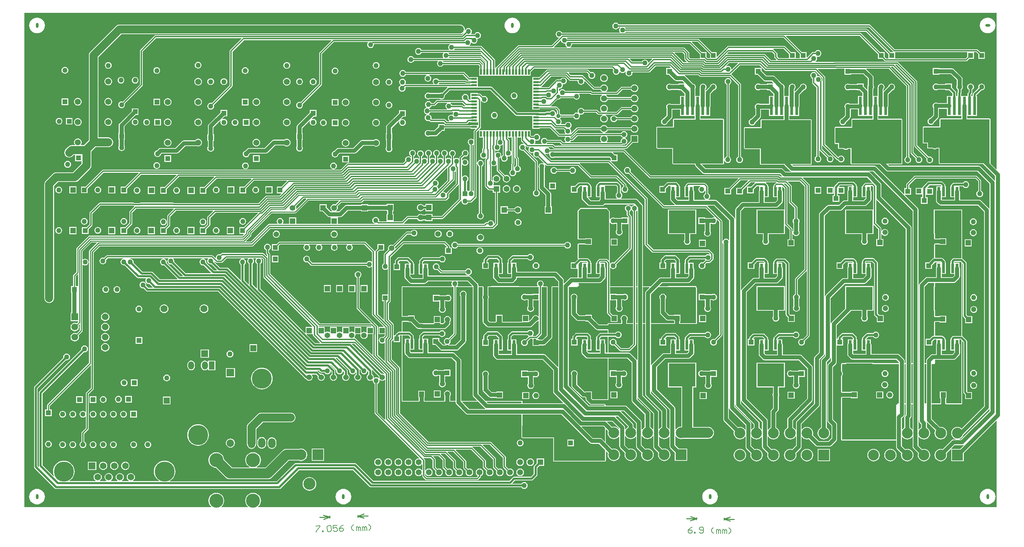
<source format=gtl>
G04*
G04 #@! TF.GenerationSoftware,Altium Limited,Altium Designer,18.1.7 (191)*
G04*
G04 Layer_Physical_Order=1*
G04 Layer_Color=255*
%FSLAX44Y44*%
%MOMM*%
G71*
G01*
G75*
%ADD10C,0.1524*%
%ADD16C,0.2540*%
%ADD17R,1.4732X0.5080*%
%ADD18R,0.5080X1.4732*%
%ADD19R,0.8001X4.5999*%
%ADD20R,10.8001X9.3997*%
%ADD21R,0.8000X2.3500*%
%ADD22R,6.7000X5.7500*%
%ADD25C,1.4732*%
%ADD26R,1.4732X1.4732*%
%ADD27C,1.4000*%
%ADD28R,1.4000X1.4000*%
%ADD29R,1.2700X1.2700*%
%ADD30C,1.2700*%
%ADD31R,1.3716X1.3716*%
%ADD32C,1.3716*%
%ADD33R,1.2700X1.2700*%
%ADD34C,5.0000*%
%ADD35C,1.6510*%
%ADD36R,1.6510X1.6510*%
%ADD37R,1.6764X1.6764*%
%ADD38C,1.6764*%
%ADD39O,0.6400X1.2700*%
%ADD40O,1.2700X0.6400*%
%ADD41R,1.3716X1.3716*%
%ADD42R,1.4986X1.4986*%
%ADD43C,1.4986*%
%ADD44R,1.4000X1.4000*%
%ADD45C,1.7780*%
%ADD46R,1.5240X1.5240*%
%ADD47C,1.5240*%
%ADD48C,1.2954*%
%ADD49R,1.2954X1.2954*%
%ADD50O,1.4500X2.0000*%
%ADD51R,1.4500X2.0000*%
%ADD52R,1.8542X1.8542*%
%ADD53C,1.8542*%
%ADD54O,1.8000X2.5000*%
%ADD55C,1.0300*%
%ADD56C,1.3208*%
%ADD57R,1.3208X1.3208*%
%ADD58C,2.7000*%
%ADD59R,2.7000X2.7000*%
%ADD60C,3.0000*%
%ADD61C,3.5000*%
%ADD62C,1.0000*%
%ADD63C,2.5400*%
%ADD64C,0.3000*%
%ADD65C,0.5000*%
%ADD66C,2.5000*%
%ADD67C,2.0000*%
%ADD68C,0.6350*%
G36*
X1346883Y1176970D02*
X1347015Y1175970D01*
X1347856Y1173939D01*
X1349195Y1172195D01*
X1350939Y1170856D01*
X1352970Y1170015D01*
X1355150Y1169728D01*
X1356546Y1169912D01*
X1357674Y1168882D01*
X1357686Y1168842D01*
X1357575Y1167998D01*
X1357862Y1165818D01*
X1358704Y1163787D01*
X1360042Y1162042D01*
X1361786Y1160704D01*
X1361829Y1160686D01*
X1361576Y1159416D01*
X1329329D01*
X1328803Y1160686D01*
X1345542Y1177426D01*
X1346883Y1176970D01*
D02*
G37*
G36*
X1146115Y1154839D02*
X1145589Y1153569D01*
X1080039D01*
X1079412Y1154839D01*
X1080142Y1155789D01*
X1080408Y1156431D01*
X1144522D01*
X1146115Y1154839D01*
D02*
G37*
G36*
X2178746Y1149477D02*
X2178896Y1149376D01*
X2178511Y1148106D01*
X2171445D01*
X2114028Y1205523D01*
X2112870Y1206297D01*
X2111504Y1206569D01*
X1508560D01*
X1508294Y1207211D01*
X1506955Y1208955D01*
X1506794Y1209079D01*
X1507202Y1210281D01*
X2117941D01*
X2178746Y1149477D01*
D02*
G37*
G36*
X1147401Y1144553D02*
X1147381Y1144400D01*
X1146832Y1143325D01*
X1066560D01*
X1066294Y1143967D01*
X1065378Y1145161D01*
X1066004Y1146431D01*
X1145522D01*
X1147401Y1144553D01*
D02*
G37*
G36*
X1719866Y1143060D02*
Y1133475D01*
X1714144D01*
X1711166Y1136453D01*
Y1148107D01*
X1699513D01*
X1674308Y1173311D01*
X1674834Y1174581D01*
X1688344D01*
X1719866Y1143060D01*
D02*
G37*
G36*
X1944995Y1143060D02*
Y1133475D01*
X1934243D01*
Y1148106D01*
X1922590D01*
X1908173Y1162523D01*
X1907015Y1163297D01*
X1905650Y1163569D01*
X1766109D01*
X1764744Y1163297D01*
X1763586Y1162523D01*
X1737739Y1136677D01*
X1736566Y1137163D01*
Y1148107D01*
X1724913D01*
X1692346Y1180673D01*
X1691188Y1181447D01*
X1689823Y1181719D01*
X1362710D01*
X1362444Y1182361D01*
X1361830Y1183161D01*
X1362456Y1184431D01*
X1903624D01*
X1944995Y1143060D01*
D02*
G37*
G36*
X1917543D02*
Y1133475D01*
X1892119D01*
X1888406Y1137188D01*
Y1144163D01*
X1888134Y1145529D01*
X1887360Y1146686D01*
X1879360Y1154686D01*
X1878649Y1155161D01*
X1879035Y1156431D01*
X1904171D01*
X1917543Y1143060D01*
D02*
G37*
G36*
X2363861Y1148106D02*
Y1136453D01*
X2359977Y1132569D01*
X2183098D01*
Y1148106D01*
X2184233Y1148431D01*
X2362726D01*
X2363861Y1148106D01*
D02*
G37*
G36*
X2166398Y1143060D02*
Y1132569D01*
X2160736D01*
X2156851Y1136453D01*
Y1148106D01*
X2145198D01*
X2097781Y1195523D01*
X2096623Y1196297D01*
X2095258Y1196569D01*
X1508191D01*
X1507564Y1197839D01*
X1508294Y1198789D01*
X1508560Y1199431D01*
X2110026D01*
X2166398Y1143060D01*
D02*
G37*
G36*
X1694466Y1143060D02*
Y1132569D01*
X1670604D01*
X1667768Y1135405D01*
Y1145907D01*
X1667496Y1147273D01*
X1666722Y1148431D01*
X1656782Y1158371D01*
X1655624Y1159145D01*
X1654259Y1159416D01*
X1370418D01*
X1370166Y1160686D01*
X1370208Y1160704D01*
X1371953Y1162042D01*
X1373291Y1163787D01*
X1374132Y1165818D01*
X1374419Y1167998D01*
X1374800Y1168431D01*
X1669094D01*
X1694466Y1143060D01*
D02*
G37*
G36*
X2437677Y855277D02*
X2436503Y854791D01*
X2421916Y869379D01*
X2422039Y870000D01*
Y980000D01*
X2421884Y980780D01*
X2421442Y981442D01*
X2420780Y981884D01*
X2420000Y982039D01*
X2363770D01*
Y988602D01*
X2374839D01*
X2375760Y988602D01*
X2376681Y988602D01*
X2388111D01*
Y1038601D01*
X2386698D01*
Y1040295D01*
X2399082Y1052679D01*
X2399727Y1052594D01*
X2401907Y1052881D01*
X2403938Y1053723D01*
X2405682Y1055061D01*
X2407021Y1056805D01*
X2407862Y1058837D01*
X2408149Y1061016D01*
X2407862Y1063196D01*
X2407021Y1065227D01*
X2405682Y1066972D01*
X2403938Y1068310D01*
X2401907Y1069152D01*
X2399727Y1069438D01*
X2397547Y1069152D01*
X2395516Y1068310D01*
X2393772Y1066972D01*
X2392433Y1065227D01*
X2391592Y1063196D01*
X2391305Y1061016D01*
X2391592Y1058837D01*
X2391788Y1058362D01*
X2378866Y1045440D01*
X2377871Y1043951D01*
X2377522Y1042195D01*
Y1039499D01*
X2376624Y1038601D01*
X2374896D01*
X2373998Y1039499D01*
Y1042030D01*
X2375455Y1043487D01*
X2376450Y1044976D01*
X2376799Y1046731D01*
Y1054012D01*
X2378167Y1055061D01*
X2379505Y1056805D01*
X2380346Y1058837D01*
X2380633Y1061016D01*
X2380346Y1063196D01*
X2379505Y1065227D01*
X2378167Y1066972D01*
X2376422Y1068310D01*
X2374391Y1069152D01*
X2372211Y1069438D01*
X2370031Y1069152D01*
X2368000Y1068310D01*
X2366256Y1066972D01*
X2364917Y1065227D01*
X2364076Y1063196D01*
X2363789Y1061016D01*
X2364076Y1058837D01*
X2364917Y1056805D01*
X2366256Y1055061D01*
X2367623Y1054012D01*
Y1048632D01*
X2366166Y1047175D01*
X2365171Y1045686D01*
X2364822Y1043930D01*
Y1038601D01*
X2363410D01*
X2363410Y1038601D01*
X2362711D01*
Y1038601D01*
X2362140Y1038601D01*
X2351281D01*
X2350710Y1038601D01*
Y1038601D01*
X2350011D01*
Y1038601D01*
X2348598D01*
Y1044627D01*
X2348935Y1045131D01*
X2349284Y1046886D01*
Y1054012D01*
X2350651Y1055061D01*
X2351990Y1056805D01*
X2352831Y1058837D01*
X2353118Y1061016D01*
X2352831Y1063196D01*
X2351990Y1065227D01*
X2351756Y1065531D01*
Y1081518D01*
X2351516Y1083346D01*
X2350810Y1085049D01*
X2349688Y1086511D01*
X2330820Y1105379D01*
X2329358Y1106501D01*
X2327655Y1107206D01*
X2325828Y1107447D01*
X2294138D01*
Y1108736D01*
X2277438D01*
Y1092036D01*
X2294138D01*
Y1093326D01*
X2322903D01*
X2337635Y1078594D01*
Y1065531D01*
X2337402Y1065227D01*
X2336561Y1063196D01*
X2336274Y1061016D01*
X2336561Y1058837D01*
X2337402Y1056805D01*
X2338741Y1055061D01*
X2340108Y1054012D01*
Y1048460D01*
X2339771Y1047956D01*
X2339422Y1046201D01*
Y1039499D01*
X2338524Y1038601D01*
X2336796D01*
X2335898Y1039499D01*
Y1046886D01*
X2335549Y1048642D01*
X2334554Y1050131D01*
X2325530Y1059155D01*
Y1069366D01*
X2308830D01*
Y1068217D01*
X2290261D01*
X2289957Y1068450D01*
X2287926Y1069292D01*
X2285746Y1069579D01*
X2283566Y1069292D01*
X2281535Y1068450D01*
X2279791Y1067112D01*
X2278452Y1065368D01*
X2277611Y1063336D01*
X2277324Y1061157D01*
X2277611Y1058977D01*
X2278452Y1056946D01*
X2279791Y1055201D01*
X2281535Y1053863D01*
X2283566Y1053021D01*
X2285746Y1052735D01*
X2287926Y1053021D01*
X2289957Y1053863D01*
X2290261Y1054096D01*
X2308830D01*
Y1052666D01*
X2319041D01*
X2326722Y1044986D01*
Y1038601D01*
X2325310D01*
X2325310Y1038601D01*
X2324610D01*
Y1038601D01*
X2324040Y1038601D01*
X2312610D01*
Y1020662D01*
X2290261D01*
X2289957Y1020895D01*
X2287926Y1021736D01*
X2285746Y1022023D01*
X2283566Y1021736D01*
X2281535Y1020895D01*
X2279791Y1019557D01*
X2278452Y1017812D01*
X2277611Y1015781D01*
X2277324Y1013601D01*
X2277611Y1011421D01*
X2278452Y1009390D01*
X2278686Y1009086D01*
Y990477D01*
X2271246Y983037D01*
X2270866Y982987D01*
X2268835Y982146D01*
X2267091Y980807D01*
X2265752Y979063D01*
X2264911Y977032D01*
X2264624Y974852D01*
X2264911Y972672D01*
X2265752Y970641D01*
X2267091Y968897D01*
X2268835Y967558D01*
X2270866Y966717D01*
X2273046Y966430D01*
X2275226Y966717D01*
X2277257Y967558D01*
X2279001Y968897D01*
X2280340Y970641D01*
X2281181Y972672D01*
X2281231Y973052D01*
X2290739Y982560D01*
X2291861Y984022D01*
X2292566Y985725D01*
X2292806Y987552D01*
Y1006541D01*
X2312610D01*
Y988602D01*
X2324040D01*
X2324610Y988602D01*
Y988602D01*
X2325310D01*
Y988602D01*
X2336740D01*
X2337660Y988602D01*
X2338581Y988602D01*
X2349650D01*
Y982039D01*
X2296678D01*
X2295897Y981884D01*
X2295236Y981442D01*
X2294794Y980780D01*
X2294639Y980000D01*
Y962039D01*
X2254631D01*
X2253851Y961884D01*
X2253189Y961442D01*
X2252747Y960780D01*
X2252592Y960000D01*
Y921607D01*
X2252747Y920827D01*
X2253189Y920165D01*
X2253851Y919723D01*
X2254631Y919568D01*
X2263482D01*
Y908939D01*
X2263637Y908158D01*
X2264079Y907497D01*
X2264741Y907055D01*
X2265521Y906899D01*
X2277140D01*
X2278360Y905963D01*
X2280391Y905122D01*
X2282571Y904835D01*
X2284751Y905122D01*
X2286782Y905963D01*
X2288002Y906899D01*
X2292639D01*
Y870821D01*
X2292794Y870040D01*
X2293236Y869379D01*
X2293236Y869379D01*
X2294057Y868558D01*
X2294718Y868116D01*
X2295498Y867961D01*
X2403364D01*
X2433372Y837953D01*
Y827186D01*
X2432102Y826755D01*
X2431962Y826936D01*
X2397418Y861480D01*
X2395956Y862602D01*
X2394253Y863308D01*
X2392426Y863548D01*
X2168436D01*
X2166047Y865938D01*
X2166533Y867111D01*
X2199274D01*
X2200054Y867267D01*
X2200716Y867709D01*
X2201158Y868370D01*
X2201313Y869151D01*
Y979151D01*
X2201158Y979931D01*
X2200716Y980593D01*
X2200054Y981035D01*
X2199274Y981190D01*
X2141107D01*
Y988602D01*
X2152747D01*
Y988602D01*
X2153446D01*
Y988602D01*
X2165447D01*
Y1009922D01*
X2165561Y1010071D01*
X2166266Y1011774D01*
X2166507Y1013601D01*
Y1042790D01*
X2176548Y1052831D01*
X2176928Y1052881D01*
X2178959Y1053723D01*
X2180703Y1055061D01*
X2182042Y1056805D01*
X2182883Y1058837D01*
X2183170Y1061016D01*
X2182883Y1063196D01*
X2182042Y1065227D01*
X2180703Y1066972D01*
X2178959Y1068310D01*
X2176928Y1069152D01*
X2174748Y1069438D01*
X2172568Y1069152D01*
X2170537Y1068310D01*
X2168793Y1066972D01*
X2167454Y1065227D01*
X2166613Y1063196D01*
X2166563Y1062816D01*
X2155077Y1051330D01*
X2153807Y1051856D01*
Y1054563D01*
X2154456Y1055061D01*
X2155795Y1056805D01*
X2156636Y1058837D01*
X2156923Y1061016D01*
X2156636Y1063196D01*
X2155795Y1065227D01*
X2154456Y1066972D01*
X2152712Y1068310D01*
X2150681Y1069152D01*
X2148501Y1069438D01*
X2146321Y1069152D01*
X2144290Y1068310D01*
X2142546Y1066972D01*
X2141207Y1065227D01*
X2140366Y1063196D01*
X2140164Y1061662D01*
X2139927Y1061089D01*
X2139686Y1059262D01*
Y1038601D01*
X2128407D01*
Y1055318D01*
X2129549Y1056805D01*
X2130390Y1058837D01*
X2130677Y1061016D01*
X2130390Y1063196D01*
X2129549Y1065227D01*
X2129315Y1065531D01*
Y1084512D01*
X2129075Y1086340D01*
X2128369Y1088043D01*
X2127247Y1089505D01*
X2111373Y1105379D01*
X2111348Y1105398D01*
X2111779Y1106668D01*
X2167279D01*
X2211427Y1062520D01*
Y886045D01*
X2210784Y885779D01*
X2209040Y884440D01*
X2207702Y882696D01*
X2206861Y880665D01*
X2206573Y878485D01*
X2206861Y876305D01*
X2207702Y874274D01*
X2209040Y872530D01*
X2210784Y871191D01*
X2212816Y870350D01*
X2214996Y870063D01*
X2217175Y870350D01*
X2219207Y871191D01*
X2220951Y872530D01*
X2222289Y874274D01*
X2223131Y876305D01*
X2223418Y878485D01*
X2223131Y880665D01*
X2222289Y882696D01*
X2220951Y884440D01*
X2219207Y885779D01*
X2218564Y886045D01*
Y1063998D01*
X2218293Y1065363D01*
X2217519Y1066521D01*
X2173546Y1110495D01*
X2174032Y1111668D01*
X2177279D01*
X2221968Y1066979D01*
Y896203D01*
X2222240Y894838D01*
X2223013Y893680D01*
X2235131Y881562D01*
X2234865Y880920D01*
X2234578Y878740D01*
X2234865Y876560D01*
X2235706Y874529D01*
X2237045Y872785D01*
X2238789Y871446D01*
X2240820Y870605D01*
X2243000Y870318D01*
X2245180Y870605D01*
X2247211Y871446D01*
X2248955Y872785D01*
X2250294Y874529D01*
X2251135Y876560D01*
X2251422Y878740D01*
X2251135Y880920D01*
X2250294Y882951D01*
X2248955Y884695D01*
X2247211Y886034D01*
X2245180Y886875D01*
X2243000Y887162D01*
X2240820Y886875D01*
X2240178Y886609D01*
X2229105Y897682D01*
Y1068457D01*
X2228833Y1069822D01*
X2228060Y1070980D01*
X2183546Y1115495D01*
X2184032Y1116668D01*
X2187285D01*
X2231431Y1072522D01*
Y913356D01*
X2231703Y911990D01*
X2232477Y910833D01*
X2262002Y881307D01*
X2261736Y880665D01*
X2261449Y878485D01*
X2261736Y876305D01*
X2262577Y874274D01*
X2263916Y872530D01*
X2265660Y871191D01*
X2267691Y870350D01*
X2269871Y870063D01*
X2272051Y870350D01*
X2274082Y871191D01*
X2275826Y872530D01*
X2277165Y874274D01*
X2278006Y876305D01*
X2278293Y878485D01*
X2278006Y880665D01*
X2277165Y882696D01*
X2275826Y884440D01*
X2274082Y885779D01*
X2272051Y886620D01*
X2269871Y886907D01*
X2267691Y886620D01*
X2267049Y886354D01*
X2238569Y914834D01*
Y1074000D01*
X2238297Y1075366D01*
X2237523Y1076523D01*
X2191287Y1122760D01*
X2190129Y1123533D01*
X2188764Y1123805D01*
X2031398D01*
X2030032Y1123533D01*
X2029945Y1123475D01*
X1984107D01*
X1983709Y1124618D01*
X1983721Y1124745D01*
X1985414Y1126045D01*
X1986753Y1127789D01*
X1987594Y1129820D01*
X1987881Y1132000D01*
X1987594Y1134180D01*
X1986892Y1135875D01*
X1987586Y1136748D01*
X1987789Y1136878D01*
X1987820Y1136865D01*
X1990000Y1136578D01*
X1992180Y1136865D01*
X1994211Y1137706D01*
X1995955Y1139045D01*
X1997294Y1140789D01*
X1998135Y1142820D01*
X1998422Y1145000D01*
X1998135Y1147180D01*
X1997294Y1149211D01*
X1995955Y1150955D01*
X1994211Y1152294D01*
X1992180Y1153135D01*
X1990000Y1153422D01*
X1987820Y1153135D01*
X1985789Y1152294D01*
X1984045Y1150955D01*
X1982706Y1149211D01*
X1982440Y1148569D01*
X1978000D01*
X1976634Y1148297D01*
X1975477Y1147523D01*
X1962869Y1134915D01*
X1961695Y1135402D01*
Y1148106D01*
X1950042D01*
X1909890Y1188258D01*
X1910376Y1189431D01*
X2093779D01*
X2140151Y1143060D01*
Y1131406D01*
X2151805D01*
X2156734Y1126477D01*
X2157892Y1125703D01*
X2159258Y1125431D01*
X2361455D01*
X2362820Y1125703D01*
X2363978Y1126477D01*
X2368908Y1131406D01*
X2380561D01*
Y1148106D01*
X2381697Y1148431D01*
X2386005D01*
X2391377Y1143060D01*
Y1131406D01*
X2408077D01*
Y1148106D01*
X2396424D01*
X2390007Y1154523D01*
X2388849Y1155297D01*
X2387483Y1155569D01*
X2182748D01*
X2121943Y1216373D01*
X2120785Y1217147D01*
X2119420Y1217419D01*
X1491560D01*
X1491294Y1218061D01*
X1489955Y1219805D01*
X1488211Y1221144D01*
X1486180Y1221985D01*
X1484000Y1222272D01*
X1481820Y1221985D01*
X1479789Y1221144D01*
X1478045Y1219805D01*
X1476706Y1218061D01*
X1475865Y1216030D01*
X1475578Y1213850D01*
X1475865Y1211670D01*
X1476706Y1209639D01*
X1478045Y1207895D01*
X1479789Y1206556D01*
X1481820Y1205715D01*
X1484000Y1205428D01*
X1486180Y1205715D01*
X1488211Y1206556D01*
X1489955Y1207895D01*
X1491294Y1209639D01*
X1491560Y1210281D01*
X1494797D01*
X1495206Y1209079D01*
X1495045Y1208955D01*
X1493706Y1207211D01*
X1492865Y1205180D01*
X1492578Y1203000D01*
X1492865Y1200820D01*
X1493706Y1198789D01*
X1494436Y1197839D01*
X1493809Y1196569D01*
X1349560D01*
X1349294Y1197211D01*
X1347955Y1198955D01*
X1346211Y1200294D01*
X1344180Y1201135D01*
X1342000Y1201422D01*
X1339820Y1201135D01*
X1337789Y1200294D01*
X1336045Y1198955D01*
X1334706Y1197211D01*
X1333865Y1195180D01*
X1333578Y1193000D01*
X1333865Y1190820D01*
X1334706Y1188789D01*
X1336045Y1187045D01*
X1337789Y1185706D01*
X1339820Y1184865D01*
X1340944Y1184717D01*
X1341399Y1183376D01*
X1323592Y1165569D01*
X1240645D01*
X1239279Y1165297D01*
X1238121Y1164523D01*
X1183977Y1110379D01*
X1183339Y1109424D01*
X1182438Y1109501D01*
X1182069Y1109635D01*
Y1127499D01*
X1181797Y1128865D01*
X1181024Y1130023D01*
X1148523Y1162523D01*
X1147366Y1163297D01*
X1146000Y1163569D01*
X1117733D01*
X1117441Y1164205D01*
X1117383Y1164839D01*
X1118955Y1166045D01*
X1120294Y1167789D01*
X1121135Y1169820D01*
X1121422Y1172000D01*
X1121411Y1172082D01*
X1122626Y1172585D01*
X1123043Y1172042D01*
X1124787Y1170704D01*
X1126818Y1169863D01*
X1128998Y1169576D01*
X1131178Y1169863D01*
X1133209Y1170704D01*
X1134953Y1172042D01*
X1136292Y1173787D01*
X1137133Y1175818D01*
X1137420Y1177998D01*
X1137133Y1180177D01*
X1136956Y1180603D01*
X1137730Y1181611D01*
X1137998Y1181576D01*
X1140178Y1181862D01*
X1142209Y1182704D01*
X1143953Y1184042D01*
X1145291Y1185787D01*
X1146133Y1187818D01*
X1146420Y1189998D01*
X1146133Y1192177D01*
X1145291Y1194209D01*
X1143953Y1195953D01*
X1142209Y1197291D01*
X1140178Y1198133D01*
X1137998Y1198420D01*
X1135818Y1198133D01*
X1133787Y1197291D01*
X1132042Y1195953D01*
X1130704Y1194209D01*
X1130438Y1193566D01*
X1122188D01*
X1121562Y1194836D01*
X1122291Y1195787D01*
X1123133Y1197818D01*
X1123420Y1199998D01*
X1123133Y1202177D01*
X1122291Y1204209D01*
X1120953Y1205953D01*
X1119209Y1207291D01*
X1117178Y1208133D01*
X1114998Y1208420D01*
X1112818Y1208133D01*
X1110787Y1207291D01*
X1109043Y1205953D01*
X1107704Y1204209D01*
X1107083Y1202709D01*
X1105846Y1203041D01*
X1106104Y1205000D01*
X1105691Y1208133D01*
X1104482Y1211052D01*
X1102559Y1213559D01*
X1100052Y1215482D01*
X1097133Y1216691D01*
X1094000Y1217104D01*
X241013D01*
X237880Y1216691D01*
X234961Y1215482D01*
X232454Y1213559D01*
X168315Y1149419D01*
X166391Y1146912D01*
X165182Y1143993D01*
X164770Y1140861D01*
Y927541D01*
X152367Y915138D01*
X145163D01*
X144537Y916408D01*
X145559Y917740D01*
X146515Y920049D01*
X146842Y922527D01*
X146515Y925006D01*
X145559Y927315D01*
X144037Y929298D01*
X142054Y930820D01*
X139745Y931776D01*
X137267Y932102D01*
X134789Y931776D01*
X132479Y930820D01*
X130496Y929298D01*
X128975Y927315D01*
X128018Y925006D01*
X127692Y922527D01*
X128018Y920049D01*
X128975Y917740D01*
X129997Y916408D01*
X129370Y915138D01*
X122003D01*
X118871Y914726D01*
X115951Y913516D01*
X113445Y911593D01*
X106903Y905051D01*
X104979Y902544D01*
X103770Y899625D01*
X103358Y896492D01*
X103770Y893360D01*
X104979Y890441D01*
X106903Y887934D01*
X109410Y886011D01*
X112329Y884801D01*
X115461Y884389D01*
X118594Y884801D01*
X121513Y886011D01*
X124020Y887934D01*
X127017Y890931D01*
X129971D01*
Y874808D01*
X146671D01*
X146672Y873538D01*
Y869062D01*
X124713Y847104D01*
X83056D01*
X79923Y846691D01*
X77004Y845482D01*
X74497Y843559D01*
X56857Y825918D01*
X54934Y823411D01*
X53725Y820492D01*
X53312Y817360D01*
Y532106D01*
X53725Y528973D01*
X54934Y526054D01*
X56857Y523548D01*
X59364Y521624D01*
X62283Y520415D01*
X65416Y520003D01*
X68548Y520415D01*
X71467Y521624D01*
X73974Y523548D01*
X75898Y526054D01*
X77107Y528973D01*
X77519Y532106D01*
Y812346D01*
X88069Y822896D01*
X129727D01*
X132859Y823309D01*
X135779Y824518D01*
X138285Y826441D01*
X167334Y855490D01*
X169258Y857997D01*
X170467Y860916D01*
X170879Y864049D01*
Y899417D01*
X181887Y910424D01*
X213467D01*
X216599Y910836D01*
X219519Y912046D01*
X222025Y913969D01*
X223949Y916476D01*
X225158Y919395D01*
X225570Y922527D01*
X225158Y925660D01*
X223949Y928579D01*
X222025Y931086D01*
X219519Y933009D01*
X216599Y934219D01*
X213467Y934631D01*
X188977D01*
Y1135847D01*
X246026Y1192896D01*
X1094000D01*
X1097133Y1193309D01*
X1100052Y1194518D01*
X1102422Y1196337D01*
X1103261Y1195380D01*
X1098450Y1190568D01*
X332000D01*
X330634Y1190297D01*
X329477Y1189523D01*
X293768Y1153815D01*
X292995Y1152657D01*
X292723Y1151292D01*
Y1067498D01*
X249475Y1024249D01*
X248832Y1024516D01*
X246652Y1024802D01*
X244473Y1024516D01*
X242441Y1023674D01*
X240697Y1022336D01*
X239359Y1020592D01*
X238517Y1018560D01*
X238230Y1016380D01*
X238517Y1014201D01*
X239359Y1012169D01*
X240697Y1010425D01*
X242441Y1009087D01*
X244473Y1008245D01*
X246652Y1007958D01*
X248832Y1008245D01*
X250863Y1009087D01*
X252608Y1010425D01*
X253946Y1012169D01*
X254787Y1014201D01*
X255074Y1016380D01*
X254787Y1018560D01*
X254521Y1019203D01*
X298815Y1063497D01*
X299589Y1064654D01*
X299860Y1066020D01*
Y1149814D01*
X333478Y1183431D01*
X546725D01*
X547211Y1182258D01*
X518401Y1153447D01*
X517627Y1152290D01*
X517355Y1150924D01*
Y1065491D01*
X472685Y1020820D01*
X472042Y1021087D01*
X469862Y1021374D01*
X467683Y1021087D01*
X465651Y1020245D01*
X463907Y1018907D01*
X462569Y1017162D01*
X461727Y1015131D01*
X461440Y1012952D01*
X461727Y1010772D01*
X462569Y1008740D01*
X463907Y1006996D01*
X465651Y1005658D01*
X467683Y1004816D01*
X469862Y1004529D01*
X472042Y1004816D01*
X474073Y1005658D01*
X475818Y1006996D01*
X477156Y1008740D01*
X477998Y1010772D01*
X478284Y1012952D01*
X477998Y1015131D01*
X477731Y1015774D01*
X523447Y1061490D01*
X524221Y1062647D01*
X524493Y1064013D01*
Y1149446D01*
X553478Y1178431D01*
X771594D01*
X772080Y1177258D01*
X742477Y1147655D01*
X741703Y1146497D01*
X741431Y1145131D01*
Y1069755D01*
X694910Y1023233D01*
X694267Y1023500D01*
X692087Y1023786D01*
X689908Y1023500D01*
X687877Y1022658D01*
X686132Y1021320D01*
X684794Y1019576D01*
X683952Y1017544D01*
X683665Y1015365D01*
X683952Y1013185D01*
X684794Y1011153D01*
X686132Y1009409D01*
X687877Y1008071D01*
X689908Y1007229D01*
X692087Y1006942D01*
X694267Y1007229D01*
X696299Y1008071D01*
X698043Y1009409D01*
X699381Y1011153D01*
X700223Y1013185D01*
X700510Y1015365D01*
X700223Y1017544D01*
X699957Y1018187D01*
X747523Y1065754D01*
X748297Y1066911D01*
X748569Y1068277D01*
Y1143653D01*
X778347Y1173431D01*
X862794D01*
X863420Y1172161D01*
X862691Y1171211D01*
X861849Y1169180D01*
X861562Y1167000D01*
X861849Y1164820D01*
X862691Y1162789D01*
X864029Y1161045D01*
X865773Y1159706D01*
X867805Y1158865D01*
X869985Y1158578D01*
X872164Y1158865D01*
X874195Y1159706D01*
X875940Y1161045D01*
X877278Y1162789D01*
X878120Y1164820D01*
X878407Y1167000D01*
X878344Y1167477D01*
X879181Y1168431D01*
X1068115D01*
X1068407Y1167795D01*
X1068464Y1167161D01*
X1066893Y1165955D01*
X1065554Y1164211D01*
X1064713Y1162180D01*
X1064426Y1160000D01*
X1064713Y1157820D01*
X1065554Y1155789D01*
X1066283Y1154839D01*
X1065657Y1153569D01*
X997560D01*
X997294Y1154211D01*
X995955Y1155955D01*
X994211Y1157294D01*
X992180Y1158135D01*
X990000Y1158422D01*
X987820Y1158135D01*
X985789Y1157294D01*
X984045Y1155955D01*
X982706Y1154211D01*
X981865Y1152180D01*
X981578Y1150000D01*
X981865Y1147820D01*
X982706Y1145789D01*
X984045Y1144045D01*
X985789Y1142706D01*
X987820Y1141865D01*
X990000Y1141578D01*
X992180Y1141865D01*
X994211Y1142706D01*
X995955Y1144045D01*
X997294Y1145789D01*
X997560Y1146431D01*
X1051996D01*
X1052623Y1145161D01*
X1051706Y1143967D01*
X1050865Y1141936D01*
X1050578Y1139756D01*
X1050865Y1137577D01*
X1051706Y1135545D01*
X1052320Y1134745D01*
X1051694Y1133475D01*
X978599D01*
X978294Y1134211D01*
X976955Y1135955D01*
X975211Y1137294D01*
X973180Y1138135D01*
X971000Y1138422D01*
X968820Y1138135D01*
X966789Y1137294D01*
X965045Y1135955D01*
X963706Y1134211D01*
X962865Y1132180D01*
X962578Y1130000D01*
X962865Y1127820D01*
X963706Y1125789D01*
X965045Y1124045D01*
X966789Y1122706D01*
X968820Y1121865D01*
X971000Y1121578D01*
X973180Y1121865D01*
X975211Y1122706D01*
X976955Y1124045D01*
X978294Y1125789D01*
X978521Y1126338D01*
X1037737D01*
X1038364Y1125068D01*
X1037706Y1124211D01*
X1036865Y1122180D01*
X1036578Y1120000D01*
X1036865Y1117820D01*
X1037706Y1115789D01*
X1039045Y1114045D01*
X1040789Y1112706D01*
X1042820Y1111865D01*
X1045000Y1111578D01*
X1047180Y1111865D01*
X1049211Y1112706D01*
X1050955Y1114045D01*
X1052294Y1115789D01*
X1052560Y1116431D01*
X1140522D01*
X1142932Y1114022D01*
Y1107916D01*
X1141960D01*
Y1089184D01*
X1271040D01*
Y1098043D01*
X1280276Y1107279D01*
X1474674D01*
X1477722Y1104231D01*
X1477706Y1104211D01*
X1476865Y1102180D01*
X1476578Y1100000D01*
X1476865Y1097820D01*
X1477706Y1095789D01*
X1479045Y1094045D01*
X1480789Y1092706D01*
X1482820Y1091865D01*
X1485000Y1091578D01*
X1487180Y1091865D01*
X1489211Y1092706D01*
X1490955Y1094045D01*
X1492294Y1095789D01*
X1493135Y1097820D01*
X1493206Y1098355D01*
X1494533Y1098711D01*
X1495045Y1098045D01*
X1496789Y1096706D01*
X1498820Y1095865D01*
X1501000Y1095578D01*
X1503180Y1095865D01*
X1505211Y1096706D01*
X1506955Y1098045D01*
X1507996Y1099401D01*
X1509106Y1098761D01*
X1508865Y1098180D01*
X1508578Y1096000D01*
X1508865Y1093820D01*
X1509706Y1091789D01*
X1511045Y1090045D01*
X1512789Y1088706D01*
X1514820Y1087865D01*
X1517000Y1087578D01*
X1519180Y1087865D01*
X1521211Y1088706D01*
X1522955Y1090045D01*
X1524294Y1091789D01*
X1525135Y1093820D01*
X1525422Y1096000D01*
X1525340Y1096627D01*
X1526177Y1097581D01*
X1567292D01*
X1568658Y1097853D01*
X1569815Y1098627D01*
X1583620Y1112431D01*
X1619046D01*
X1621568Y1109910D01*
X1621082Y1108736D01*
X1610138D01*
Y1092036D01*
X1616853D01*
X1630882Y1078008D01*
X1632344Y1076886D01*
X1634047Y1076180D01*
X1635874Y1075940D01*
X1650264D01*
X1655664Y1070540D01*
X1655178Y1069366D01*
X1640999D01*
Y1068074D01*
X1623003D01*
X1622699Y1068307D01*
X1620668Y1069148D01*
X1618488Y1069435D01*
X1616308Y1069148D01*
X1614277Y1068307D01*
X1612533Y1066969D01*
X1611194Y1065224D01*
X1610353Y1063193D01*
X1610066Y1061013D01*
X1610353Y1058834D01*
X1611194Y1056802D01*
X1612533Y1055058D01*
X1614277Y1053720D01*
X1616308Y1052878D01*
X1618488Y1052591D01*
X1620668Y1052878D01*
X1622699Y1053720D01*
X1623003Y1053953D01*
X1640999D01*
Y1052666D01*
X1647714D01*
X1656259Y1044122D01*
Y1038601D01*
X1644619D01*
Y1018178D01*
X1623003D01*
X1622699Y1018411D01*
X1620668Y1019253D01*
X1618488Y1019540D01*
X1616308Y1019253D01*
X1614277Y1018411D01*
X1612533Y1017073D01*
X1611194Y1015329D01*
X1610353Y1013297D01*
X1610066Y1011118D01*
X1610353Y1008938D01*
X1611194Y1006907D01*
X1611428Y1006602D01*
Y989720D01*
X1603988Y982281D01*
X1603608Y982231D01*
X1601577Y981389D01*
X1599833Y980051D01*
X1598494Y978307D01*
X1597653Y976275D01*
X1597366Y974096D01*
X1597653Y971916D01*
X1598494Y969885D01*
X1599833Y968140D01*
X1601577Y966802D01*
X1603608Y965960D01*
X1605788Y965674D01*
X1607968Y965960D01*
X1609999Y966802D01*
X1611743Y968140D01*
X1613082Y969885D01*
X1613923Y971916D01*
X1613973Y972296D01*
X1623481Y981803D01*
X1624603Y983265D01*
X1625308Y984968D01*
X1625548Y986796D01*
Y1004057D01*
X1644619D01*
Y988602D01*
X1656620D01*
Y988602D01*
X1657319D01*
Y988602D01*
X1669319D01*
Y988602D01*
X1670019D01*
Y988602D01*
X1681659D01*
Y981283D01*
X1629420D01*
X1628639Y981128D01*
X1627978Y980686D01*
X1627536Y980024D01*
X1627381Y979244D01*
Y961283D01*
X1587373D01*
X1586593Y961128D01*
X1585931Y960686D01*
X1585489Y960024D01*
X1585334Y959244D01*
Y909244D01*
X1585334Y909244D01*
X1585489Y908463D01*
X1585931Y907802D01*
X1586993Y906740D01*
X1587654Y906298D01*
X1588434Y906143D01*
X1625381D01*
Y870064D01*
X1625536Y869284D01*
X1625978Y868622D01*
X1625978Y868622D01*
X1626799Y867802D01*
X1627460Y867360D01*
X1628240Y867204D01*
X1681659D01*
Y867152D01*
X1681899Y865325D01*
X1682605Y863622D01*
X1683727Y862160D01*
X1700879Y845008D01*
X1702341Y843885D01*
X1704044Y843180D01*
X1705871Y842940D01*
X1895076D01*
X1900273Y837742D01*
X1899787Y836569D01*
X1896549D01*
X1894594Y838523D01*
X1893437Y839297D01*
X1892071Y839569D01*
X1571478D01*
X1507133Y903913D01*
X1505976Y904687D01*
X1504610Y904959D01*
X1319474D01*
X1319208Y905601D01*
X1317870Y907345D01*
X1316125Y908684D01*
X1314610Y909311D01*
X1314863Y910581D01*
X1324697D01*
X1327802Y907477D01*
X1328960Y906703D01*
X1330325Y906431D01*
X1510202D01*
X1511568Y906703D01*
X1512725Y907477D01*
X1526412Y921163D01*
X1540351D01*
Y940149D01*
X1521365D01*
Y926210D01*
X1508724Y913569D01*
X1331803D01*
X1328699Y916673D01*
X1327541Y917447D01*
X1326175Y917719D01*
X1311203D01*
X1310794Y918921D01*
X1310955Y919045D01*
X1312294Y920789D01*
X1312560Y921431D01*
X1343522D01*
X1348327Y916627D01*
X1349484Y915853D01*
X1350850Y915581D01*
X1498846D01*
X1500212Y915853D01*
X1501369Y916627D01*
X1501874Y917131D01*
X1502516Y916865D01*
X1504696Y916578D01*
X1506876Y916865D01*
X1508907Y917706D01*
X1510651Y919045D01*
X1511990Y920789D01*
X1512831Y922820D01*
X1513118Y925000D01*
X1512831Y927180D01*
X1511990Y929211D01*
X1510651Y930955D01*
X1508907Y932294D01*
X1507654Y932813D01*
Y934187D01*
X1508907Y934706D01*
X1510651Y936045D01*
X1511990Y937789D01*
X1512831Y939820D01*
X1513118Y942000D01*
X1512831Y944180D01*
X1511990Y946211D01*
X1510651Y947955D01*
X1508907Y949294D01*
X1506876Y950135D01*
X1504696Y950422D01*
X1502516Y950135D01*
X1500485Y949294D01*
X1498741Y947955D01*
X1497402Y946211D01*
X1497136Y945569D01*
X1457337D01*
X1457136Y946807D01*
X1459445Y947764D01*
X1461429Y949286D01*
X1462950Y951269D01*
X1463455Y952487D01*
X1522061D01*
X1522566Y951269D01*
X1524088Y949286D01*
X1526071Y947764D01*
X1528380Y946807D01*
X1530858Y946481D01*
X1533336Y946807D01*
X1535645Y947764D01*
X1537628Y949286D01*
X1539150Y951269D01*
X1540107Y953578D01*
X1540433Y956056D01*
X1540107Y958534D01*
X1539150Y960843D01*
X1537628Y962827D01*
X1535645Y964348D01*
X1533336Y965305D01*
X1530858Y965631D01*
X1528380Y965305D01*
X1526071Y964348D01*
X1524088Y962827D01*
X1522566Y960843D01*
X1522061Y959625D01*
X1463455D01*
X1462950Y960843D01*
X1461429Y962827D01*
X1459445Y964348D01*
X1457136Y965305D01*
X1454658Y965631D01*
X1452180Y965305D01*
X1449871Y964348D01*
X1447888Y962827D01*
X1446366Y960843D01*
X1445861Y959625D01*
X1388056D01*
X1386690Y959353D01*
X1385533Y958579D01*
X1372616Y945663D01*
X1371539Y946382D01*
X1372135Y947820D01*
X1372422Y950000D01*
X1372135Y952180D01*
X1371294Y954211D01*
X1369955Y955955D01*
X1369298Y956460D01*
X1369257Y957092D01*
X1369425Y957963D01*
X1370955Y959137D01*
X1372294Y960881D01*
X1373135Y962913D01*
X1373422Y965092D01*
X1373135Y967272D01*
X1372294Y969303D01*
X1370955Y971048D01*
X1369211Y972386D01*
X1367180Y973227D01*
X1365000Y973514D01*
X1362820Y973227D01*
X1360789Y972386D01*
X1359045Y971048D01*
X1357706Y969303D01*
X1357049Y967717D01*
X1347303D01*
X1346677Y968987D01*
X1347291Y969787D01*
X1348132Y971818D01*
X1348419Y973998D01*
X1348132Y976178D01*
X1347291Y978209D01*
X1345953Y979953D01*
X1344691Y980921D01*
X1344565Y982269D01*
X1344644Y982486D01*
X1345206Y982917D01*
X1346352Y984410D01*
X1346464Y984682D01*
X1378149D01*
X1378347Y984205D01*
X1379685Y982461D01*
X1381430Y981122D01*
X1383461Y980281D01*
X1385641Y979994D01*
X1387820Y980281D01*
X1389852Y981122D01*
X1391596Y982461D01*
X1392934Y984205D01*
X1393776Y986236D01*
X1394063Y988416D01*
X1393776Y990596D01*
X1393612Y990991D01*
X1394584Y991963D01*
X1394820Y991865D01*
X1397000Y991578D01*
X1399180Y991865D01*
X1401211Y992706D01*
X1402955Y994045D01*
X1404294Y995789D01*
X1404560Y996431D01*
X1434522D01*
X1438477Y992477D01*
X1439634Y991703D01*
X1441000Y991431D01*
X1450616D01*
X1450868Y990161D01*
X1449871Y989748D01*
X1447888Y988226D01*
X1446366Y986243D01*
X1445409Y983934D01*
X1445083Y981456D01*
X1445409Y978978D01*
X1446366Y976669D01*
X1447888Y974686D01*
X1449871Y973164D01*
X1452180Y972207D01*
X1454658Y971881D01*
X1457136Y972207D01*
X1459445Y973164D01*
X1461429Y974686D01*
X1462950Y976669D01*
X1463907Y978978D01*
X1464233Y981456D01*
X1463907Y983934D01*
X1462950Y986243D01*
X1461429Y988226D01*
X1459445Y989748D01*
X1458448Y990161D01*
X1458700Y991431D01*
X1487002D01*
X1488368Y991703D01*
X1489525Y992477D01*
X1500336Y1003287D01*
X1522061D01*
X1522566Y1002069D01*
X1524088Y1000086D01*
X1526071Y998564D01*
X1528380Y997607D01*
X1530858Y997281D01*
X1533336Y997607D01*
X1535645Y998564D01*
X1537628Y1000086D01*
X1539150Y1002069D01*
X1540107Y1004378D01*
X1540433Y1006856D01*
X1540107Y1009334D01*
X1539150Y1011643D01*
X1537628Y1013626D01*
X1535645Y1015148D01*
X1533336Y1016105D01*
X1530858Y1016431D01*
X1528380Y1016105D01*
X1526071Y1015148D01*
X1524088Y1013626D01*
X1522566Y1011643D01*
X1522061Y1010425D01*
X1498858D01*
X1497492Y1010153D01*
X1496335Y1009379D01*
X1485524Y998569D01*
X1461427D01*
X1461019Y999771D01*
X1461429Y1000086D01*
X1462950Y1002069D01*
X1463907Y1004378D01*
X1464233Y1006856D01*
X1463907Y1009334D01*
X1462950Y1011643D01*
X1461429Y1013626D01*
X1459445Y1015148D01*
X1457136Y1016105D01*
X1454658Y1016431D01*
X1452180Y1016105D01*
X1449871Y1015148D01*
X1447888Y1013626D01*
X1446366Y1011643D01*
X1445409Y1009334D01*
X1445083Y1006856D01*
X1445409Y1004378D01*
X1446366Y1002069D01*
X1447888Y1000086D01*
X1448297Y999771D01*
X1447889Y998569D01*
X1442478D01*
X1438523Y1002523D01*
X1437366Y1003297D01*
X1436000Y1003569D01*
X1404560D01*
X1404294Y1004211D01*
X1402955Y1005955D01*
X1401211Y1007294D01*
X1399180Y1008135D01*
X1397000Y1008422D01*
X1394820Y1008135D01*
X1392789Y1007294D01*
X1391045Y1005955D01*
X1389706Y1004211D01*
X1388865Y1002180D01*
X1388578Y1000000D01*
X1388865Y997820D01*
X1389028Y997426D01*
X1388056Y996453D01*
X1387820Y996551D01*
X1385641Y996838D01*
X1383461Y996551D01*
X1381430Y995710D01*
X1379685Y994371D01*
X1378347Y992627D01*
X1377818Y991350D01*
X1346464D01*
X1346352Y991622D01*
X1345206Y993116D01*
X1343712Y994262D01*
X1343440Y994374D01*
Y1002894D01*
X1343186Y1004170D01*
X1342464Y1005251D01*
X1336277Y1011438D01*
X1335196Y1012160D01*
X1333920Y1012414D01*
X1322215D01*
X1321689Y1013684D01*
X1337968Y1029963D01*
X1338239Y1029850D01*
X1340106Y1029605D01*
X1341973Y1029850D01*
X1343712Y1030571D01*
X1345206Y1031717D01*
X1346225Y1033046D01*
X1378747D01*
X1379685Y1031823D01*
X1381430Y1030485D01*
X1383461Y1029643D01*
X1385641Y1029356D01*
X1387820Y1029643D01*
X1389852Y1030485D01*
X1391596Y1031823D01*
X1392934Y1033568D01*
X1393776Y1035599D01*
X1394063Y1037778D01*
X1393776Y1039958D01*
X1392934Y1041990D01*
X1392320Y1042790D01*
X1392946Y1044060D01*
X1419893D01*
X1421477Y1042477D01*
X1422634Y1041703D01*
X1424000Y1041431D01*
X1448936D01*
X1449367Y1040161D01*
X1447888Y1039026D01*
X1446366Y1037043D01*
X1445409Y1034734D01*
X1445083Y1032256D01*
X1445409Y1029778D01*
X1446366Y1027469D01*
X1447888Y1025486D01*
X1449871Y1023964D01*
X1452180Y1023007D01*
X1454658Y1022681D01*
X1457136Y1023007D01*
X1459445Y1023964D01*
X1461429Y1025486D01*
X1462950Y1027469D01*
X1463552Y1028922D01*
X1521964D01*
X1522566Y1027469D01*
X1524088Y1025486D01*
X1526071Y1023964D01*
X1528380Y1023007D01*
X1530858Y1022681D01*
X1533336Y1023007D01*
X1535645Y1023964D01*
X1537628Y1025486D01*
X1539150Y1027469D01*
X1540107Y1029778D01*
X1540433Y1032256D01*
X1540107Y1034734D01*
X1539150Y1037043D01*
X1537628Y1039026D01*
X1535645Y1040548D01*
X1533336Y1041505D01*
X1530858Y1041831D01*
X1528380Y1041505D01*
X1526071Y1040548D01*
X1524088Y1039026D01*
X1522566Y1037043D01*
X1521964Y1035590D01*
X1463552D01*
X1462950Y1037043D01*
X1461429Y1039026D01*
X1459949Y1040161D01*
X1460381Y1041431D01*
X1487000D01*
X1488366Y1041703D01*
X1489523Y1042477D01*
X1501134Y1054087D01*
X1522061D01*
X1522566Y1052869D01*
X1524088Y1050885D01*
X1526071Y1049364D01*
X1528380Y1048407D01*
X1530858Y1048081D01*
X1533336Y1048407D01*
X1535645Y1049364D01*
X1537628Y1050885D01*
X1539150Y1052869D01*
X1540107Y1055178D01*
X1540433Y1057656D01*
X1540107Y1060134D01*
X1539150Y1062443D01*
X1537628Y1064426D01*
X1535645Y1065948D01*
X1533336Y1066905D01*
X1530858Y1067231D01*
X1528380Y1066905D01*
X1526071Y1065948D01*
X1524088Y1064426D01*
X1522566Y1062443D01*
X1522061Y1061225D01*
X1499656D01*
X1498290Y1060953D01*
X1497133Y1060179D01*
X1485522Y1048569D01*
X1460495D01*
X1460064Y1049839D01*
X1461429Y1050885D01*
X1462950Y1052869D01*
X1463907Y1055178D01*
X1464233Y1057656D01*
X1463907Y1060134D01*
X1462950Y1062443D01*
X1461429Y1064426D01*
X1459445Y1065948D01*
X1457136Y1066905D01*
X1454658Y1067231D01*
X1452180Y1066905D01*
X1449871Y1065948D01*
X1447888Y1064426D01*
X1446366Y1062443D01*
X1445861Y1061225D01*
X1430988D01*
X1402689Y1089523D01*
X1401531Y1090297D01*
X1400166Y1090569D01*
X1371545D01*
X1366008Y1096106D01*
X1366494Y1097279D01*
X1411581D01*
X1416131Y1092729D01*
X1415865Y1092086D01*
X1415578Y1089907D01*
X1415865Y1087727D01*
X1416706Y1085696D01*
X1418045Y1083951D01*
X1419789Y1082613D01*
X1421820Y1081771D01*
X1424000Y1081485D01*
X1426180Y1081771D01*
X1428211Y1082613D01*
X1429955Y1083951D01*
X1431294Y1085696D01*
X1432135Y1087727D01*
X1432422Y1089907D01*
X1432135Y1092086D01*
X1431294Y1094118D01*
X1429955Y1095862D01*
X1428211Y1097200D01*
X1426180Y1098042D01*
X1424000Y1098329D01*
X1421820Y1098042D01*
X1421178Y1097776D01*
X1415582Y1103371D01*
X1414424Y1104145D01*
X1413059Y1104416D01*
X1312848D01*
X1311482Y1104145D01*
X1310325Y1103371D01*
X1292573Y1085620D01*
X1274604D01*
Y1076540D01*
Y1068540D01*
Y1060540D01*
Y1052540D01*
Y1044540D01*
Y1036540D01*
Y1028540D01*
Y1020540D01*
Y1012540D01*
Y1004540D01*
X1293336D01*
Y1005746D01*
X1332539D01*
X1336772Y1001513D01*
Y994374D01*
X1336500Y994262D01*
X1335555Y993537D01*
X1334365Y994224D01*
X1334422Y994660D01*
X1334135Y996840D01*
X1333294Y998871D01*
X1331955Y1000615D01*
X1330211Y1001954D01*
X1328180Y1002795D01*
X1326000Y1003082D01*
X1323820Y1002795D01*
X1321789Y1001954D01*
X1320045Y1000615D01*
X1318996Y999248D01*
X1310660D01*
X1308904Y998899D01*
X1307416Y997905D01*
X1307099Y997588D01*
X1293336D01*
Y997620D01*
X1284213D01*
X1283970Y997668D01*
X1237820D01*
X1175164Y1060324D01*
X1173676Y1061319D01*
X1171920Y1061668D01*
X1138397D01*
Y1068540D01*
Y1076540D01*
Y1085620D01*
X1119665D01*
Y1084658D01*
X1118394Y1084652D01*
X1105523Y1097523D01*
X1104366Y1098297D01*
X1103000Y1098569D01*
X958560D01*
X958294Y1099211D01*
X956955Y1100955D01*
X955211Y1102294D01*
X953180Y1103135D01*
X951000Y1103422D01*
X948820Y1103135D01*
X946789Y1102294D01*
X945045Y1100955D01*
X943706Y1099211D01*
X942865Y1097180D01*
X942578Y1095000D01*
X942865Y1092820D01*
X943706Y1090789D01*
X945045Y1089045D01*
X946789Y1087706D01*
X948820Y1086865D01*
X951000Y1086578D01*
X953180Y1086865D01*
X955211Y1087706D01*
X956955Y1089045D01*
X958294Y1090789D01*
X958560Y1091431D01*
X1009907D01*
X1010160Y1090161D01*
X1009489Y1089884D01*
X1007745Y1088545D01*
X1006406Y1086801D01*
X1005565Y1084770D01*
X1005278Y1082590D01*
X1005565Y1080410D01*
X1006406Y1078379D01*
X1007745Y1076635D01*
X1009489Y1075296D01*
X1011520Y1074455D01*
X1013700Y1074168D01*
X1015880Y1074455D01*
X1017911Y1075296D01*
X1019655Y1076635D01*
X1020994Y1078379D01*
X1021835Y1080410D01*
X1022122Y1082590D01*
X1021835Y1084770D01*
X1020994Y1086801D01*
X1019655Y1088545D01*
X1017911Y1089884D01*
X1017240Y1090161D01*
X1017493Y1091431D01*
X1101522D01*
X1114397Y1078557D01*
X1115352Y1077918D01*
X1115275Y1077017D01*
X1115140Y1076648D01*
X1110800D01*
X1110077Y1077371D01*
X1108919Y1078145D01*
X1107554Y1078416D01*
X1041330D01*
X1041294Y1078504D01*
X1039955Y1080248D01*
X1038211Y1081587D01*
X1036180Y1082428D01*
X1034000Y1082715D01*
X1031820Y1082428D01*
X1029789Y1081587D01*
X1028045Y1080248D01*
X1026706Y1078504D01*
X1025865Y1076473D01*
X1025578Y1074293D01*
X1025865Y1072113D01*
X1026706Y1070082D01*
X1027320Y1069282D01*
X1026694Y1068012D01*
X957826D01*
X957264Y1069151D01*
X957294Y1069189D01*
X958135Y1071220D01*
X958422Y1073400D01*
X958135Y1075580D01*
X957294Y1077611D01*
X955955Y1079355D01*
X954211Y1080694D01*
X952180Y1081535D01*
X950000Y1081822D01*
X947820Y1081535D01*
X945789Y1080694D01*
X944045Y1079355D01*
X942706Y1077611D01*
X941865Y1075580D01*
X941578Y1073400D01*
X941865Y1071220D01*
X942706Y1069189D01*
X944045Y1067445D01*
X945254Y1066517D01*
X945097Y1065077D01*
X944789Y1064950D01*
X943045Y1063611D01*
X941706Y1061867D01*
X940865Y1059836D01*
X940578Y1057656D01*
X940865Y1055476D01*
X941706Y1053445D01*
X943045Y1051701D01*
X944789Y1050362D01*
X946820Y1049521D01*
X949000Y1049234D01*
X951180Y1049521D01*
X953211Y1050362D01*
X954955Y1051701D01*
X956294Y1053445D01*
X957135Y1055476D01*
X957422Y1057656D01*
X957160Y1059648D01*
X957416Y1060144D01*
X958080Y1060874D01*
X1061817D01*
X1062344Y1059604D01*
X1049321Y1046581D01*
X1047612Y1046806D01*
X1045432Y1046519D01*
X1043401Y1045678D01*
X1043344Y1045634D01*
X1018636D01*
X1018332Y1045867D01*
X1016301Y1046709D01*
X1014121Y1046996D01*
X1011941Y1046709D01*
X1009910Y1045867D01*
X1008166Y1044529D01*
X1006827Y1042785D01*
X1005986Y1040754D01*
X1005699Y1038574D01*
X1005986Y1036394D01*
X1006827Y1034363D01*
X1008166Y1032618D01*
X1009910Y1031280D01*
X1011941Y1030439D01*
X1014121Y1030152D01*
X1016301Y1030439D01*
X1018332Y1031280D01*
X1018636Y1031513D01*
X1042850D01*
X1043401Y1031091D01*
X1045432Y1030249D01*
X1047612Y1029962D01*
X1049792Y1030249D01*
X1051823Y1031091D01*
X1053567Y1032429D01*
X1054906Y1034173D01*
X1055747Y1036205D01*
X1056034Y1038384D01*
X1055809Y1040093D01*
X1068208Y1052492D01*
X1170020D01*
X1232676Y989836D01*
X1234164Y988841D01*
X1235920Y988492D01*
X1274604D01*
Y980540D01*
Y972540D01*
Y964540D01*
Y956540D01*
X1293336D01*
Y957512D01*
X1319442D01*
X1339327Y937627D01*
X1340484Y936853D01*
X1341850Y936581D01*
X1356924D01*
X1357551Y935311D01*
X1356706Y934211D01*
X1355865Y932180D01*
X1355578Y930000D01*
X1355865Y927820D01*
X1356706Y925789D01*
X1358045Y924045D01*
X1358206Y923921D01*
X1357798Y922719D01*
X1352328D01*
X1347523Y927523D01*
X1346366Y928297D01*
X1345000Y928569D01*
X1312560D01*
X1312294Y929211D01*
X1310955Y930955D01*
X1309211Y932294D01*
X1307180Y933135D01*
X1305000Y933422D01*
X1302820Y933135D01*
X1300789Y932294D01*
X1299045Y930955D01*
X1297706Y929211D01*
X1296865Y927180D01*
X1296578Y925000D01*
X1296865Y922820D01*
X1297706Y920789D01*
X1299045Y919045D01*
X1299206Y918921D01*
X1298797Y917719D01*
X1281306D01*
X1280680Y918989D01*
X1281294Y919789D01*
X1282135Y921820D01*
X1282422Y924000D01*
X1282135Y926180D01*
X1282099Y926266D01*
X1283071Y927238D01*
X1283972Y926865D01*
X1286152Y926578D01*
X1288332Y926865D01*
X1290363Y927706D01*
X1292108Y929045D01*
X1293446Y930789D01*
X1294287Y932820D01*
X1294574Y935000D01*
X1294287Y937180D01*
X1293446Y939211D01*
X1292108Y940955D01*
X1290363Y942294D01*
X1288332Y943135D01*
X1286152Y943422D01*
X1283972Y943135D01*
X1281941Y942294D01*
X1280197Y940955D01*
X1278859Y939211D01*
X1278530Y938417D01*
X1272630D01*
X1271040Y940006D01*
Y952976D01*
X1142625D01*
X1142099Y954246D01*
X1145523Y957671D01*
X1146297Y958828D01*
X1146569Y960194D01*
Y1025267D01*
X1147205Y1025559D01*
X1147839Y1025617D01*
X1149045Y1024045D01*
X1150789Y1022706D01*
X1152820Y1021865D01*
X1155000Y1021578D01*
X1157180Y1021865D01*
X1159211Y1022706D01*
X1160955Y1024045D01*
X1162294Y1025789D01*
X1163135Y1027820D01*
X1163422Y1030000D01*
X1163135Y1032180D01*
X1162294Y1034211D01*
X1160955Y1035955D01*
X1159211Y1037294D01*
X1157180Y1038135D01*
X1155000Y1038422D01*
X1152820Y1038135D01*
X1151577Y1037620D01*
X1145593Y1043603D01*
X1144436Y1044377D01*
X1143070Y1044649D01*
X1138397D01*
Y1045620D01*
X1119665D01*
Y1036540D01*
Y1028657D01*
X1118394Y1028652D01*
X1114869Y1032178D01*
X1115135Y1032820D01*
X1115422Y1035000D01*
X1115135Y1037180D01*
X1114294Y1039211D01*
X1112955Y1040955D01*
X1111211Y1042294D01*
X1109180Y1043135D01*
X1107000Y1043422D01*
X1104820Y1043135D01*
X1102789Y1042294D01*
X1101045Y1040955D01*
X1099706Y1039211D01*
X1098865Y1037180D01*
X1098578Y1035000D01*
X1098865Y1032820D01*
X1099706Y1030789D01*
X1100435Y1029839D01*
X1099809Y1028569D01*
X1037207D01*
X1035842Y1028297D01*
X1034684Y1027523D01*
X1027809Y1020649D01*
X1022560D01*
X1022294Y1021291D01*
X1020955Y1023035D01*
X1019211Y1024374D01*
X1017180Y1025215D01*
X1015000Y1025502D01*
X1012820Y1025215D01*
X1010789Y1024374D01*
X1009045Y1023035D01*
X1007706Y1021291D01*
X1006865Y1019260D01*
X1006578Y1017080D01*
X1006865Y1014900D01*
X1007706Y1012869D01*
X1009045Y1011125D01*
X1009947Y1010433D01*
X1009873Y1009674D01*
X1009646Y1009063D01*
X1007789Y1008294D01*
X1006045Y1006955D01*
X1004706Y1005211D01*
X1003865Y1003180D01*
X1003578Y1001000D01*
X1003865Y998820D01*
X1004706Y996789D01*
X1006045Y995045D01*
X1007789Y993706D01*
X1009820Y992865D01*
X1010424Y992785D01*
X1010596Y991482D01*
X1009911Y991198D01*
X1008167Y989860D01*
X1006828Y988115D01*
X1005987Y986084D01*
X1005700Y983904D01*
X1005987Y981725D01*
X1006828Y979693D01*
X1008167Y977949D01*
X1009911Y976611D01*
X1011942Y975769D01*
X1014122Y975482D01*
X1016302Y975769D01*
X1016944Y976035D01*
X1018423Y974557D01*
X1019581Y973783D01*
X1020946Y973512D01*
X1052989D01*
X1057477Y969024D01*
X1058634Y968251D01*
X1060000Y967979D01*
X1109485D01*
X1110851Y968251D01*
X1112008Y969024D01*
X1116496Y973512D01*
X1119665D01*
Y972540D01*
X1138397D01*
X1139431Y971973D01*
Y966188D01*
X1138397Y965620D01*
X1119665D01*
Y964649D01*
X1055962D01*
Y967994D01*
X1039262D01*
Y961279D01*
X1029809Y951826D01*
X1018639D01*
X1018335Y952060D01*
X1016304Y952901D01*
X1014124Y953188D01*
X1011944Y952901D01*
X1009913Y952060D01*
X1008169Y950721D01*
X1006831Y948977D01*
X1005989Y946946D01*
X1005702Y944766D01*
X1005989Y942586D01*
X1006831Y940555D01*
X1008169Y938811D01*
X1009913Y937472D01*
X1011944Y936631D01*
X1014124Y936344D01*
X1016304Y936631D01*
X1018335Y937472D01*
X1018639Y937706D01*
X1032734D01*
X1034561Y937946D01*
X1036264Y938652D01*
X1037726Y939774D01*
X1049247Y951294D01*
X1055962D01*
Y957512D01*
X1119665D01*
Y956540D01*
X1132640D01*
X1133126Y955367D01*
X1129324Y951565D01*
X1128551Y950407D01*
X1128279Y949042D01*
Y930305D01*
X1127009Y929678D01*
X1126207Y930294D01*
X1124176Y931135D01*
X1121996Y931422D01*
X1119816Y931135D01*
X1117785Y930294D01*
X1116041Y928955D01*
X1114702Y927211D01*
X1113861Y925180D01*
X1113574Y923000D01*
X1113861Y920820D01*
X1114702Y918789D01*
X1116041Y917045D01*
X1117785Y915706D01*
X1118662Y915343D01*
Y801655D01*
X1117787Y801292D01*
X1116143Y800031D01*
X1115387Y800176D01*
X1114873Y800351D01*
Y801591D01*
X1111111D01*
Y824238D01*
X1112478Y825287D01*
X1113817Y827031D01*
X1114658Y829062D01*
X1114945Y831242D01*
X1114658Y833422D01*
X1113817Y835453D01*
X1112478Y837197D01*
X1110734Y838536D01*
X1108703Y839377D01*
X1106523Y839664D01*
X1104343Y839377D01*
X1102312Y838536D01*
X1100568Y837197D01*
X1099845Y836255D01*
X1098575Y836687D01*
Y866537D01*
X1099845Y866968D01*
X1100568Y866026D01*
X1102312Y864688D01*
X1104343Y863846D01*
X1106523Y863559D01*
X1108703Y863846D01*
X1110734Y864688D01*
X1112478Y866026D01*
X1113817Y867770D01*
X1114658Y869802D01*
X1114945Y871982D01*
X1114658Y874161D01*
X1113817Y876192D01*
X1112478Y877937D01*
X1110734Y879275D01*
X1108703Y880117D01*
X1106523Y880404D01*
X1104343Y880117D01*
X1102312Y879275D01*
X1100568Y877937D01*
X1099845Y876995D01*
X1098575Y877426D01*
Y881528D01*
X1104174Y887127D01*
X1104816Y886861D01*
X1106996Y886574D01*
X1109176Y886861D01*
X1111207Y887702D01*
X1112952Y889041D01*
X1114290Y890785D01*
X1115131Y892816D01*
X1115418Y894996D01*
X1115131Y897176D01*
X1114290Y899207D01*
X1112952Y900952D01*
X1111207Y902290D01*
X1109176Y903131D01*
X1106996Y903418D01*
X1104816Y903131D01*
X1102785Y902290D01*
X1101041Y900952D01*
X1099703Y899207D01*
X1098861Y897176D01*
X1098574Y894996D01*
X1098861Y892816D01*
X1099127Y892174D01*
X1092483Y885530D01*
X1091710Y884372D01*
X1091438Y883006D01*
Y882182D01*
X1090168Y881556D01*
X1089209Y882292D01*
X1087178Y883133D01*
X1084998Y883420D01*
X1082818Y883133D01*
X1080787Y882292D01*
X1079839Y881564D01*
X1078569Y882191D01*
Y887028D01*
X1079211Y887294D01*
X1080955Y888632D01*
X1082294Y890377D01*
X1083135Y892408D01*
X1083422Y894587D01*
X1083135Y896767D01*
X1082294Y898799D01*
X1080955Y900543D01*
X1079211Y901881D01*
X1077180Y902723D01*
X1075000Y903009D01*
X1072820Y902723D01*
X1070789Y901881D01*
X1069045Y900543D01*
X1067706Y898799D01*
X1066865Y896767D01*
X1066578Y894587D01*
X1066865Y892408D01*
X1067706Y890377D01*
X1069045Y888632D01*
X1070789Y887294D01*
X1071431Y887028D01*
Y882187D01*
X1070161Y881561D01*
X1069209Y882292D01*
X1067178Y883133D01*
X1064998Y883420D01*
X1062818Y883133D01*
X1060787Y882292D01*
X1059839Y881564D01*
X1058569Y882191D01*
Y887440D01*
X1059211Y887706D01*
X1060955Y889045D01*
X1062294Y890789D01*
X1063135Y892820D01*
X1063422Y895000D01*
X1063135Y897180D01*
X1062294Y899211D01*
X1060955Y900955D01*
X1059211Y902294D01*
X1057180Y903135D01*
X1055000Y903422D01*
X1052820Y903135D01*
X1050789Y902294D01*
X1049045Y900955D01*
X1047706Y899211D01*
X1046865Y897180D01*
X1046578Y895000D01*
X1046865Y892820D01*
X1047706Y890789D01*
X1049045Y889045D01*
X1050789Y887706D01*
X1051431Y887440D01*
Y882191D01*
X1050161Y881564D01*
X1049211Y882294D01*
X1047180Y883135D01*
X1045000Y883422D01*
X1042820Y883135D01*
X1040789Y882294D01*
X1039839Y881564D01*
X1038569Y882191D01*
Y887436D01*
X1039211Y887702D01*
X1040955Y889041D01*
X1042294Y890785D01*
X1043135Y892816D01*
X1043422Y894996D01*
X1043135Y897176D01*
X1042294Y899207D01*
X1040955Y900952D01*
X1039211Y902290D01*
X1037180Y903131D01*
X1035000Y903418D01*
X1032820Y903131D01*
X1030789Y902290D01*
X1029045Y900952D01*
X1027706Y899207D01*
X1026865Y897176D01*
X1026578Y894996D01*
X1026865Y892816D01*
X1027706Y890785D01*
X1029045Y889041D01*
X1030789Y887702D01*
X1031431Y887436D01*
Y882187D01*
X1030161Y881561D01*
X1029209Y882292D01*
X1027178Y883133D01*
X1024998Y883420D01*
X1022818Y883133D01*
X1020787Y882292D01*
X1019839Y881564D01*
X1018569Y882191D01*
Y887439D01*
X1019209Y887704D01*
X1020953Y889043D01*
X1022292Y890787D01*
X1023133Y892818D01*
X1023420Y894998D01*
X1023133Y897178D01*
X1022292Y899209D01*
X1020953Y900954D01*
X1019209Y902292D01*
X1017178Y903133D01*
X1014998Y903420D01*
X1012818Y903133D01*
X1010787Y902292D01*
X1009043Y900954D01*
X1007704Y899209D01*
X1006863Y897178D01*
X1006576Y894998D01*
X1006863Y892818D01*
X1007704Y890787D01*
X1009043Y889043D01*
X1010787Y887704D01*
X1011431Y887438D01*
Y882078D01*
X1010161Y881452D01*
X1009211Y882181D01*
X1007180Y883023D01*
X1005000Y883310D01*
X1002820Y883023D01*
X1000789Y882181D01*
X999839Y881452D01*
X998569Y882078D01*
Y886391D01*
X999211Y886657D01*
X1000955Y887996D01*
X1002294Y889740D01*
X1003135Y891771D01*
X1003422Y893951D01*
X1003135Y896131D01*
X1002294Y898162D01*
X1000955Y899906D01*
X999211Y901245D01*
X997180Y902086D01*
X995000Y902373D01*
X992820Y902086D01*
X990789Y901245D01*
X989045Y899906D01*
X987706Y898162D01*
X986865Y896131D01*
X986578Y893951D01*
X986865Y891771D01*
X987706Y889740D01*
X989045Y887996D01*
X990789Y886657D01*
X991431Y886391D01*
Y882191D01*
X990161Y881564D01*
X989211Y882294D01*
X987180Y883135D01*
X985000Y883422D01*
X982820Y883135D01*
X980789Y882294D01*
X979839Y881564D01*
X978569Y882191D01*
Y887440D01*
X979211Y887706D01*
X980955Y889045D01*
X982294Y890789D01*
X983135Y892820D01*
X983422Y895000D01*
X983135Y897180D01*
X982294Y899211D01*
X980955Y900955D01*
X979211Y902294D01*
X977180Y903135D01*
X975000Y903422D01*
X972820Y903135D01*
X970789Y902294D01*
X969045Y900955D01*
X967706Y899211D01*
X966865Y897180D01*
X966578Y895000D01*
X966865Y892820D01*
X967706Y890789D01*
X969045Y889045D01*
X970789Y887706D01*
X971431Y887440D01*
Y886191D01*
X970161Y885564D01*
X969211Y886294D01*
X967180Y887135D01*
X965000Y887422D01*
X962820Y887135D01*
X960789Y886294D01*
X959045Y884955D01*
X957706Y883211D01*
X956865Y881180D01*
X956578Y879000D01*
X956865Y876820D01*
X957131Y876178D01*
X951522Y870569D01*
X813528D01*
X812162Y870297D01*
X811004Y869523D01*
X795049Y853569D01*
X777659D01*
X777576Y854838D01*
X778119Y854910D01*
X779420Y855081D01*
X781451Y855923D01*
X783195Y857261D01*
X784534Y859005D01*
X785375Y861037D01*
X785662Y863216D01*
X785375Y865396D01*
X784534Y867428D01*
X783195Y869172D01*
X781451Y870510D01*
X779420Y871351D01*
X777240Y871638D01*
X775060Y871351D01*
X773029Y870510D01*
X771285Y869172D01*
X769946Y867428D01*
X769105Y865396D01*
X768818Y863216D01*
X769105Y861037D01*
X769946Y859005D01*
X771285Y857261D01*
X773029Y855923D01*
X775060Y855081D01*
X776361Y854910D01*
X776905Y854838D01*
X776821Y853569D01*
X200159D01*
X198794Y853297D01*
X197636Y852523D01*
X156728Y811615D01*
X145075D01*
Y794915D01*
X161775D01*
Y806569D01*
X201637Y846431D01*
X289158D01*
X289643Y845258D01*
X255787Y811402D01*
X244134D01*
Y794702D01*
X260834D01*
Y806355D01*
X295910Y841431D01*
X384274D01*
X384760Y840258D01*
X354847Y810345D01*
X343194D01*
Y793645D01*
X359894D01*
Y805299D01*
X391027Y836431D01*
X478334D01*
X478820Y835258D01*
X453907Y810345D01*
X442254D01*
Y793645D01*
X458954D01*
Y805299D01*
X485087Y831431D01*
X571674D01*
X572160Y830258D01*
X553303Y811402D01*
X541650D01*
Y794702D01*
X558350D01*
Y806355D01*
X578427Y826431D01*
X660343D01*
X660829Y825258D01*
X646972Y811402D01*
X635319D01*
Y794702D01*
X646263D01*
X646749Y793528D01*
X641789Y788569D01*
X609852D01*
X608486Y788297D01*
X607328Y787523D01*
X589869Y770064D01*
X378268D01*
X378126Y770206D01*
X376968Y770979D01*
X375602Y771251D01*
X294516D01*
X293150Y770979D01*
X291992Y770206D01*
X291851Y770064D01*
X279207D01*
X279066Y770206D01*
X277908Y770979D01*
X276542Y771251D01*
X192682D01*
X191317Y770979D01*
X190159Y770206D01*
X167477Y747523D01*
X166703Y746366D01*
X166431Y745000D01*
Y717349D01*
X158675Y709593D01*
X147021D01*
Y692893D01*
X163721D01*
Y704546D01*
X172523Y713348D01*
X173297Y714506D01*
X173569Y715871D01*
Y743522D01*
X194160Y764114D01*
X275064D01*
X275206Y763972D01*
X276364Y763198D01*
X277729Y762927D01*
X278010D01*
X278536Y761657D01*
X267287Y750407D01*
X266513Y749250D01*
X266241Y747884D01*
Y720371D01*
X255672Y709801D01*
X244018D01*
Y693101D01*
X260718D01*
Y704755D01*
X272333Y716370D01*
X273107Y717527D01*
X273379Y718893D01*
Y746406D01*
X283404Y756431D01*
X376841D01*
X377327Y755258D01*
X362477Y740407D01*
X361703Y739250D01*
X361431Y737884D01*
Y716240D01*
X354846Y709655D01*
X343193D01*
Y692955D01*
X359893D01*
Y704608D01*
X367523Y712238D01*
X368297Y713396D01*
X368569Y714762D01*
Y736406D01*
X383594Y751431D01*
X475719D01*
X476205Y750258D01*
X462477Y736529D01*
X461703Y735372D01*
X461431Y734006D01*
Y717179D01*
X453907Y709655D01*
X442254D01*
Y692955D01*
X458954D01*
Y704608D01*
X467523Y713178D01*
X468297Y714335D01*
X468569Y715701D01*
Y732528D01*
X482472Y746431D01*
X587938D01*
X588424Y745258D01*
X552967Y709801D01*
X541314D01*
Y693102D01*
X552264D01*
X552750Y691928D01*
X549156Y688334D01*
X165455D01*
X164180Y688080D01*
X163098Y687357D01*
X134265Y658525D01*
X133543Y657443D01*
X133289Y656168D01*
Y598004D01*
X125915Y590630D01*
X125192Y589548D01*
X124938Y588273D01*
Y562070D01*
X119923D01*
Y545370D01*
X121212D01*
Y495522D01*
X119158D01*
Y474758D01*
X137858D01*
Y472773D01*
X134152Y469067D01*
X132250Y469855D01*
X129540Y470212D01*
X126830Y469855D01*
X124304Y468809D01*
X122135Y467145D01*
X120471Y464976D01*
X119425Y462450D01*
X119068Y459740D01*
X119425Y457030D01*
X120471Y454504D01*
X122135Y452336D01*
X124304Y450671D01*
X126830Y449625D01*
X129540Y449268D01*
X132250Y449625D01*
X134776Y450671D01*
X136945Y452336D01*
X138609Y454504D01*
X139655Y457030D01*
X140012Y459740D01*
X139655Y462450D01*
X138867Y464352D01*
X141225Y466710D01*
X142398Y466223D01*
Y451913D01*
X134152Y443667D01*
X132250Y444455D01*
X129540Y444812D01*
X126830Y444455D01*
X124304Y443409D01*
X122135Y441744D01*
X120471Y439576D01*
X119425Y437050D01*
X119068Y434340D01*
X119425Y431630D01*
X120471Y429104D01*
X122135Y426936D01*
X124304Y425271D01*
X126830Y424225D01*
X129540Y423868D01*
X132250Y424225D01*
X134776Y425271D01*
X136945Y426936D01*
X138609Y429104D01*
X139655Y431630D01*
X140012Y434340D01*
X139655Y437050D01*
X138867Y438952D01*
X148090Y448175D01*
X148812Y449256D01*
X149066Y450532D01*
Y496757D01*
X149037Y496903D01*
Y615237D01*
X150307Y615864D01*
X151160Y615209D01*
X153191Y614368D01*
X155371Y614081D01*
X157551Y614368D01*
X159582Y615209D01*
X161327Y616547D01*
X162665Y618292D01*
X163506Y620323D01*
X163793Y622503D01*
X163506Y624683D01*
X162665Y626714D01*
X161327Y628458D01*
X159582Y629796D01*
X157551Y630638D01*
X155371Y630925D01*
X153191Y630638D01*
X151160Y629796D01*
X150307Y629142D01*
X149037Y629768D01*
Y649322D01*
X171751Y672036D01*
X184342D01*
X184868Y670766D01*
X166128Y652026D01*
X165406Y650944D01*
X165152Y649668D01*
Y369767D01*
X61143Y265758D01*
X60420Y264676D01*
X60166Y263400D01*
Y253587D01*
X55150D01*
Y236887D01*
X71850D01*
Y253587D01*
X66834D01*
Y262019D01*
X168514Y363699D01*
X169687Y363213D01*
Y306734D01*
X158321Y295367D01*
X157547Y294210D01*
X157275Y292844D01*
Y247623D01*
X156073Y247214D01*
X155972Y247346D01*
X154201Y248705D01*
X152139Y249559D01*
X149926Y249850D01*
X147713Y249559D01*
X145651Y248705D01*
X143880Y247346D01*
X142521Y245575D01*
X141667Y243513D01*
X141376Y241300D01*
X141667Y239087D01*
X142521Y237025D01*
X143880Y235254D01*
X145651Y233895D01*
X147713Y233041D01*
X149926Y232750D01*
X152139Y233041D01*
X154201Y233895D01*
X155972Y235254D01*
X156073Y235386D01*
X157275Y234977D01*
Y206629D01*
X147403Y196757D01*
X146629Y195599D01*
X146357Y194233D01*
Y172797D01*
X145651Y172505D01*
X143880Y171146D01*
X142521Y169375D01*
X141667Y167313D01*
X141376Y165100D01*
X141667Y162887D01*
X142521Y160825D01*
X143880Y159054D01*
X145651Y157695D01*
X147713Y156841D01*
X149926Y156550D01*
X152139Y156841D01*
X154201Y157695D01*
X155972Y159054D01*
X157331Y160825D01*
X158185Y162887D01*
X158476Y165100D01*
X158185Y167313D01*
X157331Y169375D01*
X155972Y171146D01*
X154201Y172505D01*
X153495Y172797D01*
Y192755D01*
X163367Y202628D01*
X164141Y203785D01*
X164413Y205151D01*
Y291366D01*
X175779Y302732D01*
X176553Y303890D01*
X176824Y305256D01*
Y645972D01*
X192283Y661431D01*
X573583D01*
X574949Y661703D01*
X576107Y662477D01*
X619133Y705503D01*
X1176072D01*
X1177437Y705775D01*
X1178595Y706548D01*
X1187523Y715477D01*
X1188297Y716634D01*
X1188569Y718000D01*
Y796476D01*
X1194366D01*
Y815208D01*
X1178372D01*
X1177579Y816478D01*
X1178135Y817820D01*
X1178422Y820000D01*
X1178135Y822180D01*
X1177574Y823534D01*
X1178617Y824334D01*
X1180277Y823061D01*
X1182555Y822117D01*
X1185000Y821795D01*
X1187445Y822117D01*
X1189724Y823061D01*
X1191680Y824562D01*
X1193181Y826519D01*
X1194125Y828797D01*
X1194447Y831242D01*
X1194125Y833687D01*
X1193181Y835966D01*
X1191680Y837922D01*
X1189724Y839423D01*
X1187445Y840367D01*
X1185000Y840689D01*
X1182555Y840367D01*
X1180277Y839423D01*
X1178320Y837922D01*
X1176819Y835966D01*
X1175875Y833687D01*
X1175553Y831242D01*
X1175875Y828797D01*
X1176591Y827068D01*
X1175548Y826268D01*
X1174211Y827294D01*
X1173334Y827657D01*
Y863073D01*
X1174604Y863646D01*
X1176321Y862935D01*
X1178501Y862648D01*
X1180680Y862935D01*
X1182712Y863777D01*
X1184394Y865067D01*
X1184832Y864996D01*
X1185664Y864713D01*
Y852645D01*
X1185917Y851369D01*
X1186640Y850287D01*
X1201851Y835077D01*
X1201275Y833687D01*
X1200953Y831242D01*
X1201275Y828797D01*
X1202219Y826519D01*
X1203720Y824562D01*
X1205677Y823061D01*
X1207955Y822117D01*
X1210400Y821795D01*
X1212845Y822117D01*
X1215124Y823061D01*
X1217080Y824562D01*
X1218581Y826519D01*
X1219525Y828797D01*
X1219847Y831242D01*
X1219525Y833687D01*
X1218581Y835966D01*
X1217080Y837922D01*
X1215124Y839423D01*
X1212845Y840367D01*
X1210400Y840689D01*
X1207955Y840367D01*
X1206566Y839792D01*
X1192332Y854026D01*
Y882341D01*
X1193209Y882704D01*
X1194953Y884043D01*
X1195756Y885089D01*
X1196865Y884449D01*
X1196865Y884448D01*
X1196578Y882269D01*
X1196865Y880089D01*
X1197706Y878057D01*
X1199045Y876313D01*
X1200789Y874975D01*
X1202820Y874133D01*
X1205000Y873846D01*
X1207180Y874133D01*
X1209211Y874975D01*
X1210955Y876313D01*
X1212294Y878057D01*
X1213135Y880089D01*
X1213422Y882269D01*
X1213135Y884448D01*
X1212657Y885602D01*
X1213550Y886765D01*
X1215000Y886574D01*
X1217180Y886861D01*
X1219211Y887702D01*
X1220955Y889041D01*
X1221896Y890267D01*
X1223166Y889836D01*
Y869394D01*
X1222917Y869021D01*
X1222663Y867745D01*
Y853655D01*
X1221786Y853292D01*
X1220042Y851954D01*
X1218704Y850209D01*
X1217862Y848178D01*
X1217576Y845998D01*
X1217862Y843819D01*
X1218704Y841787D01*
X1220042Y840043D01*
X1221786Y838705D01*
X1223818Y837863D01*
X1225997Y837576D01*
X1228177Y837863D01*
X1230209Y838705D01*
X1231953Y840043D01*
X1233291Y841787D01*
X1234133Y843819D01*
X1234420Y845998D01*
X1234271Y847129D01*
X1235434Y848022D01*
X1235818Y847863D01*
X1237998Y847576D01*
X1240177Y847863D01*
X1242209Y848705D01*
X1243953Y850043D01*
X1245291Y851787D01*
X1246133Y853819D01*
X1246420Y855998D01*
X1246133Y858178D01*
X1245291Y860209D01*
X1243953Y861954D01*
X1242209Y863292D01*
X1241332Y863655D01*
Y881803D01*
X1241078Y883078D01*
X1240355Y884160D01*
X1237834Y886681D01*
Y934244D01*
X1246932D01*
Y927099D01*
X1247204Y925734D01*
X1247977Y924576D01*
X1253654Y918899D01*
X1252934Y917823D01*
X1252180Y918135D01*
X1250000Y918422D01*
X1247820Y918135D01*
X1245789Y917294D01*
X1244045Y915955D01*
X1242706Y914211D01*
X1241865Y912180D01*
X1241578Y910000D01*
X1241865Y907820D01*
X1242706Y905789D01*
X1244045Y904045D01*
X1245789Y902706D01*
X1247820Y901865D01*
X1250000Y901578D01*
X1252180Y901865D01*
X1252209Y901877D01*
X1281431Y872655D01*
Y802560D01*
X1280789Y802294D01*
X1279045Y800955D01*
X1277706Y799211D01*
X1276865Y797180D01*
X1276578Y795000D01*
X1276865Y792820D01*
X1277706Y790789D01*
X1279045Y789045D01*
X1280789Y787706D01*
X1282820Y786865D01*
X1285000Y786578D01*
X1287180Y786865D01*
X1289211Y787706D01*
X1290955Y789045D01*
X1292294Y790789D01*
X1293135Y792820D01*
X1293422Y795000D01*
X1293135Y797180D01*
X1292294Y799211D01*
X1290955Y800955D01*
X1289211Y802294D01*
X1288569Y802560D01*
Y874134D01*
X1288297Y875499D01*
X1287523Y876657D01*
X1257615Y906565D01*
X1258135Y907820D01*
X1258422Y910000D01*
X1258135Y912180D01*
X1257822Y912934D01*
X1258899Y913654D01*
X1260926Y911627D01*
X1262084Y910853D01*
X1263450Y910581D01*
X1266928D01*
X1267555Y909311D01*
X1266709Y908209D01*
X1265867Y906178D01*
X1265581Y903998D01*
X1265867Y901818D01*
X1266709Y899787D01*
X1268047Y898043D01*
X1269792Y896704D01*
X1271823Y895863D01*
X1274003Y895576D01*
X1276182Y895863D01*
X1276896Y896159D01*
X1277868Y895186D01*
X1277865Y895180D01*
X1277578Y893000D01*
X1277865Y890820D01*
X1278706Y888789D01*
X1280045Y887045D01*
X1281789Y885706D01*
X1283820Y884865D01*
X1286000Y884578D01*
X1288180Y884865D01*
X1288822Y885131D01*
X1303337Y870616D01*
X1302618Y869539D01*
X1301180Y870135D01*
X1299000Y870422D01*
X1296820Y870135D01*
X1294789Y869294D01*
X1293045Y867955D01*
X1291706Y866211D01*
X1290865Y864180D01*
X1290578Y862000D01*
X1290865Y859820D01*
X1291706Y857789D01*
X1291940Y857485D01*
Y808745D01*
X1292180Y806918D01*
X1292885Y805215D01*
X1294008Y803753D01*
X1308025Y789735D01*
Y762041D01*
X1306086D01*
Y744041D01*
X1324086D01*
Y762041D01*
X1322146D01*
Y792660D01*
X1321905Y794487D01*
X1321200Y796190D01*
X1320078Y797652D01*
X1306060Y811670D01*
Y857485D01*
X1306294Y857789D01*
X1307135Y859820D01*
X1307422Y862000D01*
X1307135Y864180D01*
X1306539Y865618D01*
X1307616Y866337D01*
X1309391Y864562D01*
X1310549Y863789D01*
X1311914Y863517D01*
X1389436D01*
X1419477Y833477D01*
X1420634Y832703D01*
X1422000Y832431D01*
X1484522D01*
X1503159Y813794D01*
Y812004D01*
X1502517Y811738D01*
X1500773Y810399D01*
X1499434Y808655D01*
X1498593Y806624D01*
X1498306Y804444D01*
X1498593Y802264D01*
X1499434Y800233D01*
X1500773Y798489D01*
X1502517Y797150D01*
X1504548Y796309D01*
X1506728Y796022D01*
X1508908Y796309D01*
X1510939Y797150D01*
X1512683Y798489D01*
X1514022Y800233D01*
X1514863Y802264D01*
X1515150Y804444D01*
X1514863Y806624D01*
X1514022Y808655D01*
X1512683Y810399D01*
X1510939Y811738D01*
X1510297Y812004D01*
Y815272D01*
X1510025Y816638D01*
X1509251Y817795D01*
X1488523Y838523D01*
X1487366Y839297D01*
X1486000Y839569D01*
X1423478D01*
X1393752Y869295D01*
X1394185Y870534D01*
X1394210Y870565D01*
X1465388D01*
X1556431Y779522D01*
Y667000D01*
X1556703Y665634D01*
X1557477Y664477D01*
X1574477Y647477D01*
X1575634Y646703D01*
X1577000Y646431D01*
X1715522D01*
X1719407Y642546D01*
X1718688Y641470D01*
X1717180Y642094D01*
X1715000Y642381D01*
X1712820Y642094D01*
X1710789Y641253D01*
X1709045Y639914D01*
X1707996Y638547D01*
X1668860D01*
X1667104Y638198D01*
X1665616Y637203D01*
X1658497Y630085D01*
X1657502Y628596D01*
X1657153Y626840D01*
Y620640D01*
X1655741D01*
Y593140D01*
X1666081D01*
Y587924D01*
X1662012Y583856D01*
X1634602D01*
Y593140D01*
X1644941D01*
Y620640D01*
X1644218D01*
Y627115D01*
X1644218Y627115D01*
X1643816Y629134D01*
X1642672Y630846D01*
X1642672Y630846D01*
X1635828Y637690D01*
X1634116Y638834D01*
X1632097Y639235D01*
X1608535D01*
X1606516Y638834D01*
X1604804Y637690D01*
X1597993Y630879D01*
X1596849Y629167D01*
X1596448Y627148D01*
Y622014D01*
X1593374D01*
Y605314D01*
X1610074D01*
Y622014D01*
X1607000D01*
Y624963D01*
X1610721Y628683D01*
X1629912D01*
X1633665Y624930D01*
Y620640D01*
X1621541D01*
Y608069D01*
X1621427Y607920D01*
X1620721Y606217D01*
X1620481Y604390D01*
Y583856D01*
X1596724D01*
X1594897Y583615D01*
X1593194Y582910D01*
X1591732Y581788D01*
X1571258Y561315D01*
X1569726Y561442D01*
X1569065Y561884D01*
X1568284Y562039D01*
X1552060D01*
Y761875D01*
X1551820Y763702D01*
X1551115Y765405D01*
X1549993Y766868D01*
X1537868Y778992D01*
X1536405Y780115D01*
X1534702Y780820D01*
X1532875Y781060D01*
X1497534D01*
X1497102Y782330D01*
X1498033Y783045D01*
X1499372Y784789D01*
X1500213Y786820D01*
X1500500Y789000D01*
X1500213Y791180D01*
X1499372Y793211D01*
X1498033Y794955D01*
X1496666Y796004D01*
Y812854D01*
X1496317Y814610D01*
X1495322Y816099D01*
X1489731Y821690D01*
X1488242Y822685D01*
X1486487Y823034D01*
X1444446D01*
X1442690Y822685D01*
X1441201Y821690D01*
X1436701Y817190D01*
X1435707Y815701D01*
X1435358Y813946D01*
Y812592D01*
X1433946D01*
Y785092D01*
X1444285D01*
Y779442D01*
X1443699Y778992D01*
X1442577Y777530D01*
X1442382Y777060D01*
X1421617D01*
X1414758Y783919D01*
X1415244Y785092D01*
X1423146D01*
Y812592D01*
X1421734D01*
Y812854D01*
X1421384Y814610D01*
X1420390Y816099D01*
X1415883Y820605D01*
X1414395Y821600D01*
X1412639Y821949D01*
X1392899D01*
X1391143Y821600D01*
X1389655Y820605D01*
X1381843Y812794D01*
X1371632D01*
Y796094D01*
X1388332D01*
Y806305D01*
X1394800Y812773D01*
X1398551D01*
X1399746Y812592D01*
Y800022D01*
X1399631Y799872D01*
X1398926Y798169D01*
X1398685Y796342D01*
Y782946D01*
X1398926Y781119D01*
X1399631Y779416D01*
X1400753Y777954D01*
X1413700Y765008D01*
X1415162Y763885D01*
X1416865Y763180D01*
X1418692Y762940D01*
X1450000D01*
X1451827Y763180D01*
X1453530Y763885D01*
X1454992Y765008D01*
X1455577Y765769D01*
X1456338Y766353D01*
X1456788Y766940D01*
X1529054D01*
X1529380Y766489D01*
X1528817Y765134D01*
X1526786Y764292D01*
X1525042Y762954D01*
X1523703Y761209D01*
X1523633Y761040D01*
X1522363D01*
X1522294Y761207D01*
X1520955Y762951D01*
X1519211Y764289D01*
X1517180Y765130D01*
X1515000Y765417D01*
X1512820Y765130D01*
X1510789Y764289D01*
X1509045Y762951D01*
X1507706Y761207D01*
X1506865Y759175D01*
X1506578Y756995D01*
X1506865Y754816D01*
X1507706Y752784D01*
X1509045Y751040D01*
X1510789Y749702D01*
X1511431Y749436D01*
Y741000D01*
X1511703Y739634D01*
X1512477Y738477D01*
X1516431Y734522D01*
Y657847D01*
X1480117Y621533D01*
X1479475Y621799D01*
X1477295Y622086D01*
X1475115Y621799D01*
X1473084Y620958D01*
X1471340Y619619D01*
X1470839Y618966D01*
X1469569Y619397D01*
Y621000D01*
X1469297Y622366D01*
X1468523Y623523D01*
X1468069Y623978D01*
X1468196Y625510D01*
X1468638Y626172D01*
X1468793Y626952D01*
Y720820D01*
X1469930Y721428D01*
X1470063Y721420D01*
X1471346Y719749D01*
X1473090Y718410D01*
X1475121Y717569D01*
X1477301Y717282D01*
X1479481Y717569D01*
X1481512Y718410D01*
X1481816Y718643D01*
X1485444D01*
Y702670D01*
X1484988Y702077D01*
X1484122Y699984D01*
X1483826Y697738D01*
X1484122Y695492D01*
X1484988Y693399D01*
X1486368Y691602D01*
X1488165Y690222D01*
X1490258Y689355D01*
X1492504Y689060D01*
X1494750Y689355D01*
X1496843Y690222D01*
X1498640Y691602D01*
X1500020Y693399D01*
X1500887Y695492D01*
X1501182Y697738D01*
X1500887Y699984D01*
X1500020Y702077D01*
X1499564Y702670D01*
Y717354D01*
X1515078D01*
Y734054D01*
X1498378D01*
Y732764D01*
X1481816D01*
X1481512Y732998D01*
X1479481Y733839D01*
X1477301Y734126D01*
X1475121Y733839D01*
X1473090Y732998D01*
X1471346Y731659D01*
X1470063Y729988D01*
X1469930Y729980D01*
X1468793Y730587D01*
Y749260D01*
X1468638Y750040D01*
X1468196Y750702D01*
X1468196Y750702D01*
X1463085Y755813D01*
Y755842D01*
X1462930Y756622D01*
X1462488Y757284D01*
X1461826Y757726D01*
X1461046Y757881D01*
X1396046D01*
X1396046Y757881D01*
X1395265Y757726D01*
X1394604Y757284D01*
X1389081Y751761D01*
X1388639Y751100D01*
X1388484Y750320D01*
Y680922D01*
X1388639Y680142D01*
X1389081Y679481D01*
X1389743Y679038D01*
X1390523Y678883D01*
X1407496D01*
X1408276Y679038D01*
X1408938Y679481D01*
X1409380Y680142D01*
X1409386Y680173D01*
X1422157D01*
Y667551D01*
X1409386D01*
X1409380Y667582D01*
X1408938Y668243D01*
X1408276Y668686D01*
X1407496Y668841D01*
X1390523D01*
X1389743Y668686D01*
X1389081Y668243D01*
X1388639Y667582D01*
X1388484Y666802D01*
Y632411D01*
X1388535Y632156D01*
X1388550Y631897D01*
X1388611Y631770D01*
X1388639Y631631D01*
X1388783Y631415D01*
X1388896Y631181D01*
X1389055Y630505D01*
X1389021Y629913D01*
X1388927Y629606D01*
X1381335Y622014D01*
X1371124D01*
Y605314D01*
X1387824D01*
X1388484Y604317D01*
Y583856D01*
X1372887D01*
X1371060Y583615D01*
X1369357Y582910D01*
X1367895Y581788D01*
X1355171Y569064D01*
X1353998Y569550D01*
Y576431D01*
X1353757Y578258D01*
X1353052Y579961D01*
X1351930Y581423D01*
X1337360Y595993D01*
X1335898Y597114D01*
X1334195Y597820D01*
X1332368Y598060D01*
X1236610D01*
Y606890D01*
X1236370Y608717D01*
X1235665Y610420D01*
X1235550Y610569D01*
Y620640D01*
X1222738D01*
Y624539D01*
X1228376Y630177D01*
X1262996D01*
X1264045Y628810D01*
X1265789Y627472D01*
X1267820Y626630D01*
X1270000Y626343D01*
X1272180Y626630D01*
X1274211Y627472D01*
X1275955Y628810D01*
X1277294Y630554D01*
X1278135Y632585D01*
X1278422Y634765D01*
X1278135Y636945D01*
X1277294Y638976D01*
X1275955Y640721D01*
X1274211Y642059D01*
X1272180Y642900D01*
X1270000Y643187D01*
X1267820Y642900D01*
X1265789Y642059D01*
X1264045Y640721D01*
X1262996Y639353D01*
X1226475D01*
X1224719Y639004D01*
X1223231Y638009D01*
X1214906Y629684D01*
X1213911Y628196D01*
X1213562Y626440D01*
Y620640D01*
X1212150D01*
Y593140D01*
X1222490D01*
Y585488D01*
X1220857Y583856D01*
X1195079D01*
X1191010Y587924D01*
Y593140D01*
X1201350D01*
Y620640D01*
X1199938D01*
Y628290D01*
X1199589Y630046D01*
X1198594Y631534D01*
X1191884Y638244D01*
X1190396Y639239D01*
X1188640Y639588D01*
X1165261D01*
X1163505Y639239D01*
X1162017Y638244D01*
X1154488Y630715D01*
X1153493Y629227D01*
X1153144Y627471D01*
Y622014D01*
X1149382D01*
Y605314D01*
X1166082D01*
Y622014D01*
X1162320D01*
Y625571D01*
X1167161Y630412D01*
X1186740D01*
X1190762Y626390D01*
Y620640D01*
X1177950D01*
Y610569D01*
X1177836Y610420D01*
X1177130Y608717D01*
X1176890Y606890D01*
Y585000D01*
X1177130Y583173D01*
X1177836Y581470D01*
X1178958Y580008D01*
X1187162Y571803D01*
X1188624Y570681D01*
X1190327Y569976D01*
X1192155Y569735D01*
X1223782D01*
X1225609Y569976D01*
X1227312Y570681D01*
X1228774Y571803D01*
X1234542Y577571D01*
X1235665Y579033D01*
X1236370Y580736D01*
X1236610Y582564D01*
Y583940D01*
X1329444D01*
X1339877Y573506D01*
Y562039D01*
X1325060D01*
X1324280Y561884D01*
X1323618Y561442D01*
X1323176Y560780D01*
X1323021Y560000D01*
Y435757D01*
X1322833Y434328D01*
X1322333Y433121D01*
X1321456Y431978D01*
X1306865Y417387D01*
X1305722Y416510D01*
X1304515Y416010D01*
X1303086Y415822D01*
X1292066D01*
X1291286Y415667D01*
X1290624Y415225D01*
X1290182Y414563D01*
X1290176Y414532D01*
X1277405D01*
Y429193D01*
X1277431Y429550D01*
X1278260Y430431D01*
X1283977D01*
X1284130Y430263D01*
X1284255Y428993D01*
X1284342Y428707D01*
X1284400Y428413D01*
X1284456Y428329D01*
X1284486Y428232D01*
X1284676Y428000D01*
X1284842Y427751D01*
X1284926Y427695D01*
X1284990Y427617D01*
X1285255Y427476D01*
X1285504Y427309D01*
X1285603Y427289D01*
X1285692Y427242D01*
X1285990Y427212D01*
X1286284Y427154D01*
X1290176D01*
X1290182Y427123D01*
X1290624Y426461D01*
X1291286Y426020D01*
X1292066Y425864D01*
X1300295D01*
X1300295Y425864D01*
X1301076Y426020D01*
X1301737Y426461D01*
X1301737Y426462D01*
X1312382Y437106D01*
X1312824Y437767D01*
X1312979Y438548D01*
Y560000D01*
X1312824Y560780D01*
X1312382Y561442D01*
X1311720Y561884D01*
X1310940Y562039D01*
X1302552D01*
X1301926Y563309D01*
X1302294Y563789D01*
X1303135Y565820D01*
X1303422Y568000D01*
X1303135Y570180D01*
X1302294Y572211D01*
X1300955Y573955D01*
X1299211Y575294D01*
X1297180Y576135D01*
X1295000Y576422D01*
X1292820Y576135D01*
X1290789Y575294D01*
X1289045Y573955D01*
X1287706Y572211D01*
X1286865Y570180D01*
X1286578Y568000D01*
X1286865Y565820D01*
X1287706Y563789D01*
X1288074Y563309D01*
X1287448Y562039D01*
X1242250D01*
Y562140D01*
X1171250D01*
Y562039D01*
X1164792D01*
X1164012Y561884D01*
X1163351Y561442D01*
X1162908Y560780D01*
X1162753Y560000D01*
Y539439D01*
X1162805Y539178D01*
X1162823Y538911D01*
X1162882Y538791D01*
X1162908Y538659D01*
X1163057Y538437D01*
X1163175Y538198D01*
X1163244Y538107D01*
X1163880Y536571D01*
X1164097Y534924D01*
X1163880Y533277D01*
X1163244Y531741D01*
X1163175Y531650D01*
X1163057Y531411D01*
X1162908Y531189D01*
X1162882Y531057D01*
X1162823Y530937D01*
X1162805Y530671D01*
X1162753Y530409D01*
Y476829D01*
X1162753Y476829D01*
X1162908Y476048D01*
X1163351Y475387D01*
X1167119Y471618D01*
X1167780Y471176D01*
X1168561Y471021D01*
X1182684D01*
X1182896Y471063D01*
X1183112Y471067D01*
X1183283Y471140D01*
X1183465Y471176D01*
X1183644Y471297D01*
X1183843Y471382D01*
X1184830Y472064D01*
X1184960Y472197D01*
X1185114Y472300D01*
X1185234Y472480D01*
X1185384Y472635D01*
X1185453Y472807D01*
X1185556Y472962D01*
X1185598Y473173D01*
X1185678Y473374D01*
X1185675Y473560D01*
X1185711Y473742D01*
Y488403D01*
X1198333D01*
Y473742D01*
X1198369Y473560D01*
X1198366Y473374D01*
X1198446Y473173D01*
X1198488Y472962D01*
X1198591Y472807D01*
X1198660Y472635D01*
X1198810Y472480D01*
X1198930Y472300D01*
X1199084Y472197D01*
X1199214Y472064D01*
X1200201Y471382D01*
X1200400Y471297D01*
X1200579Y471176D01*
X1200761Y471140D01*
X1200932Y471067D01*
X1201148Y471063D01*
X1201360Y471021D01*
X1249331D01*
X1250111Y471176D01*
X1250773Y471618D01*
X1251199Y472257D01*
X1266539D01*
Y472257D01*
X1267712Y473184D01*
X1268493Y473339D01*
X1269154Y473781D01*
X1269154Y473781D01*
X1276297Y480923D01*
X1276445Y481145D01*
X1276621Y481346D01*
X1276664Y481473D01*
X1276739Y481585D01*
X1276791Y481847D01*
X1276877Y482099D01*
X1276939Y482574D01*
X1277601Y484171D01*
X1278653Y485543D01*
X1280024Y486595D01*
X1281621Y487257D01*
X1283335Y487482D01*
X1285049Y487257D01*
X1286646Y486595D01*
X1288017Y485543D01*
X1288544Y484856D01*
X1288595Y484812D01*
X1288628Y484753D01*
X1288892Y484551D01*
X1289142Y484332D01*
X1289206Y484310D01*
X1289259Y484269D01*
X1289580Y484183D01*
X1289895Y484076D01*
X1289963Y484081D01*
X1290028Y484063D01*
X1290161Y484081D01*
X1290579Y483916D01*
X1291365Y483243D01*
X1291431Y483156D01*
Y478565D01*
X1291365Y478478D01*
X1290579Y477805D01*
X1290161Y477641D01*
X1290028Y477658D01*
X1289963Y477641D01*
X1289895Y477645D01*
X1289580Y477538D01*
X1289259Y477452D01*
X1289206Y477411D01*
X1289142Y477389D01*
X1288892Y477170D01*
X1288628Y476968D01*
X1288595Y476909D01*
X1288544Y476865D01*
X1288017Y476179D01*
X1286646Y475126D01*
X1285049Y474465D01*
X1284574Y474402D01*
X1284321Y474316D01*
X1284059Y474264D01*
X1283948Y474190D01*
X1283820Y474146D01*
X1283620Y473970D01*
X1283398Y473822D01*
X1272119Y462544D01*
X1270976Y461667D01*
X1269769Y461167D01*
X1268341Y460979D01*
X1165770D01*
X1164341Y461167D01*
X1163134Y461667D01*
X1161991Y462544D01*
X1154276Y470259D01*
X1153399Y471402D01*
X1152899Y472609D01*
X1152711Y474038D01*
Y530409D01*
X1152659Y530671D01*
X1152641Y530937D01*
X1152582Y531057D01*
X1152556Y531189D01*
X1152407Y531411D01*
X1152289Y531650D01*
X1152219Y531741D01*
X1151584Y533277D01*
X1151367Y534924D01*
X1151584Y536571D01*
X1152219Y538107D01*
X1152289Y538198D01*
X1152407Y538437D01*
X1152556Y538659D01*
X1152582Y538791D01*
X1152641Y538911D01*
X1152659Y539178D01*
X1152711Y539439D01*
Y560000D01*
X1152556Y560780D01*
X1152114Y561442D01*
X1151452Y561884D01*
X1150672Y562039D01*
X1140060D01*
Y564511D01*
X1139820Y566339D01*
X1139115Y568041D01*
X1137992Y569504D01*
X1121154Y586343D01*
X1119691Y587464D01*
X1117989Y588170D01*
X1116161Y588410D01*
X1115807D01*
X1115723Y589680D01*
X1117125Y589865D01*
X1119156Y590706D01*
X1120900Y592045D01*
X1122239Y593789D01*
X1123080Y595820D01*
X1123367Y598000D01*
X1123080Y600180D01*
X1122239Y602211D01*
X1120900Y603955D01*
X1119156Y605294D01*
X1117125Y606135D01*
X1114945Y606422D01*
X1112765Y606135D01*
X1110734Y605294D01*
X1108990Y603955D01*
X1107651Y602211D01*
X1107288Y601334D01*
X1048515D01*
X1042060Y607789D01*
X1042423Y608666D01*
X1042710Y610846D01*
X1042423Y613026D01*
X1041582Y615057D01*
X1040243Y616801D01*
X1038499Y618140D01*
X1036468Y618981D01*
X1034288Y619268D01*
X1032108Y618981D01*
X1030077Y618140D01*
X1028333Y616801D01*
X1026994Y615057D01*
X1026153Y613026D01*
X1025866Y610846D01*
X1026153Y608666D01*
X1026994Y606635D01*
X1028333Y604891D01*
X1030077Y603552D01*
X1032108Y602711D01*
X1034288Y602424D01*
X1036468Y602711D01*
X1037345Y603074D01*
X1044777Y595643D01*
X1045858Y594920D01*
X1047134Y594666D01*
X1107288D01*
X1107651Y593789D01*
X1108990Y592045D01*
X1110734Y590706D01*
X1112765Y589865D01*
X1114167Y589680D01*
X1114084Y588410D01*
X1014815D01*
Y604938D01*
X1014574Y606765D01*
X1013869Y608468D01*
X1013755Y608617D01*
Y618688D01*
X1000943D01*
Y622165D01*
X1004189Y625412D01*
X1042524D01*
X1043574Y624045D01*
X1045318Y622706D01*
X1047349Y621865D01*
X1049529Y621578D01*
X1051709Y621865D01*
X1053740Y622706D01*
X1055484Y624045D01*
X1056823Y625789D01*
X1057664Y627820D01*
X1057951Y630000D01*
X1057664Y632180D01*
X1056823Y634211D01*
X1055484Y635955D01*
X1053740Y637294D01*
X1051709Y638135D01*
X1049529Y638422D01*
X1047349Y638135D01*
X1045318Y637294D01*
X1043574Y635955D01*
X1042524Y634588D01*
X1002289D01*
X1000533Y634239D01*
X999044Y633244D01*
X993110Y627310D01*
X992116Y625822D01*
X991766Y624066D01*
Y618688D01*
X990355D01*
Y591188D01*
X1000694D01*
Y582060D01*
X975079D01*
X969215Y587924D01*
Y591188D01*
X979555D01*
Y618688D01*
X978143D01*
Y619959D01*
X977793Y621715D01*
X976799Y623203D01*
X966758Y633244D01*
X965269Y634239D01*
X963513Y634588D01*
X940993D01*
X939237Y634239D01*
X937748Y633244D01*
X932492Y627988D01*
X931497Y626499D01*
X931148Y624743D01*
Y619196D01*
X927386D01*
Y602496D01*
X944086D01*
Y619196D01*
X940324D01*
Y622843D01*
X942893Y625412D01*
X961613D01*
X967164Y619861D01*
X966678Y618688D01*
X956154D01*
Y608617D01*
X956040Y608468D01*
X955335Y606765D01*
X955094Y604938D01*
Y585000D01*
X955335Y583173D01*
X956040Y581470D01*
X957162Y580008D01*
X967162Y570008D01*
X968624Y568885D01*
X970327Y568180D01*
X972154Y567940D01*
X1005000D01*
X1006827Y568180D01*
X1008530Y568885D01*
X1009992Y570008D01*
X1014275Y574290D01*
X1073558D01*
X1074184Y573020D01*
X1073564Y572211D01*
X1072722Y570180D01*
X1072435Y568000D01*
X1072722Y565820D01*
X1073564Y563789D01*
X1073932Y563309D01*
X1073306Y562039D01*
X950000D01*
X949220Y561884D01*
X948558Y561442D01*
X948116Y560780D01*
X947961Y560000D01*
Y487128D01*
X948116Y486348D01*
X948558Y485686D01*
X949220Y485244D01*
X950000Y485089D01*
X963905D01*
X964685Y485244D01*
X965347Y485686D01*
X965789Y486348D01*
X965795Y486379D01*
X978565D01*
Y481703D01*
X978721Y480923D01*
X979163Y480261D01*
X991529Y467894D01*
X992191Y467452D01*
X992971Y467297D01*
X999464D01*
X1001159Y467074D01*
X1001224Y467078D01*
X1001511Y467021D01*
X1027318D01*
X1027694Y467096D01*
X1028071Y467165D01*
X1028084Y467174D01*
X1028099Y467176D01*
X1028418Y467390D01*
X1028739Y467598D01*
X1029645Y468477D01*
X1029653Y468490D01*
X1029666Y468498D01*
X1029879Y468818D01*
X1030096Y469132D01*
X1030100Y469147D01*
X1030108Y469160D01*
X1030183Y469536D01*
X1030263Y469910D01*
X1031469Y469940D01*
X1042187D01*
X1043393Y469910D01*
X1043473Y469536D01*
X1043548Y469160D01*
X1043557Y469147D01*
X1043560Y469132D01*
X1043777Y468818D01*
X1043990Y468498D01*
X1044003Y468490D01*
X1044011Y468477D01*
X1044917Y467598D01*
X1045238Y467390D01*
X1045557Y467176D01*
X1045572Y467174D01*
X1045585Y467165D01*
X1045962Y467096D01*
X1046338Y467021D01*
X1051429D01*
X1052209Y467176D01*
X1052871Y467618D01*
X1056610Y471357D01*
X1057052Y472019D01*
X1057207Y472799D01*
Y473612D01*
X1057155Y473873D01*
X1057137Y474140D01*
X1057078Y474260D01*
X1057052Y474392D01*
X1056903Y474614D01*
X1056785Y474853D01*
X1056494Y475233D01*
X1055832Y476830D01*
X1055607Y478544D01*
X1055832Y480258D01*
X1056494Y481855D01*
X1057546Y483226D01*
X1058917Y484278D01*
X1060514Y484940D01*
X1062228Y485165D01*
X1063942Y484940D01*
X1065539Y484278D01*
X1066910Y483226D01*
X1067962Y481855D01*
X1068624Y480258D01*
X1068849Y478544D01*
X1068624Y476830D01*
X1067962Y475233D01*
X1067671Y474853D01*
X1067553Y474614D01*
X1067404Y474392D01*
X1067378Y474260D01*
X1067319Y474140D01*
X1067301Y473873D01*
X1067249Y473612D01*
Y470008D01*
X1067061Y468579D01*
X1066561Y467373D01*
X1065684Y466229D01*
X1057999Y458544D01*
X1056855Y457667D01*
X1055649Y457167D01*
X1054220Y456979D01*
X1000008D01*
X998313Y457202D01*
X998248Y457198D01*
X997961Y457255D01*
X990180D01*
X988752Y457443D01*
X987545Y457943D01*
X986402Y458820D01*
X972062Y473160D01*
X971400Y473602D01*
X970620Y473757D01*
X965795D01*
X965789Y473788D01*
X965347Y474450D01*
X964685Y474892D01*
X963905Y475047D01*
X950000D01*
X949220Y474892D01*
X948558Y474450D01*
X948116Y473788D01*
X947961Y473008D01*
Y447927D01*
X941081D01*
X939325Y447578D01*
X937837Y446583D01*
X932492Y441238D01*
X931497Y439750D01*
X931346Y438990D01*
X928055D01*
Y465511D01*
X927784Y466876D01*
X927010Y468034D01*
X915584Y479461D01*
Y518482D01*
X919388Y522287D01*
X920162Y523445D01*
X920434Y524810D01*
Y634387D01*
X953478Y667431D01*
X1053778D01*
X1060589Y660620D01*
X1060063Y659350D01*
X1056663D01*
Y642650D01*
X1073363D01*
Y658156D01*
X1073363Y658964D01*
X1074592Y659449D01*
X1074902Y659045D01*
X1076646Y657706D01*
X1078678Y656865D01*
X1080857Y656578D01*
X1083037Y656865D01*
X1085069Y657706D01*
X1086813Y659045D01*
X1088151Y660789D01*
X1088514Y661666D01*
X1355566D01*
X1356086Y660409D01*
X1357425Y658665D01*
X1359169Y657326D01*
X1361200Y656485D01*
X1363380Y656198D01*
X1365560Y656485D01*
X1367591Y657326D01*
X1369335Y658665D01*
X1370674Y660409D01*
X1371515Y662440D01*
X1371802Y664620D01*
X1371515Y666800D01*
X1370674Y668831D01*
X1369335Y670575D01*
X1367591Y671914D01*
X1365560Y672755D01*
X1363380Y673042D01*
X1361200Y672755D01*
X1359169Y671914D01*
X1357425Y670575D01*
X1356086Y668831D01*
X1355880Y668334D01*
X1088514D01*
X1088151Y669211D01*
X1086813Y670955D01*
X1085069Y672294D01*
X1083037Y673135D01*
X1080857Y673422D01*
X1078678Y673135D01*
X1076646Y672294D01*
X1074902Y670955D01*
X1073564Y669211D01*
X1072722Y667180D01*
X1072435Y665000D01*
X1072722Y662820D01*
X1073564Y660789D01*
X1073847Y660419D01*
X1073067Y659350D01*
X1072253Y659350D01*
X1068582D01*
Y661243D01*
X1068310Y662609D01*
X1067536Y663766D01*
X1057779Y673523D01*
X1056622Y674297D01*
X1055256Y674569D01*
X952000D01*
X950634Y674297D01*
X949477Y673523D01*
X932576Y656623D01*
X931427Y657270D01*
X931158Y659312D01*
X930786Y660211D01*
X962006Y691431D01*
X971440D01*
X971706Y690789D01*
X973045Y689045D01*
X974789Y687706D01*
X976820Y686865D01*
X979000Y686578D01*
X981180Y686865D01*
X983211Y687706D01*
X984955Y689045D01*
X986294Y690789D01*
X987135Y692820D01*
X987422Y695000D01*
X987135Y697180D01*
X986294Y699211D01*
X984955Y700955D01*
X983211Y702294D01*
X981180Y703135D01*
X979000Y703422D01*
X976820Y703135D01*
X974789Y702294D01*
X973045Y700955D01*
X971706Y699211D01*
X971440Y698569D01*
X960528D01*
X959162Y698297D01*
X958005Y697523D01*
X925739Y665258D01*
X924840Y665630D01*
X922528Y665934D01*
X920216Y665630D01*
X918061Y664737D01*
X916210Y663318D01*
X914791Y661467D01*
X913898Y659312D01*
X913594Y657000D01*
X913898Y654688D01*
X914270Y653789D01*
X904492Y644010D01*
X903718Y642853D01*
X903447Y641487D01*
Y618910D01*
X902804Y618644D01*
X901060Y617305D01*
X899721Y615561D01*
X898880Y613530D01*
X898593Y611350D01*
X898880Y609170D01*
X899721Y607139D01*
X901060Y605395D01*
X902804Y604056D01*
X904835Y603215D01*
X907015Y602928D01*
X909195Y603215D01*
X911226Y604056D01*
X912026Y604670D01*
X913296Y604044D01*
Y540960D01*
X898665D01*
Y524260D01*
X903447D01*
Y479115D01*
X902273Y478629D01*
X888569Y492334D01*
Y647131D01*
X892447Y651009D01*
X904100D01*
Y667709D01*
X887400D01*
Y656056D01*
X882477Y651133D01*
X881703Y649975D01*
X881682Y649869D01*
X880387D01*
X880297Y650322D01*
X879523Y651479D01*
X858480Y672523D01*
X857322Y673297D01*
X855956Y673569D01*
X642231D01*
X640865Y673297D01*
X639707Y672523D01*
X634893Y667709D01*
X623240D01*
Y651009D01*
X639940D01*
Y662662D01*
X643709Y666431D01*
X703963D01*
X704257Y665161D01*
X703036Y663570D01*
X702195Y661539D01*
X701908Y659359D01*
X702195Y657179D01*
X703036Y655148D01*
X704374Y653404D01*
X706119Y652065D01*
X708150Y651224D01*
X710330Y650937D01*
X712510Y651224D01*
X714541Y652065D01*
X716285Y653404D01*
X717624Y655148D01*
X718465Y657179D01*
X718752Y659359D01*
X718465Y661539D01*
X717624Y663570D01*
X716403Y665161D01*
X716697Y666431D01*
X734443D01*
X734738Y665161D01*
X733517Y663570D01*
X732675Y661539D01*
X732388Y659359D01*
X732675Y657179D01*
X733517Y655148D01*
X734855Y653404D01*
X736599Y652065D01*
X738631Y651224D01*
X740810Y650937D01*
X742990Y651224D01*
X745021Y652065D01*
X746766Y653404D01*
X748104Y655148D01*
X748945Y657179D01*
X749232Y659359D01*
X748945Y661539D01*
X748104Y663570D01*
X746883Y665161D01*
X747178Y666431D01*
X772857D01*
X773151Y665161D01*
X771930Y663570D01*
X771089Y661539D01*
X770802Y659359D01*
X771089Y657179D01*
X771930Y655148D01*
X773269Y653404D01*
X775013Y652065D01*
X777044Y651224D01*
X779224Y650937D01*
X781404Y651224D01*
X783435Y652065D01*
X785179Y653404D01*
X786517Y655148D01*
X787359Y657179D01*
X787646Y659359D01*
X787359Y661539D01*
X786517Y663570D01*
X785296Y665161D01*
X785591Y666431D01*
X810643D01*
X810937Y665161D01*
X809716Y663570D01*
X808875Y661539D01*
X808588Y659359D01*
X808875Y657179D01*
X809716Y655148D01*
X811055Y653404D01*
X812799Y652065D01*
X814830Y651224D01*
X817010Y650937D01*
X819190Y651224D01*
X821221Y652065D01*
X822965Y653404D01*
X824304Y655148D01*
X825145Y657179D01*
X825432Y659359D01*
X825145Y661539D01*
X824304Y663570D01*
X823083Y665161D01*
X823377Y666431D01*
X854478D01*
X873431Y647478D01*
Y624191D01*
X872161Y623564D01*
X871211Y624294D01*
X869180Y625135D01*
X867000Y625422D01*
X864820Y625135D01*
X862789Y624294D01*
X861045Y622955D01*
X859706Y621211D01*
X859440Y620569D01*
X724297D01*
X717688Y627178D01*
X717954Y627820D01*
X718241Y630000D01*
X717954Y632180D01*
X717112Y634211D01*
X715774Y635955D01*
X714030Y637294D01*
X711998Y638135D01*
X709819Y638422D01*
X707639Y638135D01*
X705608Y637294D01*
X703863Y635955D01*
X702525Y634211D01*
X701684Y632180D01*
X701397Y630000D01*
X701684Y627820D01*
X702525Y625789D01*
X703863Y624045D01*
X705608Y622706D01*
X707639Y621865D01*
X709819Y621578D01*
X711998Y621865D01*
X712641Y622131D01*
X720295Y614477D01*
X721453Y613703D01*
X722819Y613431D01*
X859440D01*
X859706Y612789D01*
X861045Y611045D01*
X862789Y609706D01*
X864820Y608865D01*
X867000Y608578D01*
X869180Y608865D01*
X871211Y609706D01*
X872161Y610436D01*
X873431Y609809D01*
Y491784D01*
X873703Y490419D01*
X874477Y489261D01*
X902716Y461021D01*
X902230Y459848D01*
X890271D01*
Y442132D01*
X905918D01*
Y438442D01*
X901951Y434475D01*
X901309Y434741D01*
X899129Y435028D01*
X896949Y434741D01*
X894918Y433900D01*
X893173Y432561D01*
X891835Y430817D01*
X890994Y428786D01*
X890707Y426606D01*
X890994Y424426D01*
X891835Y422395D01*
X893173Y420651D01*
X894918Y419312D01*
X896949Y418471D01*
X899129Y418184D01*
X901309Y418471D01*
X903340Y419312D01*
X904161Y419943D01*
X905431Y419316D01*
Y375346D01*
X904258Y374860D01*
X888569Y390549D01*
Y460910D01*
X888297Y462276D01*
X887523Y463434D01*
X842348Y508609D01*
Y583440D01*
X842991Y583706D01*
X844735Y585045D01*
X846074Y586789D01*
X846915Y588820D01*
X847202Y591000D01*
X846915Y593180D01*
X846074Y595211D01*
X844735Y596955D01*
X842991Y598294D01*
X840960Y599135D01*
X838780Y599422D01*
X836600Y599135D01*
X834569Y598294D01*
X832825Y596955D01*
X831486Y595211D01*
X830645Y593180D01*
X830358Y591000D01*
X830645Y588820D01*
X831486Y586789D01*
X832825Y585045D01*
X834569Y583706D01*
X835211Y583440D01*
Y507130D01*
X835483Y505765D01*
X836257Y504607D01*
X871122Y469742D01*
X870636Y468569D01*
X743816D01*
X618569Y593816D01*
Y641760D01*
X618297Y643126D01*
X617523Y644284D01*
X615491Y646316D01*
Y652440D01*
X616134Y652706D01*
X617878Y654045D01*
X619216Y655789D01*
X620058Y657820D01*
X620345Y660000D01*
X620058Y662180D01*
X619216Y664211D01*
X617878Y665955D01*
X616134Y667294D01*
X614103Y668135D01*
X611923Y668422D01*
X609743Y668135D01*
X607712Y667294D01*
X605967Y665955D01*
X604629Y664211D01*
X603788Y662180D01*
X603501Y660000D01*
X603788Y657820D01*
X604629Y655789D01*
X605967Y654045D01*
X607712Y652706D01*
X608354Y652440D01*
Y644837D01*
X608626Y643472D01*
X609399Y642314D01*
X611431Y640282D01*
Y637111D01*
X610258Y636625D01*
X602851Y644032D01*
X601694Y644805D01*
X600328Y645077D01*
X498590D01*
X497224Y644805D01*
X496067Y644032D01*
X493863Y641828D01*
X493221Y642094D01*
X491041Y642381D01*
X488861Y642094D01*
X486830Y641253D01*
X485086Y639914D01*
X483747Y638170D01*
X482906Y636139D01*
X482619Y633959D01*
X482727Y633134D01*
X481525Y632541D01*
X475791Y638274D01*
X474634Y639048D01*
X473268Y639319D01*
X226329D01*
X226326Y639320D01*
X210501D01*
X209135Y639048D01*
X207977Y638275D01*
X202822Y633120D01*
X202180Y633386D01*
X200000Y633673D01*
X197820Y633386D01*
X195789Y632545D01*
X194045Y631206D01*
X192706Y629462D01*
X191865Y627431D01*
X191578Y625251D01*
X191865Y623071D01*
X192706Y621040D01*
X194045Y619296D01*
X195789Y617957D01*
X197820Y617116D01*
X200000Y616829D01*
X202180Y617116D01*
X204211Y617957D01*
X205955Y619296D01*
X207294Y621040D01*
X208135Y623071D01*
X208422Y625251D01*
X208135Y627431D01*
X207869Y628073D01*
X211979Y632183D01*
X226324D01*
X226327Y632182D01*
X250606D01*
X250689Y630912D01*
X250189Y630846D01*
X248157Y630005D01*
X246413Y628667D01*
X245075Y626922D01*
X244233Y624891D01*
X243946Y622711D01*
X244233Y620532D01*
X245075Y618500D01*
X246413Y616756D01*
X248157Y615418D01*
X250189Y614576D01*
X252368Y614289D01*
X254077Y614514D01*
X285135Y583456D01*
X286624Y582461D01*
X288380Y582112D01*
X307201D01*
X307828Y580842D01*
X307229Y580061D01*
X306387Y578030D01*
X306100Y575850D01*
X306387Y573670D01*
X307229Y571639D01*
X308567Y569895D01*
X310311Y568556D01*
X312342Y567715D01*
X314522Y567428D01*
X316231Y567653D01*
X324783Y559101D01*
X324297Y557927D01*
X313561D01*
X308197Y563292D01*
X308422Y565000D01*
X308135Y567180D01*
X307294Y569211D01*
X305955Y570955D01*
X304211Y572294D01*
X302180Y573135D01*
X300000Y573422D01*
X297820Y573135D01*
X295789Y572294D01*
X294045Y570955D01*
X292706Y569211D01*
X291865Y567180D01*
X291578Y565000D01*
X291865Y562820D01*
X292706Y560789D01*
X294045Y559045D01*
X295789Y557706D01*
X297820Y556865D01*
X300000Y556578D01*
X301709Y556803D01*
X308417Y550095D01*
X309905Y549100D01*
X311661Y548751D01*
X488313D01*
X706158Y330906D01*
X707647Y329911D01*
X708377Y329766D01*
X708411Y329683D01*
X709831Y327832D01*
X711681Y326413D01*
X713836Y325520D01*
X716149Y325215D01*
X718461Y325520D01*
X720616Y326413D01*
X722466Y327832D01*
X723886Y329683D01*
X724779Y331838D01*
X725083Y334150D01*
X724779Y336462D01*
X723886Y338617D01*
X723094Y339650D01*
X723720Y340920D01*
X733370D01*
X737979Y336311D01*
X737694Y334150D01*
X737999Y331838D01*
X738891Y329683D01*
X740311Y327832D01*
X742161Y326413D01*
X744316Y325520D01*
X746629Y325215D01*
X748941Y325520D01*
X751096Y326413D01*
X752946Y327832D01*
X754366Y329683D01*
X755259Y331838D01*
X755563Y334150D01*
X755259Y336462D01*
X754366Y338617D01*
X752946Y340467D01*
X751096Y341887D01*
X748941Y342780D01*
X746629Y343084D01*
X744467Y342800D01*
X738515Y348752D01*
X737274Y349581D01*
X737488Y350851D01*
X740168D01*
X744264Y346756D01*
X745752Y345761D01*
X747508Y345412D01*
X754864D01*
X755913Y344045D01*
X757658Y342706D01*
X759689Y341865D01*
X761869Y341578D01*
X764048Y341865D01*
X766080Y342706D01*
X767824Y344045D01*
X769162Y345789D01*
X770004Y347820D01*
X770132Y348796D01*
X771473Y349251D01*
X772521Y348204D01*
Y341795D01*
X770791Y340467D01*
X769371Y338617D01*
X768479Y336462D01*
X768174Y334150D01*
X768479Y331838D01*
X769371Y329683D01*
X770791Y327832D01*
X772641Y326413D01*
X774796Y325520D01*
X777109Y325215D01*
X779421Y325520D01*
X781576Y326413D01*
X783426Y327832D01*
X784846Y329683D01*
X785739Y331838D01*
X786043Y334150D01*
X785739Y336462D01*
X784846Y338617D01*
X783426Y340467D01*
X781697Y341795D01*
Y350104D01*
X781348Y351860D01*
X780353Y353349D01*
X769598Y364104D01*
X770016Y365482D01*
X770318Y365542D01*
X784152Y351708D01*
X783927Y350000D01*
X784214Y347820D01*
X785055Y345789D01*
X786393Y344045D01*
X788138Y342706D01*
X790169Y341865D01*
X792349Y341578D01*
X794528Y341865D01*
X796560Y342706D01*
X798304Y344045D01*
X799642Y345789D01*
X800484Y347820D01*
X800612Y348796D01*
X801953Y349251D01*
X803408Y347796D01*
Y341794D01*
X801678Y340467D01*
X800259Y338617D01*
X799366Y336462D01*
X799062Y334149D01*
X799366Y331837D01*
X800259Y329682D01*
X801678Y327832D01*
X803529Y326412D01*
X805684Y325519D01*
X807996Y325215D01*
X810309Y325519D01*
X812463Y326412D01*
X814314Y327832D01*
X815733Y329682D01*
X816626Y331837D01*
X816930Y334149D01*
X816626Y336462D01*
X815733Y338617D01*
X814314Y340467D01*
X812584Y341794D01*
Y349697D01*
X812235Y351453D01*
X811240Y352941D01*
X782943Y381239D01*
X783429Y382412D01*
X786087D01*
X816790Y351708D01*
X816566Y350000D01*
X816853Y347820D01*
X817694Y345789D01*
X819032Y344045D01*
X820777Y342706D01*
X822808Y341865D01*
X824988Y341578D01*
X827167Y341865D01*
X829199Y342706D01*
X830943Y344045D01*
X832210Y345697D01*
X832349Y345700D01*
X833481Y344934D01*
Y341795D01*
X831751Y340467D01*
X830331Y338617D01*
X829439Y336462D01*
X829134Y334150D01*
X829439Y331838D01*
X830331Y329683D01*
X831751Y327832D01*
X833601Y326413D01*
X835756Y325520D01*
X838069Y325215D01*
X840381Y325520D01*
X842536Y326413D01*
X844386Y327832D01*
X845806Y329683D01*
X846699Y331838D01*
X847003Y334150D01*
X846699Y336462D01*
X845806Y338617D01*
X844386Y340467D01*
X842657Y341795D01*
Y352263D01*
X842603Y352532D01*
X843774Y353158D01*
X845492Y351439D01*
X845268Y349731D01*
X845555Y347551D01*
X846396Y345520D01*
X847734Y343775D01*
X849479Y342437D01*
X851510Y341596D01*
X853690Y341309D01*
X855869Y341596D01*
X857901Y342437D01*
X859645Y343775D01*
X860983Y345520D01*
X861825Y347551D01*
X861953Y348527D01*
X863294Y348982D01*
X864595Y347680D01*
Y341795D01*
X862866Y340467D01*
X861446Y338617D01*
X860554Y336462D01*
X860249Y334150D01*
X860554Y331838D01*
X861446Y329683D01*
X862866Y327832D01*
X864716Y326413D01*
X866871Y325520D01*
X869184Y325215D01*
X871496Y325520D01*
X873651Y326413D01*
X874429Y327010D01*
X875619Y326322D01*
X875498Y325400D01*
X875785Y323220D01*
X876626Y321189D01*
X877965Y319444D01*
X879709Y318106D01*
X880351Y317840D01*
Y244661D01*
X880623Y243295D01*
X881397Y242138D01*
X991559Y131975D01*
X990966Y130772D01*
X990400Y130847D01*
X987955Y130525D01*
X985677Y129581D01*
X983720Y128080D01*
X982219Y126123D01*
X981275Y123845D01*
X980953Y121400D01*
X981275Y118955D01*
X982219Y116677D01*
X983720Y114720D01*
X985677Y113219D01*
X987955Y112275D01*
X990400Y111953D01*
X992845Y112275D01*
X995123Y113219D01*
X997080Y114720D01*
X998161Y116130D01*
X999431Y115698D01*
Y101702D01*
X998161Y101271D01*
X997080Y102680D01*
X995123Y104181D01*
X992845Y105125D01*
X990400Y105447D01*
X987955Y105125D01*
X985677Y104181D01*
X983720Y102680D01*
X982219Y100723D01*
X981275Y98445D01*
X980953Y96000D01*
X981275Y93555D01*
X982219Y91277D01*
X983720Y89320D01*
X985677Y87819D01*
X987955Y86875D01*
X990400Y86553D01*
X992845Y86875D01*
X995123Y87819D01*
X997080Y89320D01*
X998161Y90730D01*
X999431Y90298D01*
Y87000D01*
X999703Y85634D01*
X1000477Y84477D01*
X1007477Y77477D01*
X1008634Y76703D01*
X1010000Y76431D01*
X1137000D01*
X1138366Y76703D01*
X1139523Y77477D01*
X1145323Y83277D01*
X1146097Y84434D01*
X1146369Y85800D01*
Y87340D01*
X1147523Y87819D01*
X1149480Y89320D01*
X1150981Y91277D01*
X1151925Y93555D01*
X1152247Y96000D01*
X1151925Y98445D01*
X1150981Y100723D01*
X1149480Y102680D01*
X1147523Y104181D01*
X1145245Y105125D01*
X1142800Y105447D01*
X1140355Y105125D01*
X1138077Y104181D01*
X1136120Y102680D01*
X1134619Y100723D01*
X1133675Y98445D01*
X1133353Y96000D01*
X1133675Y93555D01*
X1134619Y91277D01*
X1136120Y89320D01*
X1138020Y87863D01*
X1138080Y87797D01*
X1138304Y86350D01*
X1135522Y83569D01*
X1011478D01*
X1006569Y88478D01*
Y90663D01*
X1007839Y90990D01*
X1009120Y89320D01*
X1011077Y87819D01*
X1013355Y86875D01*
X1015800Y86553D01*
X1018245Y86875D01*
X1020523Y87819D01*
X1022480Y89320D01*
X1023981Y91277D01*
X1024925Y93555D01*
X1025247Y96000D01*
X1024925Y98445D01*
X1023981Y100723D01*
X1022480Y102680D01*
X1020523Y104181D01*
X1018245Y105125D01*
X1015800Y105447D01*
X1013355Y105125D01*
X1011077Y104181D01*
X1009120Y102680D01*
X1007839Y101010D01*
X1006569Y101337D01*
Y125581D01*
X1006297Y126947D01*
X1005523Y128104D01*
X1002980Y130648D01*
X1003269Y132024D01*
X1003342Y132082D01*
X1004600Y131831D01*
X1019906D01*
X1025431Y126306D01*
Y108200D01*
X1025703Y106834D01*
X1026477Y105677D01*
X1032553Y99600D01*
X1032075Y98445D01*
X1031753Y96000D01*
X1032075Y93555D01*
X1033019Y91277D01*
X1034520Y89320D01*
X1036477Y87819D01*
X1038755Y86875D01*
X1041200Y86553D01*
X1043645Y86875D01*
X1045923Y87819D01*
X1047880Y89320D01*
X1049381Y91277D01*
X1050325Y93555D01*
X1050647Y96000D01*
X1050325Y98445D01*
X1049381Y100723D01*
X1047880Y102680D01*
X1045923Y104181D01*
X1043645Y105125D01*
X1041200Y105447D01*
X1038755Y105125D01*
X1037600Y104647D01*
X1032569Y109678D01*
Y127785D01*
X1032297Y129150D01*
X1031523Y130308D01*
X1026173Y135658D01*
X1026659Y136831D01*
X1040384D01*
X1050431Y126784D01*
Y108600D01*
X1050703Y107234D01*
X1051477Y106077D01*
X1057953Y99600D01*
X1057475Y98445D01*
X1057153Y96000D01*
X1057475Y93555D01*
X1058419Y91277D01*
X1059920Y89320D01*
X1061877Y87819D01*
X1064155Y86875D01*
X1066600Y86553D01*
X1069045Y86875D01*
X1071323Y87819D01*
X1073280Y89320D01*
X1074781Y91277D01*
X1075725Y93555D01*
X1076047Y96000D01*
X1075725Y98445D01*
X1074781Y100723D01*
X1073280Y102680D01*
X1071323Y104181D01*
X1069045Y105125D01*
X1066600Y105447D01*
X1064155Y105125D01*
X1063000Y104647D01*
X1057569Y110078D01*
Y128262D01*
X1057297Y129628D01*
X1056523Y130785D01*
X1046051Y141258D01*
X1046537Y142431D01*
X1056552D01*
X1076431Y122552D01*
Y108000D01*
X1076703Y106634D01*
X1077477Y105477D01*
X1083353Y99600D01*
X1082875Y98445D01*
X1082553Y96000D01*
X1082875Y93555D01*
X1083819Y91277D01*
X1085320Y89320D01*
X1087277Y87819D01*
X1089555Y86875D01*
X1092000Y86553D01*
X1094445Y86875D01*
X1096723Y87819D01*
X1098680Y89320D01*
X1100181Y91277D01*
X1101125Y93555D01*
X1101447Y96000D01*
X1101125Y98445D01*
X1100181Y100723D01*
X1098680Y102680D01*
X1096723Y104181D01*
X1094445Y105125D01*
X1092000Y105447D01*
X1089555Y105125D01*
X1088400Y104647D01*
X1083569Y109478D01*
Y124030D01*
X1083297Y125396D01*
X1082523Y126553D01*
X1062819Y146258D01*
X1063305Y147431D01*
X1076952D01*
X1102431Y121952D01*
Y107400D01*
X1102703Y106034D01*
X1103477Y104877D01*
X1108753Y99600D01*
X1108275Y98445D01*
X1107953Y96000D01*
X1108275Y93555D01*
X1109219Y91277D01*
X1110720Y89320D01*
X1112677Y87819D01*
X1114955Y86875D01*
X1117400Y86553D01*
X1119845Y86875D01*
X1122123Y87819D01*
X1124080Y89320D01*
X1125581Y91277D01*
X1126525Y93555D01*
X1126847Y96000D01*
X1126525Y98445D01*
X1125581Y100723D01*
X1124080Y102680D01*
X1122123Y104181D01*
X1119845Y105125D01*
X1117400Y105447D01*
X1114955Y105125D01*
X1113800Y104647D01*
X1109569Y108878D01*
Y123430D01*
X1109297Y124796D01*
X1108523Y125953D01*
X1083219Y151258D01*
X1083705Y152431D01*
X1122089D01*
X1151431Y123089D01*
Y109200D01*
X1151703Y107834D01*
X1152477Y106677D01*
X1159553Y99600D01*
X1159075Y98445D01*
X1158753Y96000D01*
X1159075Y93555D01*
X1160019Y91277D01*
X1161520Y89320D01*
X1163477Y87819D01*
X1165755Y86875D01*
X1168200Y86553D01*
X1170645Y86875D01*
X1172923Y87819D01*
X1174880Y89320D01*
X1176381Y91277D01*
X1177325Y93555D01*
X1177647Y96000D01*
X1177325Y98445D01*
X1176381Y100723D01*
X1174880Y102680D01*
X1172923Y104181D01*
X1170645Y105125D01*
X1168200Y105447D01*
X1165755Y105125D01*
X1164600Y104647D01*
X1158569Y110678D01*
Y124567D01*
X1158297Y125933D01*
X1157523Y127090D01*
X1126090Y158523D01*
X1125135Y159161D01*
X1125212Y160062D01*
X1125347Y160431D01*
X1144522D01*
X1176431Y128522D01*
Y109600D01*
X1176703Y108234D01*
X1177477Y107077D01*
X1184953Y99600D01*
X1184475Y98445D01*
X1184153Y96000D01*
X1184475Y93555D01*
X1185419Y91277D01*
X1186920Y89320D01*
X1188877Y87819D01*
X1191155Y86875D01*
X1193600Y86553D01*
X1196045Y86875D01*
X1198323Y87819D01*
X1200280Y89320D01*
X1201781Y91277D01*
X1202725Y93555D01*
X1203047Y96000D01*
X1202725Y98445D01*
X1201781Y100723D01*
X1200280Y102680D01*
X1198323Y104181D01*
X1196045Y105125D01*
X1193600Y105447D01*
X1191155Y105125D01*
X1190000Y104647D01*
X1183569Y111078D01*
Y130000D01*
X1183297Y131366D01*
X1182523Y132523D01*
X1150789Y164258D01*
X1151275Y165431D01*
X1168622D01*
X1201431Y132622D01*
Y110000D01*
X1201703Y108634D01*
X1202477Y107477D01*
X1210353Y99600D01*
X1209875Y98445D01*
X1209553Y96000D01*
X1209875Y93555D01*
X1210819Y91277D01*
X1212320Y89320D01*
X1214277Y87819D01*
X1216555Y86875D01*
X1219000Y86553D01*
X1221445Y86875D01*
X1223723Y87819D01*
X1225680Y89320D01*
X1227181Y91277D01*
X1228125Y93555D01*
X1228447Y96000D01*
X1228125Y98445D01*
X1227181Y100723D01*
X1225680Y102680D01*
X1223723Y104181D01*
X1221445Y105125D01*
X1219000Y105447D01*
X1216555Y105125D01*
X1215400Y104647D01*
X1208569Y111478D01*
Y134100D01*
X1208297Y135466D01*
X1207523Y136623D01*
X1172623Y171523D01*
X1171466Y172297D01*
X1170100Y172569D01*
X1014904D01*
X943568Y243904D01*
Y356986D01*
X943297Y358351D01*
X942523Y359509D01*
X922569Y379464D01*
Y423786D01*
X926116Y427333D01*
X927386Y426807D01*
Y422290D01*
X944086D01*
Y438750D01*
X947961D01*
Y274947D01*
X948116Y274167D01*
X948558Y273505D01*
X949220Y273063D01*
X950000Y272908D01*
X990594D01*
X991375Y273063D01*
X992036Y273505D01*
X992478Y274167D01*
X992633Y274947D01*
Y283742D01*
X992478Y284522D01*
X992036Y285184D01*
X991375Y285626D01*
X991344Y285632D01*
Y298403D01*
X1003965D01*
Y285632D01*
X1003935Y285626D01*
X1003273Y285184D01*
X1002831Y284522D01*
X1002676Y283742D01*
Y274947D01*
X1002831Y274167D01*
X1003273Y273505D01*
X1003935Y273063D01*
X1004715Y272908D01*
X1055168D01*
X1055948Y273063D01*
X1056610Y273505D01*
X1057052Y274167D01*
X1057207Y274947D01*
Y287160D01*
X1057155Y287421D01*
X1057137Y287687D01*
X1057078Y287808D01*
X1057052Y287940D01*
X1056903Y288162D01*
X1056785Y288401D01*
X1056494Y288781D01*
X1055832Y290378D01*
X1055607Y292092D01*
X1055832Y293806D01*
X1056494Y295403D01*
X1057546Y296774D01*
X1058917Y297826D01*
X1060514Y298488D01*
X1062228Y298713D01*
X1063942Y298488D01*
X1065539Y297826D01*
X1066910Y296774D01*
X1067962Y295403D01*
X1068624Y293806D01*
X1068849Y292092D01*
X1068624Y290378D01*
X1067962Y288781D01*
X1067671Y288401D01*
X1067553Y288162D01*
X1067404Y287940D01*
X1067378Y287808D01*
X1067319Y287687D01*
X1067301Y287421D01*
X1067249Y287160D01*
Y274947D01*
X1067404Y274167D01*
X1067847Y273505D01*
X1068508Y273063D01*
X1069288Y272908D01*
X1082940D01*
Y271010D01*
X1083180Y269183D01*
X1083885Y267480D01*
X1085008Y266018D01*
X1108603Y242422D01*
X1110065Y241300D01*
X1111768Y240595D01*
X1113596Y240354D01*
X1247094D01*
X1247991Y239455D01*
X1247838Y184420D01*
X1247838Y184418D01*
X1247838Y184417D01*
X1247914Y184029D01*
X1247991Y183639D01*
X1247992Y183638D01*
X1247992Y183636D01*
X1248206Y183314D01*
X1248431Y182976D01*
X1248432Y182975D01*
X1248433Y182974D01*
X1249330Y182075D01*
X1249331Y182074D01*
X1249332Y182073D01*
X1249665Y181850D01*
X1249991Y181632D01*
X1249992Y181632D01*
X1249993Y181631D01*
X1250381Y181554D01*
X1250771Y181476D01*
X1250772Y181476D01*
X1250774Y181476D01*
X1327121Y181476D01*
X1327121Y124842D01*
X1327276Y124062D01*
X1327718Y123400D01*
X1328380Y122958D01*
X1329160Y122803D01*
X1456167Y122803D01*
X1456167Y122803D01*
X1456168Y122803D01*
X1456545Y122878D01*
X1456947Y122958D01*
X1456948Y122959D01*
X1456948Y122959D01*
X1457274Y123176D01*
X1457609Y123400D01*
X1457609Y123401D01*
X1457610Y123401D01*
X1458507Y124299D01*
X1458508Y124300D01*
X1458508Y124300D01*
X1458718Y124616D01*
X1458949Y124961D01*
X1458949Y124962D01*
X1458949Y124962D01*
X1459029Y125366D01*
X1459104Y125742D01*
X1459104Y125742D01*
X1459104Y125743D01*
X1459084Y148377D01*
X1460258Y148864D01*
X1464494Y144627D01*
X1463970Y142899D01*
X1463671Y139860D01*
X1463970Y136821D01*
X1464857Y133900D01*
X1466296Y131207D01*
X1468233Y128847D01*
X1470593Y126910D01*
X1473286Y125471D01*
X1476207Y124584D01*
X1479246Y124285D01*
X1482285Y124584D01*
X1485206Y125471D01*
X1487899Y126910D01*
X1490259Y128847D01*
X1492196Y131207D01*
X1493635Y133900D01*
X1494522Y136821D01*
X1494821Y139860D01*
X1494522Y142899D01*
X1493635Y145820D01*
X1492196Y148513D01*
X1490259Y150873D01*
X1487899Y152810D01*
X1485206Y154249D01*
X1482285Y155136D01*
X1479246Y155435D01*
X1476207Y155136D01*
X1474479Y154612D01*
X1458337Y170753D01*
X1458337Y170754D01*
X1458267Y171198D01*
X1458466Y172286D01*
X1458466Y172287D01*
X1458682Y172610D01*
X1458907Y172948D01*
X1458908Y172948D01*
X1458908Y172949D01*
X1458985Y173336D01*
X1459062Y173728D01*
X1459062Y173729D01*
X1459062Y173729D01*
X1459037Y203425D01*
X1460210Y203911D01*
X1464494Y199627D01*
X1463970Y197899D01*
X1463671Y194860D01*
X1463970Y191822D01*
X1464857Y188900D01*
X1466296Y186207D01*
X1468233Y183847D01*
X1470593Y181910D01*
X1473286Y180471D01*
X1476207Y179584D01*
X1479246Y179285D01*
X1482285Y179584D01*
X1485206Y180471D01*
X1487899Y181910D01*
X1490259Y183847D01*
X1491670Y185566D01*
X1492940Y185111D01*
Y161106D01*
X1493180Y159278D01*
X1493885Y157576D01*
X1495008Y156113D01*
X1506494Y144627D01*
X1505970Y142899D01*
X1505671Y139860D01*
X1505970Y136821D01*
X1506856Y133900D01*
X1508296Y131207D01*
X1510233Y128847D01*
X1512593Y126910D01*
X1515286Y125471D01*
X1518207Y124584D01*
X1521246Y124285D01*
X1524284Y124584D01*
X1527206Y125471D01*
X1529899Y126910D01*
X1532259Y128847D01*
X1534196Y131207D01*
X1535635Y133900D01*
X1536522Y136821D01*
X1536821Y139860D01*
X1536522Y142899D01*
X1535635Y145820D01*
X1534196Y148513D01*
X1532259Y150873D01*
X1529899Y152810D01*
X1527206Y154249D01*
X1524284Y155136D01*
X1521246Y155435D01*
X1518207Y155136D01*
X1516479Y154612D01*
X1507060Y164030D01*
Y185713D01*
X1508220Y186171D01*
X1508330Y186165D01*
X1510233Y183847D01*
X1512593Y181910D01*
X1515286Y180471D01*
X1518207Y179584D01*
X1521246Y179285D01*
X1524284Y179584D01*
X1527206Y180471D01*
X1529899Y181910D01*
X1532259Y183847D01*
X1533416Y185256D01*
X1534686Y184802D01*
Y161360D01*
X1534926Y159533D01*
X1535631Y157830D01*
X1536753Y156368D01*
X1548495Y144627D01*
X1547970Y142899D01*
X1547671Y139860D01*
X1547970Y136821D01*
X1548857Y133900D01*
X1550296Y131207D01*
X1552233Y128847D01*
X1554593Y126910D01*
X1557286Y125471D01*
X1560208Y124584D01*
X1563246Y124285D01*
X1566285Y124584D01*
X1569207Y125471D01*
X1571899Y126910D01*
X1574259Y128847D01*
X1576196Y131207D01*
X1577636Y133900D01*
X1578522Y136821D01*
X1578821Y139860D01*
X1578522Y142899D01*
X1577636Y145820D01*
X1576196Y148513D01*
X1574259Y150873D01*
X1571899Y152810D01*
X1569207Y154249D01*
X1566285Y155136D01*
X1563246Y155435D01*
X1560208Y155136D01*
X1558480Y154612D01*
X1548806Y164285D01*
Y186300D01*
X1550076Y186618D01*
X1550296Y186207D01*
X1552233Y183847D01*
X1554593Y181910D01*
X1557286Y180471D01*
X1560208Y179584D01*
X1563246Y179285D01*
X1566285Y179584D01*
X1569207Y180471D01*
X1571899Y181910D01*
X1574259Y183847D01*
X1576196Y186207D01*
X1576416Y186618D01*
X1577686Y186299D01*
Y186115D01*
X1577926Y184288D01*
X1577940Y184256D01*
Y160106D01*
X1578180Y158279D01*
X1578885Y156576D01*
X1580008Y155114D01*
X1590495Y144627D01*
X1589971Y142899D01*
X1589671Y139860D01*
X1589971Y136821D01*
X1590857Y133900D01*
X1592296Y131207D01*
X1594233Y128847D01*
X1596593Y126910D01*
X1599286Y125471D01*
X1602208Y124584D01*
X1605246Y124285D01*
X1608285Y124584D01*
X1611207Y125471D01*
X1613899Y126910D01*
X1616259Y128847D01*
X1618196Y131207D01*
X1619636Y133900D01*
X1620522Y136821D01*
X1620821Y139860D01*
X1620522Y142899D01*
X1619636Y145820D01*
X1618196Y148513D01*
X1616259Y150873D01*
X1613899Y152810D01*
X1611207Y154249D01*
X1608285Y155136D01*
X1605246Y155435D01*
X1602208Y155136D01*
X1600480Y154612D01*
X1592060Y163031D01*
Y184492D01*
X1593330Y184947D01*
X1594233Y183847D01*
X1596593Y181910D01*
X1599286Y180471D01*
X1602208Y179584D01*
X1605246Y179285D01*
X1608285Y179584D01*
X1611207Y180471D01*
X1613899Y181910D01*
X1616259Y183847D01*
X1617416Y185256D01*
X1618686Y184802D01*
Y161360D01*
X1618926Y159533D01*
X1619632Y157830D01*
X1620754Y156368D01*
X1631746Y145375D01*
Y124360D01*
X1662746D01*
Y155360D01*
X1641731D01*
X1632807Y164284D01*
Y186299D01*
X1634077Y186618D01*
X1634296Y186207D01*
X1636233Y183847D01*
X1638593Y181910D01*
X1641286Y180471D01*
X1644208Y179584D01*
X1647246Y179285D01*
X1650285Y179584D01*
X1651236Y179873D01*
X1715000D01*
X1718837Y180378D01*
X1722413Y181860D01*
X1725484Y184216D01*
X1727840Y187287D01*
X1729322Y190863D01*
X1729827Y194700D01*
X1729322Y198537D01*
X1727840Y202113D01*
X1725484Y205184D01*
X1722413Y207540D01*
X1718837Y209022D01*
X1715000Y209527D01*
X1677868D01*
Y290068D01*
Y308687D01*
X1685841D01*
Y370187D01*
X1614841D01*
Y308687D01*
X1648214D01*
Y290068D01*
Y211285D01*
X1647273Y210432D01*
X1647246Y210435D01*
X1644208Y210136D01*
X1641286Y209250D01*
X1638593Y207810D01*
X1636233Y205873D01*
X1634296Y203513D01*
X1634077Y203103D01*
X1632807Y203421D01*
Y255254D01*
X1632566Y257081D01*
X1631861Y258784D01*
X1630739Y260246D01*
X1587060Y303925D01*
Y359313D01*
X1607924Y380177D01*
X1665379D01*
X1667206Y380418D01*
X1668909Y381123D01*
X1670371Y382245D01*
X1678134Y390008D01*
X1679256Y391470D01*
X1679961Y393173D01*
X1680202Y395000D01*
Y414937D01*
X1679961Y416765D01*
X1679256Y418468D01*
X1679141Y418617D01*
Y428687D01*
X1666329D01*
Y430591D01*
X1671220Y435481D01*
X1707115D01*
X1708164Y434114D01*
X1709908Y432775D01*
X1711939Y431934D01*
X1714119Y431647D01*
X1716299Y431934D01*
X1718330Y432775D01*
X1720074Y434114D01*
X1721413Y435858D01*
X1722254Y437889D01*
X1722541Y440069D01*
X1722254Y442249D01*
X1721413Y444280D01*
X1720074Y446024D01*
X1718330Y447363D01*
X1716299Y448204D01*
X1714119Y448491D01*
X1711939Y448204D01*
X1709908Y447363D01*
X1708164Y446024D01*
X1707115Y444657D01*
X1669319D01*
X1667563Y444308D01*
X1666075Y443313D01*
X1658497Y435735D01*
X1657502Y434247D01*
X1657153Y432491D01*
Y428687D01*
X1655741D01*
Y401188D01*
X1666081D01*
Y397924D01*
X1662454Y394298D01*
X1634601D01*
Y401188D01*
X1644941D01*
Y428687D01*
X1643529D01*
Y433376D01*
X1643180Y435132D01*
X1642185Y436620D01*
X1635341Y443464D01*
X1633853Y444459D01*
X1632097Y444808D01*
X1610144D01*
X1608388Y444459D01*
X1606900Y443464D01*
X1598480Y435044D01*
X1597485Y433556D01*
X1597136Y431800D01*
Y429990D01*
X1593374D01*
Y413290D01*
X1610074D01*
Y429990D01*
X1608062D01*
X1607576Y431163D01*
X1612045Y435632D01*
X1630197D01*
X1634353Y431476D01*
Y428687D01*
X1621541D01*
Y418617D01*
X1621427Y418468D01*
X1620721Y416765D01*
X1620481Y414937D01*
Y394298D01*
X1605000D01*
X1603173Y394058D01*
X1601470Y393352D01*
X1600007Y392230D01*
X1575007Y367230D01*
X1573885Y365768D01*
X1573180Y364065D01*
X1573168Y363972D01*
X1571898Y364055D01*
Y467302D01*
X1630581D01*
X1631361Y467458D01*
X1632023Y467900D01*
X1632465Y468561D01*
X1632620Y469342D01*
Y473742D01*
X1632465Y474522D01*
X1632023Y475184D01*
X1631361Y475626D01*
X1631330Y475632D01*
Y475940D01*
X1631175Y476720D01*
X1630733Y477382D01*
X1630072Y477824D01*
X1629291Y477979D01*
X1614975D01*
X1613546Y478167D01*
X1612339Y478667D01*
X1611196Y479544D01*
X1598268Y492472D01*
X1597391Y493615D01*
X1596891Y494822D01*
X1596703Y496251D01*
Y530409D01*
X1596651Y530671D01*
X1596633Y530937D01*
X1596574Y531057D01*
X1596548Y531189D01*
X1596399Y531411D01*
X1596281Y531650D01*
X1596212Y531741D01*
X1595576Y533277D01*
X1595359Y534924D01*
X1595576Y536571D01*
X1596212Y538107D01*
X1597223Y539425D01*
X1598541Y540437D01*
X1600077Y541072D01*
X1601724Y541289D01*
X1603371Y541072D01*
X1604907Y540437D01*
X1606225Y539425D01*
X1607236Y538107D01*
X1607872Y536571D01*
X1608089Y534924D01*
X1607872Y533277D01*
X1607236Y531741D01*
X1607167Y531650D01*
X1607049Y531411D01*
X1606900Y531189D01*
X1606874Y531057D01*
X1606815Y530937D01*
X1606797Y530671D01*
X1606745Y530409D01*
Y499042D01*
X1606900Y498261D01*
X1607343Y497600D01*
X1616324Y488619D01*
X1616985Y488176D01*
X1617766Y488021D01*
X1629291D01*
X1630072Y488176D01*
X1630410Y488403D01*
X1643952D01*
Y475632D01*
X1643921Y475626D01*
X1643260Y475184D01*
X1642818Y474522D01*
X1642662Y473742D01*
Y469342D01*
X1642818Y468561D01*
X1643260Y467900D01*
X1643921Y467458D01*
X1644702Y467302D01*
X1685000D01*
X1685780Y467458D01*
X1686442Y467900D01*
X1686884Y468561D01*
X1687039Y469342D01*
Y557841D01*
X1686884Y558621D01*
X1686442Y559283D01*
X1686442Y559283D01*
X1685841Y559884D01*
Y562140D01*
X1614841D01*
Y562039D01*
X1593612D01*
X1593126Y563213D01*
X1599648Y569735D01*
X1664937D01*
X1666764Y569976D01*
X1668467Y570681D01*
X1669929Y571803D01*
X1678134Y580008D01*
X1679256Y581470D01*
X1679961Y583173D01*
X1680202Y585000D01*
Y604390D01*
X1679961Y606217D01*
X1679256Y607920D01*
X1679141Y608069D01*
Y620640D01*
X1666329D01*
Y624940D01*
X1670760Y629371D01*
X1707996D01*
X1708627Y628549D01*
X1708665Y628323D01*
X1708435Y627109D01*
X1708328Y626953D01*
X1707685Y626523D01*
X1702694Y621533D01*
X1702052Y621799D01*
X1699872Y622086D01*
X1697692Y621799D01*
X1695661Y620958D01*
X1693917Y619619D01*
X1692578Y617875D01*
X1691737Y615844D01*
X1691450Y613664D01*
X1691737Y611484D01*
X1692578Y609453D01*
X1693917Y607709D01*
X1695661Y606370D01*
X1697692Y605529D01*
X1699872Y605242D01*
X1702052Y605529D01*
X1704083Y606370D01*
X1705827Y607709D01*
X1707166Y609453D01*
X1708007Y611484D01*
X1708294Y613664D01*
X1708007Y615844D01*
X1707741Y616486D01*
X1711686Y620431D01*
X1718971D01*
X1720336Y620703D01*
X1721494Y621477D01*
X1727373Y627356D01*
X1728147Y628513D01*
X1728419Y629879D01*
Y642150D01*
X1728147Y643516D01*
X1727373Y644673D01*
X1719523Y652523D01*
X1718366Y653297D01*
X1717000Y653569D01*
X1578478D01*
X1563569Y668478D01*
Y781000D01*
X1563297Y782366D01*
X1562523Y783523D01*
X1472001Y874046D01*
X1472527Y875316D01*
X1487900D01*
Y892016D01*
X1481185D01*
X1476669Y896532D01*
X1476644Y896551D01*
X1477075Y897821D01*
X1503132D01*
X1567477Y833477D01*
X1568634Y832703D01*
X1570000Y832431D01*
X1789725D01*
X1790211Y831258D01*
X1767303Y808350D01*
X1755650D01*
Y791650D01*
X1772350D01*
Y803303D01*
X1796478Y827431D01*
X1814725D01*
X1815211Y826258D01*
X1797303Y808350D01*
X1785650D01*
Y791650D01*
X1802350D01*
Y803303D01*
X1821478Y822431D01*
X1832548D01*
X1832699Y822221D01*
X1832390Y820495D01*
X1832016Y820244D01*
X1822861Y811090D01*
X1812650D01*
Y794390D01*
X1829350D01*
Y804601D01*
X1837160Y812412D01*
X1843337D01*
Y802522D01*
X1843223Y802372D01*
X1842517Y800669D01*
X1842277Y798842D01*
Y772616D01*
X1802561D01*
X1800733Y772376D01*
X1799030Y771671D01*
X1797568Y770548D01*
X1785258Y758238D01*
X1784135Y756776D01*
X1783430Y755073D01*
X1783190Y753245D01*
Y730447D01*
X1781920Y730363D01*
X1781820Y731121D01*
X1781115Y732824D01*
X1779993Y734286D01*
X1738144Y776134D01*
X1736682Y777256D01*
X1734979Y777962D01*
X1733152Y778202D01*
X1715899D01*
X1715646Y779472D01*
X1716211Y779706D01*
X1717955Y781045D01*
X1719294Y782789D01*
X1720135Y784820D01*
X1720422Y787000D01*
X1720135Y789180D01*
X1719294Y791211D01*
X1717955Y792955D01*
X1716211Y794294D01*
X1715569Y794560D01*
Y811000D01*
X1715297Y812366D01*
X1714523Y813523D01*
X1708523Y819523D01*
X1707366Y820297D01*
X1706000Y820569D01*
X1665319D01*
X1663953Y820297D01*
X1662796Y819523D01*
X1659218Y815946D01*
X1658444Y814788D01*
X1658173Y813422D01*
Y812592D01*
X1655741D01*
Y785092D01*
X1666081D01*
Y778202D01*
X1639324D01*
X1634601Y782924D01*
Y785092D01*
X1644941D01*
Y812592D01*
X1643529D01*
Y813458D01*
X1643180Y815214D01*
X1642185Y816702D01*
X1637643Y821244D01*
X1636155Y822239D01*
X1634399Y822588D01*
X1614772D01*
X1613016Y822239D01*
X1611528Y821244D01*
X1603077Y812794D01*
X1592866D01*
Y796094D01*
X1609566D01*
Y806305D01*
X1616673Y813412D01*
X1620611D01*
X1621541Y812592D01*
Y802522D01*
X1621427Y802372D01*
X1620721Y800669D01*
X1620481Y798842D01*
Y780000D01*
X1620721Y778173D01*
X1621427Y776470D01*
X1622549Y775007D01*
X1631407Y766150D01*
X1631812Y765839D01*
X1631381Y764569D01*
X1605478D01*
X1520869Y849178D01*
X1521135Y849820D01*
X1521422Y852000D01*
X1521135Y854180D01*
X1520294Y856211D01*
X1518955Y857955D01*
X1517211Y859294D01*
X1515180Y860135D01*
X1513000Y860422D01*
X1510820Y860135D01*
X1508789Y859294D01*
X1507045Y857955D01*
X1505706Y856211D01*
X1504865Y854180D01*
X1504578Y852000D01*
X1504865Y849820D01*
X1505706Y847789D01*
X1507045Y846045D01*
X1508789Y844706D01*
X1510820Y843865D01*
X1513000Y843578D01*
X1515180Y843865D01*
X1515822Y844131D01*
X1601477Y758477D01*
X1602634Y757703D01*
X1604000Y757431D01*
X1708522D01*
X1730909Y735044D01*
X1730268Y733889D01*
X1728470Y734126D01*
X1726290Y733839D01*
X1724259Y732998D01*
X1723955Y732764D01*
X1707610D01*
Y734054D01*
X1690910D01*
Y717354D01*
X1706635D01*
Y699877D01*
X1706180Y699284D01*
X1705313Y697191D01*
X1705018Y694945D01*
X1705313Y692698D01*
X1706180Y690605D01*
X1707559Y688808D01*
X1709357Y687429D01*
X1711450Y686562D01*
X1713696Y686266D01*
X1715942Y686562D01*
X1718035Y687429D01*
X1719832Y688808D01*
X1721211Y690605D01*
X1722078Y692698D01*
X1722374Y694945D01*
X1722078Y697191D01*
X1721211Y699284D01*
X1720756Y699877D01*
Y718643D01*
X1723955D01*
X1724259Y718410D01*
X1726290Y717569D01*
X1728470Y717282D01*
X1730650Y717569D01*
X1732681Y718410D01*
X1734425Y719749D01*
X1735764Y721493D01*
X1736605Y723524D01*
X1736892Y725704D01*
X1736655Y727502D01*
X1737810Y728143D01*
X1743431Y722522D01*
Y441394D01*
X1731546Y429509D01*
X1730904Y429775D01*
X1728724Y430062D01*
X1726544Y429775D01*
X1724513Y428934D01*
X1722769Y427595D01*
X1721430Y425851D01*
X1720589Y423820D01*
X1720302Y421640D01*
X1720589Y419460D01*
X1721430Y417429D01*
X1722769Y415685D01*
X1724513Y414346D01*
X1726544Y413505D01*
X1728724Y413218D01*
X1730904Y413505D01*
X1732935Y414346D01*
X1734679Y415685D01*
X1736018Y417429D01*
X1736859Y419460D01*
X1737146Y421640D01*
X1736859Y423820D01*
X1736593Y424462D01*
X1749523Y437393D01*
X1750297Y438550D01*
X1750569Y439916D01*
Y670529D01*
X1751839Y670612D01*
X1751865Y670412D01*
X1752706Y668381D01*
X1752940Y668077D01*
Y228647D01*
X1753180Y226820D01*
X1753885Y225117D01*
X1755008Y223655D01*
X1779895Y198767D01*
X1779371Y197039D01*
X1779072Y194000D01*
X1779371Y190962D01*
X1780258Y188040D01*
X1781697Y185347D01*
X1783634Y182987D01*
X1785994Y181050D01*
X1788687Y179611D01*
X1791608Y178724D01*
X1794647Y178425D01*
X1797686Y178724D01*
X1800607Y179611D01*
X1803300Y181050D01*
X1805660Y182987D01*
X1807597Y185347D01*
X1807708Y185554D01*
X1808940Y185245D01*
Y159647D01*
X1809180Y157820D01*
X1809886Y156117D01*
X1811008Y154655D01*
X1821895Y143767D01*
X1821371Y142038D01*
X1821072Y139000D01*
X1821371Y135962D01*
X1822258Y133040D01*
X1823697Y130347D01*
X1825634Y127987D01*
X1827994Y126050D01*
X1830687Y124611D01*
X1833608Y123724D01*
X1836647Y123425D01*
X1839685Y123724D01*
X1842607Y124611D01*
X1845300Y126050D01*
X1847660Y127987D01*
X1849597Y130347D01*
X1851036Y133040D01*
X1851923Y135962D01*
X1852222Y139000D01*
X1851923Y142038D01*
X1851036Y144960D01*
X1849597Y147653D01*
X1847660Y150013D01*
X1845300Y151950D01*
X1842607Y153389D01*
X1839685Y154276D01*
X1836647Y154575D01*
X1833608Y154276D01*
X1831880Y153751D01*
X1823060Y162571D01*
Y184121D01*
X1824330Y184575D01*
X1825634Y182987D01*
X1827994Y181050D01*
X1830687Y179611D01*
X1833608Y178724D01*
X1836647Y178425D01*
X1839685Y178724D01*
X1842607Y179611D01*
X1845300Y181050D01*
X1847660Y182987D01*
X1848817Y184396D01*
X1850087Y183942D01*
Y160500D01*
X1850327Y158673D01*
X1851033Y156970D01*
X1852155Y155507D01*
X1863895Y143767D01*
X1863371Y142038D01*
X1863072Y139000D01*
X1863371Y135962D01*
X1864257Y133040D01*
X1865697Y130347D01*
X1867634Y127987D01*
X1869994Y126050D01*
X1872687Y124611D01*
X1875608Y123724D01*
X1878647Y123425D01*
X1881685Y123724D01*
X1884607Y124611D01*
X1887300Y126050D01*
X1889660Y127987D01*
X1891597Y130347D01*
X1893036Y133040D01*
X1893923Y135962D01*
X1894222Y139000D01*
X1893923Y142038D01*
X1893036Y144960D01*
X1891597Y147653D01*
X1889660Y150013D01*
X1887300Y151950D01*
X1884607Y153389D01*
X1881685Y154276D01*
X1878647Y154575D01*
X1875608Y154276D01*
X1873880Y153751D01*
X1864207Y163424D01*
Y185439D01*
X1865477Y185758D01*
X1865697Y185347D01*
X1867634Y182987D01*
X1869994Y181050D01*
X1872687Y179611D01*
X1875608Y178724D01*
X1878647Y178425D01*
X1881685Y178724D01*
X1884607Y179611D01*
X1887300Y181050D01*
X1889660Y182987D01*
X1891597Y185347D01*
X1893036Y188040D01*
X1893923Y190962D01*
X1894222Y194000D01*
X1893923Y197039D01*
X1893036Y199960D01*
X1891597Y202653D01*
X1889660Y205013D01*
X1887300Y206950D01*
X1885707Y207802D01*
Y244722D01*
X1889829Y248845D01*
X1890952Y250307D01*
X1891657Y252010D01*
X1891897Y253837D01*
Y285553D01*
X1892131Y285857D01*
X1892972Y287888D01*
X1893259Y290068D01*
X1892972Y292248D01*
X1892131Y294279D01*
X1891897Y294583D01*
Y308687D01*
X1907637D01*
Y370187D01*
X1836637D01*
Y308687D01*
X1877777D01*
Y294583D01*
X1877543Y294279D01*
X1876702Y292248D01*
X1876415Y290068D01*
X1876702Y287888D01*
X1877543Y285857D01*
X1877777Y285553D01*
Y256761D01*
X1873654Y252639D01*
X1872532Y251177D01*
X1871827Y249474D01*
X1871586Y247647D01*
Y207802D01*
X1869994Y206950D01*
X1867634Y205013D01*
X1865697Y202653D01*
X1865477Y202243D01*
X1864207Y202561D01*
Y224853D01*
X1863967Y226680D01*
X1863261Y228383D01*
X1862139Y229846D01*
X1812060Y279925D01*
Y546968D01*
X1834164Y569072D01*
X1886069D01*
X1887896Y569313D01*
X1889599Y570018D01*
X1891061Y571140D01*
X1899929Y580008D01*
X1901051Y581470D01*
X1901756Y583173D01*
X1901997Y585000D01*
Y606890D01*
X1901756Y608717D01*
X1901051Y610420D01*
X1900936Y610569D01*
Y620640D01*
X1890941D01*
X1890285Y621910D01*
X1890528Y622252D01*
X1903642D01*
X1909175Y616719D01*
Y491115D01*
X1909524Y489359D01*
X1910519Y487871D01*
X1914684Y483705D01*
Y472986D01*
X1931892D01*
Y490194D01*
X1921173D01*
X1918351Y493016D01*
Y618619D01*
X1918002Y620375D01*
X1917007Y621864D01*
X1908787Y630085D01*
X1907298Y631079D01*
X1905542Y631428D01*
X1887874D01*
X1886118Y631079D01*
X1884630Y630085D01*
X1880292Y625747D01*
X1879298Y624258D01*
X1878948Y622503D01*
Y620640D01*
X1877536D01*
Y593140D01*
X1887876D01*
Y587924D01*
X1883144Y583193D01*
X1856397D01*
Y593140D01*
X1866737D01*
Y620640D01*
X1865325D01*
Y623000D01*
X1864976Y624756D01*
X1863981Y626244D01*
X1858981Y631244D01*
X1857493Y632239D01*
X1855737Y632588D01*
X1836383D01*
X1834627Y632239D01*
X1833139Y631244D01*
X1823908Y622014D01*
X1814100D01*
Y605314D01*
X1830800D01*
Y615928D01*
X1838283Y623412D01*
X1853837D01*
X1855338Y621910D01*
X1854812Y620640D01*
X1843337D01*
Y610569D01*
X1843223Y610420D01*
X1842517Y608717D01*
X1842277Y606890D01*
Y583193D01*
X1831240D01*
X1829412Y582952D01*
X1827710Y582247D01*
X1826247Y581125D01*
X1800008Y554885D01*
X1798885Y553423D01*
X1798580Y552686D01*
X1797310Y552939D01*
Y750321D01*
X1805485Y758496D01*
X1885493D01*
X1887320Y758736D01*
X1889023Y759442D01*
X1890485Y760564D01*
X1899929Y770008D01*
X1901051Y771470D01*
X1901756Y773173D01*
X1901997Y775000D01*
Y798842D01*
X1901756Y800669D01*
X1901051Y802372D01*
X1900936Y802522D01*
Y810357D01*
X1902110Y810843D01*
X1906431Y806522D01*
Y754092D01*
X1836637D01*
Y692592D01*
X1852377D01*
Y678377D01*
X1852143Y678073D01*
X1851302Y676042D01*
X1851015Y673862D01*
X1851302Y671682D01*
X1852143Y669651D01*
X1853482Y667907D01*
X1855226Y666568D01*
X1857257Y665727D01*
X1859437Y665440D01*
X1861617Y665727D01*
X1863648Y666568D01*
X1865392Y667907D01*
X1866731Y669651D01*
X1867572Y671682D01*
X1867859Y673862D01*
X1867572Y676042D01*
X1866731Y678073D01*
X1866497Y678377D01*
Y692592D01*
X1907637D01*
Y713299D01*
X1908810Y713785D01*
X1919204Y703392D01*
Y679418D01*
X1914168D01*
Y662210D01*
X1931376D01*
Y679418D01*
X1926341D01*
Y692457D01*
X1927611Y692710D01*
X1927957Y691875D01*
X1929336Y690078D01*
X1931133Y688698D01*
X1933226Y687831D01*
X1935472Y687536D01*
X1937719Y687831D01*
X1939812Y688698D01*
X1941609Y690078D01*
X1942988Y691875D01*
X1943855Y693968D01*
X1944151Y696214D01*
X1943855Y698460D01*
X1942988Y700553D01*
X1942533Y701146D01*
Y720667D01*
X1942626Y720789D01*
X1943468Y722820D01*
X1943755Y725000D01*
X1943468Y727180D01*
X1942626Y729211D01*
X1941288Y730955D01*
X1939544Y732294D01*
X1938569Y732698D01*
Y759000D01*
X1938297Y760366D01*
X1937523Y761523D01*
X1924569Y774478D01*
Y811936D01*
X1924297Y813302D01*
X1923523Y814460D01*
X1914725Y823258D01*
X1915211Y824431D01*
X1944317D01*
X1956431Y812317D01*
Y605027D01*
X1933592Y582187D01*
X1932818Y581029D01*
X1932547Y579663D01*
Y542482D01*
X1931904Y542216D01*
X1930160Y540878D01*
X1928821Y539134D01*
X1927980Y537102D01*
X1927693Y534923D01*
X1927980Y532743D01*
X1928821Y530712D01*
X1928928Y530573D01*
Y511922D01*
X1928472Y511329D01*
X1927605Y509236D01*
X1927310Y506990D01*
X1927605Y504744D01*
X1928472Y502651D01*
X1929852Y500854D01*
X1931649Y499474D01*
X1933742Y498608D01*
X1935988Y498312D01*
X1938234Y498608D01*
X1940327Y499474D01*
X1942124Y500854D01*
X1943504Y502651D01*
X1944371Y504744D01*
X1944666Y506990D01*
X1944371Y509236D01*
X1943504Y511329D01*
X1943048Y511922D01*
Y530242D01*
X1943409Y530712D01*
X1944250Y532743D01*
X1944537Y534923D01*
X1944250Y537102D01*
X1943409Y539134D01*
X1942070Y540878D01*
X1940326Y542216D01*
X1939684Y542482D01*
Y578185D01*
X1961258Y599760D01*
X1962431Y599274D01*
Y439922D01*
X1952018Y429509D01*
X1951376Y429775D01*
X1949196Y430062D01*
X1947016Y429775D01*
X1944985Y428934D01*
X1943241Y427595D01*
X1941902Y425851D01*
X1941061Y423820D01*
X1940774Y421640D01*
X1941061Y419460D01*
X1941902Y417429D01*
X1943241Y415685D01*
X1944985Y414346D01*
X1947016Y413505D01*
X1949196Y413218D01*
X1951376Y413505D01*
X1953407Y414346D01*
X1955151Y415685D01*
X1956490Y417429D01*
X1957331Y419460D01*
X1957618Y421640D01*
X1957331Y423820D01*
X1957065Y424462D01*
X1968523Y435921D01*
X1969297Y437078D01*
X1969569Y438444D01*
Y814867D01*
X1969297Y816232D01*
X1968523Y817390D01*
X1952628Y833286D01*
X1953114Y834459D01*
X2113352D01*
X2125972Y821839D01*
X2125446Y820569D01*
X2109442D01*
X2108076Y820297D01*
X2106918Y819523D01*
X2102809Y815414D01*
X2102035Y814256D01*
X2101764Y812890D01*
Y812592D01*
X2099332D01*
Y785092D01*
X2109672D01*
Y782521D01*
X2104211Y777060D01*
X2078193D01*
Y785092D01*
X2088532D01*
Y812592D01*
X2087121D01*
Y813885D01*
X2086771Y815641D01*
X2085777Y817130D01*
X2080662Y822244D01*
X2079173Y823239D01*
X2077418Y823588D01*
X2043890D01*
X2042134Y823239D01*
X2040646Y822244D01*
X2031756Y813354D01*
X2030761Y811866D01*
X2030412Y810110D01*
Y789820D01*
X2026650D01*
Y773120D01*
X2043350D01*
Y789820D01*
X2039588D01*
Y792520D01*
X2039920Y793652D01*
X2056620D01*
Y810352D01*
X2043391D01*
X2042904Y811526D01*
X2045791Y814412D01*
X2075150D01*
X2075577Y813862D01*
X2074955Y812592D01*
X2065132D01*
Y802522D01*
X2065018Y802372D01*
X2064312Y800669D01*
X2064072Y798842D01*
Y777060D01*
X2057326D01*
X2055499Y776820D01*
X2053796Y776115D01*
X2052334Y774993D01*
X2042792Y765450D01*
X2017390D01*
X2015563Y765210D01*
X2013860Y764504D01*
X2012397Y763382D01*
X1995007Y745992D01*
X1993885Y744530D01*
X1993180Y742827D01*
X1992940Y741000D01*
Y396401D01*
X1982531Y385992D01*
X1981409Y384530D01*
X1980704Y382827D01*
X1980463Y381000D01*
Y268096D01*
X1937008Y224641D01*
X1935885Y223179D01*
X1935180Y221476D01*
X1934940Y219648D01*
Y202754D01*
X1933708Y202446D01*
X1933597Y202653D01*
X1931660Y205013D01*
X1929300Y206950D01*
X1927707Y207802D01*
Y225489D01*
X1974992Y272774D01*
X1976115Y274236D01*
X1976820Y275939D01*
X1977060Y277767D01*
Y358140D01*
X1976820Y359967D01*
X1976115Y361670D01*
X1974992Y363132D01*
X1949592Y388532D01*
X1948130Y389655D01*
X1946427Y390360D01*
X1944600Y390600D01*
X1901997D01*
Y414937D01*
X1901756Y416765D01*
X1901051Y418468D01*
X1900936Y418617D01*
Y428687D01*
X1888246D01*
X1888175Y429957D01*
X1893629Y435412D01*
X1927996D01*
X1929045Y434045D01*
X1930789Y432706D01*
X1932820Y431865D01*
X1935000Y431578D01*
X1937180Y431865D01*
X1939211Y432706D01*
X1940955Y434045D01*
X1942294Y435789D01*
X1943135Y437820D01*
X1943422Y440000D01*
X1943135Y442180D01*
X1942294Y444211D01*
X1940955Y445955D01*
X1939211Y447294D01*
X1937180Y448135D01*
X1935000Y448422D01*
X1932820Y448135D01*
X1930789Y447294D01*
X1929045Y445955D01*
X1927996Y444588D01*
X1891729D01*
X1889973Y444239D01*
X1888484Y443244D01*
X1880292Y435052D01*
X1879298Y433563D01*
X1878948Y431808D01*
Y428687D01*
X1877536D01*
Y401188D01*
X1887876D01*
Y390600D01*
X1859771D01*
X1856397Y393974D01*
Y401188D01*
X1866737D01*
Y428687D01*
X1865325D01*
Y431274D01*
X1864976Y433030D01*
X1863981Y434519D01*
X1856331Y442169D01*
X1854842Y443164D01*
X1853086Y443513D01*
X1829423D01*
X1827667Y443164D01*
X1826179Y442169D01*
X1819714Y435704D01*
X1818719Y434216D01*
X1818370Y432460D01*
Y429990D01*
X1814608D01*
Y413290D01*
X1831308D01*
Y429990D01*
X1828773D01*
X1828247Y431260D01*
X1831324Y434337D01*
X1851186D01*
X1855565Y429957D01*
X1855039Y428687D01*
X1843337D01*
Y418617D01*
X1843223Y418468D01*
X1842517Y416765D01*
X1842277Y414937D01*
Y391050D01*
X1842517Y389223D01*
X1843223Y387520D01*
X1844344Y386058D01*
X1851855Y378548D01*
X1853317Y377425D01*
X1855020Y376720D01*
X1856847Y376480D01*
X1941676D01*
X1962940Y355215D01*
Y280691D01*
X1915654Y233406D01*
X1914532Y231944D01*
X1913827Y230241D01*
X1913586Y228413D01*
Y207802D01*
X1911994Y206950D01*
X1909634Y205013D01*
X1907697Y202653D01*
X1906257Y199960D01*
X1905371Y197039D01*
X1905072Y194000D01*
X1905371Y190962D01*
X1906257Y188040D01*
X1907697Y185347D01*
X1909634Y182987D01*
X1911994Y181050D01*
X1914686Y179611D01*
X1917608Y178724D01*
X1920647Y178425D01*
X1923685Y178724D01*
X1926607Y179611D01*
X1929300Y181050D01*
X1931660Y182987D01*
X1933597Y185347D01*
X1933708Y185554D01*
X1934940Y185246D01*
Y163278D01*
X1925413Y153751D01*
X1923685Y154276D01*
X1920647Y154575D01*
X1917608Y154276D01*
X1914686Y153389D01*
X1911994Y151950D01*
X1909634Y150013D01*
X1907697Y147653D01*
X1906257Y144960D01*
X1905371Y142038D01*
X1905072Y139000D01*
X1905371Y135962D01*
X1906257Y133040D01*
X1907697Y130347D01*
X1909634Y127987D01*
X1911994Y126050D01*
X1914686Y124611D01*
X1917608Y123724D01*
X1920647Y123425D01*
X1923685Y123724D01*
X1926607Y124611D01*
X1929300Y126050D01*
X1931660Y127987D01*
X1933597Y130347D01*
X1935036Y133040D01*
X1935923Y135962D01*
X1936222Y139000D01*
X1935923Y142038D01*
X1935398Y143767D01*
X1946992Y155361D01*
X1948114Y156823D01*
X1948820Y158526D01*
X1949060Y160353D01*
Y184120D01*
X1950330Y184575D01*
X1951633Y182987D01*
X1953994Y181050D01*
X1956686Y179611D01*
X1959608Y178724D01*
X1962647Y178425D01*
X1965685Y178724D01*
X1967413Y179249D01*
X1984654Y162008D01*
X1986117Y160886D01*
X1987820Y160180D01*
X1989647Y159940D01*
X2019000D01*
X2020827Y160180D01*
X2022530Y160886D01*
X2023992Y162008D01*
X2035992Y174008D01*
X2037115Y175470D01*
X2037820Y177173D01*
X2038060Y179000D01*
Y215424D01*
X2037820Y217251D01*
X2037115Y218954D01*
X2035992Y220416D01*
X2027772Y228636D01*
Y359543D01*
X2034993Y366763D01*
X2036115Y368226D01*
X2036820Y369928D01*
X2037060Y371756D01*
Y413290D01*
X2052796D01*
Y429990D01*
X2050103D01*
X2049577Y431260D01*
X2053657Y435340D01*
X2073799D01*
X2077944Y431194D01*
Y428687D01*
X2065132D01*
Y418617D01*
X2065018Y418468D01*
X2064312Y416765D01*
X2064072Y414937D01*
Y390987D01*
X2064312Y389160D01*
X2065018Y387457D01*
X2066140Y385995D01*
X2071918Y380216D01*
X2073381Y379094D01*
X2075083Y378389D01*
X2076911Y378148D01*
X2186323D01*
X2192940Y371532D01*
Y369323D01*
X2129432D01*
Y370187D01*
X2058432D01*
Y369323D01*
X2050290D01*
X2049510Y369168D01*
X2048848Y368726D01*
X2048406Y368064D01*
X2048251Y367284D01*
Y348940D01*
X2048277Y348809D01*
X2048269Y348674D01*
X2048354Y348422D01*
X2048406Y348160D01*
X2048481Y348048D01*
X2048524Y347921D01*
X2048700Y347720D01*
X2048848Y347499D01*
X2048897Y347466D01*
X2049958Y346083D01*
X2050594Y344547D01*
X2050811Y342900D01*
X2050594Y341253D01*
X2049958Y339717D01*
X2048897Y338334D01*
X2048848Y338302D01*
X2048700Y338080D01*
X2048524Y337879D01*
X2048481Y337752D01*
X2048406Y337640D01*
X2048354Y337378D01*
X2048269Y337126D01*
X2048277Y336992D01*
X2048251Y336860D01*
Y297128D01*
X2048406Y296348D01*
X2048848Y295686D01*
X2049510Y295244D01*
X2050290Y295089D01*
X2072882D01*
X2073663Y295244D01*
X2074324Y295686D01*
X2074766Y296348D01*
X2074772Y296379D01*
X2087543D01*
Y283757D01*
X2074772D01*
X2074766Y283788D01*
X2074324Y284450D01*
X2073663Y284892D01*
X2072882Y285047D01*
X2050290D01*
X2049510Y284892D01*
X2048848Y284450D01*
X2048406Y283788D01*
X2048251Y283008D01*
Y177841D01*
X2048406Y177060D01*
X2048848Y176399D01*
X2049510Y175957D01*
X2050290Y175801D01*
X2185904D01*
X2185955Y175760D01*
Y159500D01*
X2186195Y157673D01*
X2186900Y155970D01*
X2188022Y154508D01*
X2198763Y143767D01*
X2198239Y142038D01*
X2197940Y139000D01*
X2198239Y135962D01*
X2199126Y133040D01*
X2200565Y130347D01*
X2202502Y127987D01*
X2204862Y126050D01*
X2207555Y124611D01*
X2210476Y123724D01*
X2213515Y123425D01*
X2216553Y123724D01*
X2219475Y124611D01*
X2222168Y126050D01*
X2224528Y127987D01*
X2226465Y130347D01*
X2227904Y133040D01*
X2228791Y135962D01*
X2229090Y139000D01*
X2228791Y142038D01*
X2227904Y144960D01*
X2226465Y147653D01*
X2224528Y150013D01*
X2222168Y151950D01*
X2219475Y153389D01*
X2216553Y154276D01*
X2213515Y154575D01*
X2210476Y154276D01*
X2208748Y153751D01*
X2200075Y162425D01*
Y183942D01*
X2201345Y184396D01*
X2202502Y182987D01*
X2204862Y181050D01*
X2207555Y179611D01*
X2210476Y178724D01*
X2213515Y178425D01*
X2216553Y178724D01*
X2219475Y179611D01*
X2222168Y181050D01*
X2224528Y182987D01*
X2226240Y185072D01*
X2227510Y184749D01*
Y159945D01*
X2227750Y158118D01*
X2228456Y156415D01*
X2229578Y154953D01*
X2240764Y143767D01*
X2240240Y142038D01*
X2239940Y139000D01*
X2240240Y135962D01*
X2241126Y133040D01*
X2242565Y130347D01*
X2244502Y127987D01*
X2246862Y126050D01*
X2249555Y124611D01*
X2252477Y123724D01*
X2255515Y123425D01*
X2258554Y123724D01*
X2261476Y124611D01*
X2264168Y126050D01*
X2266529Y127987D01*
X2268466Y130347D01*
X2269905Y133040D01*
X2270791Y135962D01*
X2271090Y139000D01*
X2270791Y142038D01*
X2269905Y144960D01*
X2268466Y147653D01*
X2266529Y150013D01*
X2264168Y151950D01*
X2261476Y153389D01*
X2258554Y154276D01*
X2255515Y154575D01*
X2252477Y154276D01*
X2250749Y153751D01*
X2241631Y162870D01*
Y184484D01*
X2242901Y184939D01*
X2244502Y182987D01*
X2246862Y181050D01*
X2249555Y179611D01*
X2252477Y178724D01*
X2255515Y178425D01*
X2258554Y178724D01*
X2261476Y179611D01*
X2264168Y181050D01*
X2266529Y182987D01*
X2268466Y185347D01*
X2269905Y188040D01*
X2270791Y190962D01*
X2271090Y194000D01*
X2270791Y197039D01*
X2269905Y199960D01*
X2268466Y202653D01*
X2266529Y205013D01*
X2264168Y206950D01*
X2262576Y207802D01*
Y219000D01*
X2262365Y220604D01*
X2262880Y221027D01*
X2263508Y221256D01*
X2283710Y201054D01*
X2283126Y199960D01*
X2282240Y197039D01*
X2281940Y194000D01*
X2282240Y190962D01*
X2283126Y188040D01*
X2284565Y185347D01*
X2286502Y182987D01*
X2288862Y181050D01*
X2291555Y179611D01*
X2294477Y178724D01*
X2297515Y178425D01*
X2300554Y178724D01*
X2303476Y179611D01*
X2306168Y181050D01*
X2308528Y182987D01*
X2310465Y185347D01*
X2311905Y188040D01*
X2312791Y190962D01*
X2313090Y194000D01*
X2312791Y197039D01*
X2311905Y199960D01*
X2310465Y202653D01*
X2308528Y205013D01*
X2306168Y206950D01*
X2303476Y208390D01*
X2300554Y209276D01*
X2297515Y209575D01*
X2295371Y209364D01*
X2275025Y229709D01*
Y266439D01*
X2296720D01*
X2297500Y266594D01*
X2298162Y267036D01*
X2298604Y267698D01*
X2298759Y268478D01*
Y281718D01*
X2298604Y282498D01*
X2298162Y283160D01*
X2297500Y283602D01*
X2297469Y283608D01*
Y296379D01*
X2310091D01*
Y283608D01*
X2310060Y283602D01*
X2309398Y283160D01*
X2308956Y282498D01*
X2308801Y281718D01*
Y268478D01*
X2308956Y267698D01*
X2309398Y267036D01*
X2310060Y266594D01*
X2310840Y266439D01*
X2348992D01*
X2349772Y266594D01*
X2350434Y267036D01*
X2350876Y267698D01*
X2351031Y268478D01*
Y308688D01*
X2351228D01*
Y370188D01*
X2351031D01*
Y423483D01*
X2352204Y423969D01*
X2354412Y421762D01*
Y296482D01*
X2354761Y294726D01*
X2355756Y293237D01*
X2358549Y290444D01*
Y279725D01*
X2375757D01*
Y296933D01*
X2365038D01*
X2363588Y298382D01*
Y423662D01*
X2363239Y425418D01*
X2362244Y426907D01*
X2352907Y436244D01*
X2351418Y437239D01*
X2350979Y437326D01*
X2351031Y437588D01*
Y500640D01*
X2351228D01*
Y562140D01*
X2351031D01*
Y617647D01*
X2352162Y618134D01*
X2353014Y617435D01*
Y488213D01*
X2353364Y486458D01*
X2354358Y484969D01*
X2358930Y480397D01*
Y469678D01*
X2376138D01*
Y486886D01*
X2365419D01*
X2362191Y490114D01*
Y619375D01*
X2361841Y621131D01*
X2360847Y622620D01*
X2352907Y630560D01*
X2351418Y631554D01*
X2350979Y631642D01*
X2351031Y631904D01*
Y692592D01*
X2351228D01*
Y754092D01*
X2349198D01*
X2348992Y754133D01*
X2283228D01*
X2283022Y754092D01*
X2280228D01*
Y692592D01*
X2281189D01*
Y680922D01*
X2281344Y680142D01*
X2281786Y679481D01*
X2282448Y679038D01*
X2283228Y678883D01*
X2294678D01*
X2295458Y679038D01*
X2296120Y679481D01*
X2296562Y680142D01*
X2296568Y680173D01*
X2309339D01*
Y667551D01*
X2296568D01*
X2296562Y667582D01*
X2296120Y668243D01*
X2295458Y668686D01*
X2294678Y668841D01*
X2283228D01*
X2282448Y668686D01*
X2281786Y668243D01*
X2281344Y667582D01*
X2281189Y666802D01*
Y633781D01*
X2280856Y632592D01*
X2278836Y632190D01*
X2277124Y631046D01*
X2268092Y622014D01*
X2258854D01*
Y605314D01*
X2275554D01*
Y614552D01*
X2283041Y622039D01*
X2296444D01*
X2296531Y621910D01*
X2295852Y620640D01*
X2286928D01*
Y610569D01*
X2286814Y610420D01*
X2286108Y608717D01*
X2285868Y606890D01*
Y584402D01*
X2263452D01*
X2261625Y584162D01*
X2259922Y583456D01*
X2258460Y582334D01*
X2245007Y568882D01*
X2243885Y567420D01*
X2243180Y565717D01*
X2242940Y563890D01*
Y224515D01*
X2243180Y222688D01*
X2243885Y220985D01*
X2245007Y219523D01*
X2248455Y216075D01*
Y207802D01*
X2246862Y206950D01*
X2244502Y205013D01*
X2242901Y203062D01*
X2241631Y203516D01*
Y753430D01*
X2241390Y755257D01*
X2240685Y756960D01*
X2239563Y758422D01*
X2207860Y790125D01*
X2208386Y791395D01*
X2223346D01*
Y808095D01*
X2218564D01*
Y814981D01*
X2235015Y831431D01*
X2384522D01*
X2391431Y824522D01*
Y800801D01*
X2390789Y800535D01*
X2389045Y799197D01*
X2387706Y797452D01*
X2386865Y795421D01*
X2386578Y793242D01*
X2386865Y791062D01*
X2387706Y789031D01*
X2389045Y787286D01*
X2390789Y785948D01*
X2392820Y785106D01*
X2395000Y784819D01*
X2397180Y785106D01*
X2399211Y785948D01*
X2400955Y787286D01*
X2402294Y789031D01*
X2403135Y791062D01*
X2403422Y793242D01*
X2403135Y795421D01*
X2402294Y797452D01*
X2400955Y799197D01*
X2399211Y800535D01*
X2398569Y800801D01*
Y826000D01*
X2398297Y827366D01*
X2397523Y828523D01*
X2388523Y837523D01*
X2387366Y838297D01*
X2386000Y838569D01*
X2233537D01*
X2232171Y838297D01*
X2231013Y837523D01*
X2212472Y818982D01*
X2211699Y817825D01*
X2211427Y816459D01*
Y808095D01*
X2206646D01*
Y793135D01*
X2205376Y792609D01*
X2136504Y861480D01*
X2135042Y862602D01*
X2133339Y863308D01*
X2131512Y863548D01*
X1927789D01*
X1926293Y865044D01*
X1926779Y866217D01*
X1972198D01*
X1972978Y866373D01*
X1973640Y866815D01*
X1974082Y867476D01*
X1974237Y868257D01*
Y978257D01*
X1974082Y979037D01*
X1973640Y979699D01*
X1972978Y980141D01*
X1972198Y980296D01*
X1918443D01*
Y988602D01*
X1930083D01*
Y988602D01*
X1930782D01*
Y988602D01*
X1942783D01*
Y1009922D01*
X1942897Y1010071D01*
X1943602Y1011774D01*
X1943843Y1013601D01*
Y1041529D01*
X1955145Y1052831D01*
X1955525Y1052881D01*
X1957556Y1053723D01*
X1959301Y1055061D01*
X1960639Y1056805D01*
X1961481Y1058837D01*
X1961767Y1061016D01*
X1961481Y1063196D01*
X1960639Y1065227D01*
X1959301Y1066972D01*
X1957556Y1068310D01*
X1955525Y1069152D01*
X1953345Y1069438D01*
X1951166Y1069152D01*
X1949134Y1068310D01*
X1947390Y1066972D01*
X1946052Y1065227D01*
X1945210Y1063196D01*
X1945160Y1062816D01*
X1932413Y1050069D01*
X1931143Y1050595D01*
Y1054520D01*
X1931848Y1055061D01*
X1933187Y1056805D01*
X1934028Y1058837D01*
X1934315Y1061016D01*
X1934028Y1063196D01*
X1933187Y1065227D01*
X1931848Y1066972D01*
X1930104Y1068310D01*
X1928073Y1069152D01*
X1925893Y1069438D01*
X1923713Y1069152D01*
X1921682Y1068310D01*
X1919938Y1066972D01*
X1918599Y1065227D01*
X1917758Y1063196D01*
X1917571Y1061778D01*
X1917263Y1061033D01*
X1917022Y1059206D01*
Y1038601D01*
X1905743D01*
Y1056827D01*
X1906575Y1058837D01*
X1906862Y1061016D01*
X1906575Y1063196D01*
X1905734Y1065227D01*
X1904395Y1066972D01*
X1902651Y1068310D01*
X1900620Y1069152D01*
X1900240Y1069202D01*
X1882449Y1086992D01*
X1880987Y1088114D01*
X1879284Y1088820D01*
X1877457Y1089060D01*
X1861627D01*
X1848666Y1102021D01*
Y1108491D01*
X1849737Y1109216D01*
X1856570Y1102383D01*
X1857728Y1101610D01*
X1859093Y1101338D01*
X1983615D01*
X2001347Y1083606D01*
Y1076074D01*
X2000077Y1075689D01*
X1999523Y1076517D01*
X1998865Y1077176D01*
X1999131Y1077818D01*
X1999418Y1079998D01*
X1999131Y1082178D01*
X1998290Y1084209D01*
X1996951Y1085953D01*
X1995207Y1087292D01*
X1993176Y1088133D01*
X1990996Y1088420D01*
X1988918Y1088146D01*
X1988770Y1088174D01*
X1987759Y1089070D01*
X1987881Y1090000D01*
X1987594Y1092180D01*
X1986753Y1094211D01*
X1985414Y1095955D01*
X1983670Y1097294D01*
X1981639Y1098135D01*
X1979459Y1098422D01*
X1977279Y1098135D01*
X1975248Y1097294D01*
X1973504Y1095955D01*
X1972165Y1094211D01*
X1971324Y1092180D01*
X1971037Y1090000D01*
X1971324Y1087820D01*
X1972165Y1085789D01*
X1973504Y1084045D01*
X1975248Y1082706D01*
X1975891Y1082440D01*
Y1071541D01*
X1976162Y1070175D01*
X1976936Y1069017D01*
X1986431Y1059522D01*
Y888295D01*
X1985789Y888029D01*
X1984045Y886691D01*
X1982706Y884946D01*
X1981865Y882915D01*
X1981578Y880735D01*
X1981865Y878556D01*
X1982706Y876524D01*
X1984045Y874780D01*
X1985789Y873442D01*
X1987820Y872600D01*
X1990000Y872313D01*
X1992180Y872600D01*
X1994211Y873442D01*
X1995955Y874780D01*
X1997294Y876524D01*
X1998135Y878556D01*
X1998422Y880735D01*
X1998135Y882915D01*
X1997294Y884946D01*
X1995955Y886691D01*
X1994211Y888029D01*
X1993569Y888295D01*
Y901050D01*
X1994839Y901562D01*
X2012843Y883558D01*
X2012577Y882915D01*
X2012290Y880735D01*
X2012577Y878556D01*
X2013418Y876524D01*
X2014757Y874780D01*
X2016501Y873442D01*
X2018532Y872600D01*
X2020712Y872313D01*
X2022892Y872600D01*
X2024923Y873442D01*
X2026667Y874780D01*
X2028006Y876524D01*
X2028847Y878556D01*
X2029134Y880735D01*
X2028847Y882915D01*
X2028006Y884946D01*
X2026667Y886691D01*
X2024923Y888029D01*
X2022892Y888870D01*
X2020712Y889157D01*
X2018532Y888870D01*
X2017890Y888604D01*
X2000569Y905926D01*
Y913673D01*
X2001839Y914058D01*
X2002392Y913230D01*
X2037403Y878219D01*
X2038560Y877446D01*
X2039926Y877174D01*
X2040710D01*
X2040976Y876531D01*
X2042314Y874787D01*
X2044059Y873449D01*
X2046090Y872607D01*
X2048270Y872320D01*
X2050449Y872607D01*
X2052481Y873449D01*
X2054225Y874787D01*
X2055563Y876531D01*
X2056405Y878563D01*
X2056692Y880742D01*
X2056405Y882922D01*
X2055563Y884954D01*
X2054225Y886698D01*
X2052481Y888036D01*
X2050449Y888877D01*
X2048270Y889165D01*
X2046090Y888877D01*
X2044059Y888036D01*
X2042314Y886698D01*
X2041663Y885848D01*
X2039977Y885738D01*
X2008484Y917231D01*
Y1085085D01*
X2008212Y1086450D01*
X2007439Y1087608D01*
X1989882Y1105165D01*
X1990368Y1106338D01*
X2035210D01*
X2036576Y1106609D01*
X2036663Y1106668D01*
X2056670D01*
Y1092036D01*
X2073370D01*
Y1093326D01*
X2103456D01*
X2115195Y1081588D01*
Y1065531D01*
X2114961Y1065227D01*
X2114120Y1063196D01*
X2113833Y1061016D01*
X2114120Y1058837D01*
X2114286Y1058435D01*
Y1054519D01*
X2113016Y1053993D01*
X2104358Y1062651D01*
Y1069366D01*
X2087658D01*
Y1068018D01*
X2069535D01*
X2069231Y1068252D01*
X2067200Y1069093D01*
X2065020Y1069380D01*
X2062840Y1069093D01*
X2060809Y1068252D01*
X2059065Y1066913D01*
X2057726Y1065169D01*
X2056885Y1063138D01*
X2056598Y1060958D01*
X2056885Y1058778D01*
X2057726Y1056747D01*
X2059065Y1055003D01*
X2060809Y1053664D01*
X2062840Y1052823D01*
X2065020Y1052536D01*
X2067200Y1052823D01*
X2069231Y1053664D01*
X2069535Y1053898D01*
X2087658D01*
Y1052666D01*
X2094373D01*
X2101586Y1045453D01*
Y1038601D01*
X2089946D01*
Y1019163D01*
X2069535D01*
X2069231Y1019396D01*
X2067200Y1020238D01*
X2065020Y1020525D01*
X2062840Y1020238D01*
X2060809Y1019396D01*
X2059065Y1018058D01*
X2057726Y1016314D01*
X2056885Y1014282D01*
X2056598Y1012103D01*
X2056885Y1009923D01*
X2057726Y1007892D01*
X2057960Y1007588D01*
Y989627D01*
X2050520Y982188D01*
X2050140Y982138D01*
X2048109Y981296D01*
X2046365Y979958D01*
X2045026Y978214D01*
X2044185Y976182D01*
X2043898Y974003D01*
X2044185Y971823D01*
X2045026Y969792D01*
X2046365Y968047D01*
X2048109Y966709D01*
X2050140Y965867D01*
X2052320Y965581D01*
X2054500Y965867D01*
X2056531Y966709D01*
X2058275Y968047D01*
X2059614Y969792D01*
X2060455Y971823D01*
X2060505Y972203D01*
X2070013Y981710D01*
X2071134Y983172D01*
X2071840Y984875D01*
X2072080Y986703D01*
Y1005042D01*
X2089946D01*
Y988602D01*
X2101947D01*
Y988602D01*
X2102646D01*
Y988602D01*
X2114647D01*
Y988602D01*
X2115346D01*
Y988602D01*
X2126986D01*
Y981190D01*
X2075952D01*
X2075171Y981035D01*
X2074510Y980593D01*
X2074068Y979931D01*
X2073913Y979151D01*
Y961190D01*
X2033905D01*
X2033125Y961035D01*
X2032463Y960593D01*
X2032021Y959931D01*
X2031866Y959151D01*
Y920350D01*
X2032021Y919570D01*
X2032463Y918908D01*
X2033125Y918466D01*
X2033905Y918311D01*
X2040611D01*
Y908089D01*
X2040766Y907309D01*
X2041208Y906647D01*
X2041869Y906205D01*
X2042650Y906050D01*
X2053741D01*
X2053745Y906045D01*
X2055489Y904706D01*
X2057520Y903865D01*
X2059700Y903578D01*
X2061879Y903865D01*
X2063911Y904706D01*
X2065655Y906045D01*
X2065659Y906050D01*
X2071913D01*
Y869971D01*
X2072068Y869191D01*
X2072510Y868530D01*
X2072510Y868529D01*
X2073331Y867709D01*
X2073992Y867267D01*
X2074772Y867111D01*
X2144904D01*
X2160520Y851496D01*
X2161982Y850374D01*
X2163685Y849668D01*
X2165512Y849428D01*
X2389501D01*
X2419910Y819019D01*
Y756638D01*
X2418640Y756207D01*
X2418184Y756800D01*
X2398594Y776390D01*
X2397132Y777513D01*
X2395429Y778218D01*
X2393602Y778458D01*
X2345588D01*
Y798842D01*
X2345347Y800669D01*
X2344642Y802372D01*
X2344528Y802522D01*
Y811871D01*
X2352996D01*
X2354045Y810504D01*
X2355789Y809165D01*
X2357820Y808324D01*
X2360000Y808037D01*
X2362180Y808324D01*
X2364211Y809165D01*
X2365955Y810504D01*
X2367294Y812248D01*
X2368135Y814279D01*
X2368422Y816459D01*
X2368135Y818639D01*
X2367294Y820670D01*
X2365955Y822414D01*
X2364211Y823753D01*
X2362180Y824594D01*
X2360000Y824881D01*
X2357820Y824594D01*
X2355789Y823753D01*
X2354045Y822414D01*
X2352996Y821047D01*
X2330401D01*
X2328645Y820698D01*
X2327157Y819703D01*
X2323883Y816430D01*
X2322889Y814941D01*
X2322540Y813186D01*
Y812592D01*
X2321128D01*
Y785092D01*
X2331467D01*
Y778458D01*
X2300609D01*
X2299989Y779078D01*
Y785092D01*
X2310328D01*
Y812592D01*
X2308916D01*
Y814418D01*
X2308567Y816173D01*
X2307572Y817662D01*
X2302244Y822990D01*
X2300756Y823984D01*
X2299000Y824333D01*
X2267556D01*
X2265801Y823984D01*
X2264312Y822990D01*
X2252756Y811433D01*
X2251761Y809945D01*
X2251670Y809487D01*
X2251350Y808350D01*
X2250209Y808350D01*
X2234650D01*
Y791650D01*
X2251350Y791650D01*
X2251412Y790406D01*
Y784828D01*
X2247650D01*
Y768128D01*
X2264350D01*
Y784828D01*
X2260588D01*
Y790581D01*
X2261521Y791395D01*
X2278221D01*
Y808095D01*
X2264054D01*
X2263568Y809268D01*
X2269457Y815157D01*
X2297099D01*
X2298491Y813765D01*
X2298005Y812592D01*
X2286928D01*
Y802522D01*
X2286814Y802372D01*
X2286108Y800669D01*
X2285868Y798842D01*
Y776154D01*
X2286108Y774326D01*
X2286814Y772624D01*
X2287936Y771161D01*
X2292692Y766406D01*
X2294154Y765284D01*
X2295857Y764578D01*
X2297684Y764338D01*
X2390677D01*
X2406132Y748884D01*
Y261688D01*
X2349940Y205497D01*
X2348168Y206950D01*
X2345475Y208390D01*
X2342554Y209276D01*
X2339515Y209575D01*
X2336477Y209276D01*
X2333555Y208390D01*
X2330862Y206950D01*
X2328502Y205013D01*
X2326565Y202653D01*
X2325126Y199960D01*
X2324240Y197039D01*
X2323940Y194000D01*
X2324240Y190962D01*
X2325126Y188040D01*
X2326565Y185347D01*
X2328502Y182987D01*
X2330862Y181050D01*
X2333555Y179611D01*
X2334670Y179272D01*
X2334482Y178002D01*
X2329457D01*
X2327630Y177762D01*
X2325927Y177057D01*
X2324465Y175934D01*
X2302282Y153751D01*
X2300554Y154276D01*
X2297515Y154575D01*
X2294477Y154276D01*
X2291555Y153389D01*
X2288862Y151950D01*
X2286502Y150013D01*
X2284565Y147653D01*
X2283126Y144960D01*
X2282240Y142038D01*
X2281940Y139000D01*
X2282240Y135962D01*
X2283126Y133040D01*
X2284565Y130347D01*
X2286502Y127987D01*
X2288862Y126050D01*
X2291555Y124611D01*
X2294477Y123724D01*
X2297515Y123425D01*
X2300554Y123724D01*
X2303476Y124611D01*
X2306168Y126050D01*
X2308528Y127987D01*
X2310465Y130347D01*
X2311905Y133040D01*
X2312791Y135962D01*
X2313090Y139000D01*
X2312791Y142038D01*
X2312267Y143767D01*
X2322745Y154245D01*
X2324015Y153719D01*
Y123500D01*
X2355015D01*
Y143612D01*
X2436503Y225100D01*
X2437677Y224615D01*
Y9000D01*
X589083D01*
X588656Y10196D01*
X589812Y11145D01*
X592249Y14114D01*
X594059Y17502D01*
X595174Y21177D01*
X595551Y25000D01*
X595174Y28823D01*
X594059Y32498D01*
X592249Y35886D01*
X589812Y38855D01*
X586842Y41292D01*
X583455Y43103D01*
X579779Y44218D01*
X575956Y44594D01*
X572134Y44218D01*
X568458Y43103D01*
X565070Y41292D01*
X562101Y38855D01*
X559664Y35886D01*
X557854Y32498D01*
X556739Y28823D01*
X556362Y25000D01*
X556739Y21177D01*
X557854Y17502D01*
X559664Y14114D01*
X562101Y11145D01*
X563257Y10196D01*
X562830Y9000D01*
X496883D01*
X496455Y10196D01*
X497612Y11145D01*
X500049Y14114D01*
X501859Y17502D01*
X502974Y21177D01*
X503351Y25000D01*
X502974Y28823D01*
X501859Y32498D01*
X500049Y35886D01*
X497612Y38855D01*
X494642Y41292D01*
X491255Y43103D01*
X487579Y44218D01*
X483756Y44594D01*
X479934Y44218D01*
X476258Y43103D01*
X472870Y41292D01*
X469901Y38855D01*
X467464Y35886D01*
X465654Y32498D01*
X464539Y28823D01*
X464162Y25000D01*
X464539Y21177D01*
X465654Y17502D01*
X467464Y14114D01*
X469901Y11145D01*
X471058Y10196D01*
X470630Y9000D01*
X3334D01*
Y1246666D01*
X2437677D01*
Y855277D01*
D02*
G37*
G36*
X1881268Y1142685D02*
Y1135710D01*
X1881540Y1134344D01*
X1882314Y1133187D01*
X1885852Y1129648D01*
X1885366Y1128475D01*
X1872519D01*
X1858471Y1142523D01*
X1857313Y1143297D01*
X1855948Y1143569D01*
X1763455D01*
X1762969Y1144742D01*
X1766821Y1148594D01*
X1875359D01*
X1881268Y1142685D01*
D02*
G37*
G36*
X1158488Y1123465D02*
X1158506Y1123148D01*
X1158491Y1123109D01*
X1157064Y1122957D01*
X1157023Y1123018D01*
X1147518Y1132523D01*
X1146361Y1133297D01*
X1144995Y1133569D01*
X1066378D01*
X1065751Y1134839D01*
X1066294Y1135545D01*
X1066560Y1136188D01*
X1145765D01*
X1158488Y1123465D01*
D02*
G37*
G36*
X1655630Y1142358D02*
Y1131856D01*
X1655902Y1130490D01*
X1656676Y1129332D01*
X1662266Y1123742D01*
X1661780Y1122569D01*
X1654357D01*
X1630820Y1146106D01*
X1631306Y1147279D01*
X1650710D01*
X1655630Y1142358D01*
D02*
G37*
G36*
X1575211Y1131106D02*
X1566400Y1122295D01*
X1565198Y1122703D01*
X1565135Y1123180D01*
X1564294Y1125211D01*
X1562955Y1126955D01*
X1561211Y1128294D01*
X1559180Y1129135D01*
X1557000Y1129422D01*
X1554820Y1129135D01*
X1552789Y1128294D01*
X1551045Y1126955D01*
X1549706Y1125211D01*
X1549440Y1124569D01*
X1525478D01*
X1518941Y1131106D01*
X1519427Y1132279D01*
X1574725D01*
X1575211Y1131106D01*
D02*
G37*
G36*
X1150932Y1119017D02*
Y1117280D01*
X1150563Y1117145D01*
X1149662Y1117068D01*
X1149024Y1118023D01*
X1144523Y1122523D01*
X1143366Y1123297D01*
X1142000Y1123569D01*
X1052560D01*
X1052294Y1124211D01*
X1051636Y1125068D01*
X1052262Y1126338D01*
X1063080D01*
X1063550Y1126431D01*
X1143517D01*
X1150932Y1119017D01*
D02*
G37*
G36*
X1789965Y1120161D02*
X1774535Y1104732D01*
X1773986Y1105003D01*
X1773407Y1105399D01*
X1773135Y1107461D01*
X1772294Y1109492D01*
X1770955Y1111236D01*
X1769211Y1112575D01*
X1767180Y1113416D01*
X1765000Y1113703D01*
X1762820Y1113416D01*
X1760789Y1112575D01*
X1760122Y1113611D01*
X1767943Y1121431D01*
X1789439D01*
X1789965Y1120161D01*
D02*
G37*
G36*
X1106798Y1070556D02*
X1107956Y1069783D01*
X1109322Y1069511D01*
X1119665D01*
Y1068012D01*
X1041306D01*
X1040679Y1069282D01*
X1041294Y1070082D01*
X1041790Y1071279D01*
X1106075D01*
X1106798Y1070556D01*
D02*
G37*
G36*
X1367395Y1077554D02*
X1368553Y1076781D01*
X1369918Y1076509D01*
X1387834D01*
X1388671Y1075554D01*
X1388578Y1074848D01*
X1388865Y1072668D01*
X1389706Y1070637D01*
X1391045Y1068893D01*
X1392789Y1067554D01*
X1394820Y1066713D01*
X1397000Y1066426D01*
X1399180Y1066713D01*
X1401211Y1067554D01*
X1402955Y1068893D01*
X1404294Y1070637D01*
X1405135Y1072668D01*
X1405422Y1074848D01*
X1405400Y1075018D01*
X1406539Y1075580D01*
X1426986Y1055133D01*
X1428144Y1054359D01*
X1429509Y1054087D01*
X1445861D01*
X1446366Y1052869D01*
X1447888Y1050885D01*
X1449252Y1049839D01*
X1448821Y1048569D01*
X1425478D01*
X1423895Y1050152D01*
X1422737Y1050925D01*
X1421371Y1051197D01*
X1357296D01*
X1357291Y1051209D01*
X1355953Y1052953D01*
X1354208Y1054292D01*
X1352177Y1055133D01*
X1349997Y1055420D01*
X1347818Y1055133D01*
X1345786Y1054292D01*
X1344042Y1052953D01*
X1342704Y1051209D01*
X1342686Y1051166D01*
X1341416Y1051419D01*
Y1055821D01*
X1342371Y1056658D01*
X1342997Y1056576D01*
X1345177Y1056863D01*
X1347208Y1057704D01*
X1348953Y1059043D01*
X1350291Y1060787D01*
X1351132Y1062818D01*
X1351419Y1064998D01*
X1351218Y1066529D01*
X1352197Y1067681D01*
X1352997Y1067576D01*
X1355177Y1067863D01*
X1357208Y1068704D01*
X1358953Y1070043D01*
X1360291Y1071787D01*
X1361132Y1073818D01*
X1361419Y1075998D01*
X1361132Y1078178D01*
X1360291Y1080209D01*
X1358953Y1081953D01*
X1357208Y1083292D01*
X1355177Y1084133D01*
X1352997Y1084420D01*
X1350818Y1084133D01*
X1348786Y1083292D01*
X1347042Y1081953D01*
X1345704Y1080209D01*
X1345437Y1079566D01*
X1335998D01*
X1334632Y1079295D01*
X1333474Y1078521D01*
X1315602Y1060648D01*
X1297860D01*
X1297725Y1061017D01*
X1297648Y1061918D01*
X1298603Y1062557D01*
X1305673Y1069627D01*
X1306447Y1070784D01*
X1306582Y1071466D01*
X1322396Y1087279D01*
X1357670D01*
X1367395Y1077554D01*
D02*
G37*
G36*
X1106393Y1014557D02*
X1107467Y1013839D01*
X1107480Y1013746D01*
X1106750Y1012569D01*
X1103478D01*
X1101406Y1014641D01*
X1100248Y1015415D01*
X1098882Y1015686D01*
X1073925D01*
X1073294Y1017211D01*
X1071955Y1018955D01*
X1070384Y1020161D01*
X1070441Y1020795D01*
X1070733Y1021431D01*
X1099518D01*
X1106393Y1014557D01*
D02*
G37*
G36*
X1061559Y1020795D02*
X1061617Y1020161D01*
X1060045Y1018955D01*
X1058706Y1017211D01*
X1057865Y1015180D01*
X1057578Y1013000D01*
X1057865Y1010820D01*
X1058706Y1008789D01*
X1060045Y1007045D01*
X1061617Y1005839D01*
X1061559Y1005205D01*
X1061267Y1004569D01*
X1019560D01*
X1019294Y1005211D01*
X1017955Y1006955D01*
X1017053Y1007647D01*
X1017127Y1008406D01*
X1017354Y1009017D01*
X1019211Y1009786D01*
X1020955Y1011125D01*
X1022294Y1012869D01*
X1022560Y1013511D01*
X1029287D01*
X1030653Y1013783D01*
X1031811Y1014557D01*
X1038686Y1021431D01*
X1061267D01*
X1061559Y1020795D01*
D02*
G37*
G36*
X1076093Y998499D02*
X1076681Y997259D01*
X1076666Y997117D01*
X1075863Y995178D01*
X1075576Y992998D01*
X1075701Y992050D01*
X1074537Y991157D01*
X1074300Y991255D01*
X1072120Y991542D01*
X1069940Y991255D01*
X1067909Y990414D01*
X1066165Y989075D01*
X1064826Y987331D01*
X1063985Y985300D01*
X1063698Y983120D01*
X1063985Y980940D01*
X1064826Y978909D01*
X1066165Y977165D01*
X1067180Y976386D01*
X1066749Y975116D01*
X1061478D01*
X1056991Y979604D01*
X1055833Y980377D01*
X1054467Y980649D01*
X1023186D01*
X1022396Y981564D01*
X1022275Y981857D01*
X1022544Y983904D01*
X1022257Y986084D01*
X1021416Y988115D01*
X1020077Y989860D01*
X1018333Y991198D01*
X1016302Y992039D01*
X1015698Y992119D01*
X1015526Y993422D01*
X1016211Y993706D01*
X1017955Y995045D01*
X1019294Y996789D01*
X1019560Y997431D01*
X1073000D01*
X1074366Y997703D01*
X1075523Y998477D01*
X1075623Y998576D01*
X1076093Y998499D01*
D02*
G37*
G36*
X1333328Y955580D02*
X1353374D01*
X1356131Y952822D01*
X1355865Y952180D01*
X1355578Y950000D01*
X1355865Y947820D01*
X1356706Y945789D01*
X1357320Y944989D01*
X1356694Y943719D01*
X1343328D01*
X1332621Y954425D01*
X1333247Y955596D01*
X1333328Y955580D01*
D02*
G37*
G36*
X1446366Y951269D02*
X1447888Y949286D01*
X1449871Y947764D01*
X1452180Y946807D01*
X1451979Y945569D01*
X1387000D01*
X1385634Y945297D01*
X1384477Y944523D01*
X1373522Y933569D01*
X1371560D01*
X1371294Y934211D01*
X1370449Y935311D01*
X1371076Y936581D01*
X1372150D01*
X1373516Y936853D01*
X1374673Y937627D01*
X1389534Y952487D01*
X1445861D01*
X1446366Y951269D01*
D02*
G37*
G36*
X1497402Y937789D02*
X1498741Y936045D01*
X1500485Y934706D01*
X1501738Y934187D01*
Y932813D01*
X1500485Y932294D01*
X1498741Y930955D01*
X1497402Y929211D01*
X1496561Y927180D01*
X1496274Y925000D01*
X1496407Y923989D01*
X1495293Y922719D01*
X1461825D01*
X1461660Y923204D01*
X1461508Y923989D01*
X1462950Y925869D01*
X1463907Y928178D01*
X1464233Y930656D01*
X1463907Y933134D01*
X1462950Y935443D01*
X1461632Y937161D01*
X1462035Y938431D01*
X1497136D01*
X1497402Y937789D01*
D02*
G37*
G36*
X1447684Y937161D02*
X1446366Y935443D01*
X1445409Y933134D01*
X1445083Y930656D01*
X1445409Y928178D01*
X1446366Y925869D01*
X1447808Y923989D01*
X1447656Y923204D01*
X1447491Y922719D01*
X1370202D01*
X1369794Y923921D01*
X1369955Y924045D01*
X1371294Y925789D01*
X1371560Y926431D01*
X1375000D01*
X1376366Y926703D01*
X1377523Y927477D01*
X1388478Y938431D01*
X1447281D01*
X1447684Y937161D01*
D02*
G37*
G36*
X1201431Y915887D02*
Y889828D01*
X1200789Y889562D01*
X1199045Y888224D01*
X1198242Y887177D01*
X1197132Y887818D01*
X1197133Y887818D01*
X1197420Y889998D01*
X1197133Y892178D01*
X1196291Y894209D01*
X1194953Y895954D01*
X1193209Y897292D01*
X1191177Y898133D01*
X1188998Y898420D01*
X1186818Y898133D01*
X1184787Y897292D01*
X1183339Y896181D01*
X1182069Y896615D01*
Y900923D01*
X1183339Y901772D01*
X1184321Y901366D01*
X1186501Y901078D01*
X1188680Y901366D01*
X1190712Y902207D01*
X1192456Y903545D01*
X1193794Y905290D01*
X1194636Y907321D01*
X1194923Y909501D01*
X1194636Y911680D01*
X1194155Y912841D01*
X1194242Y913154D01*
X1194991Y914141D01*
X1196680Y914364D01*
X1198712Y915205D01*
X1200161Y916318D01*
X1201431Y915887D01*
D02*
G37*
G36*
X1223166Y900156D02*
X1221896Y899725D01*
X1220955Y900952D01*
X1219211Y902290D01*
X1218569Y902556D01*
Y926429D01*
X1218297Y927794D01*
X1217523Y928952D01*
X1214069Y932406D01*
Y934244D01*
X1223166D01*
Y900156D01*
D02*
G37*
G36*
X1317756Y893747D02*
X1317745Y893720D01*
X1317458Y891540D01*
X1317745Y889360D01*
X1318586Y887329D01*
X1319925Y885585D01*
X1321669Y884246D01*
X1323700Y883405D01*
X1325880Y883118D01*
X1328060Y883405D01*
X1330091Y884246D01*
X1330395Y884480D01*
X1468752D01*
X1471200Y882031D01*
Y876643D01*
X1469930Y876117D01*
X1469390Y876657D01*
X1468232Y877430D01*
X1466866Y877702D01*
X1322580D01*
X1307459Y892823D01*
X1308179Y893899D01*
X1309735Y893255D01*
X1311914Y892968D01*
X1314094Y893255D01*
X1316125Y894096D01*
X1316713Y894547D01*
X1317756Y893747D01*
D02*
G37*
G36*
X1849146Y1109808D02*
X1848421Y1108736D01*
X1831966D01*
Y1092036D01*
X1838681D01*
X1853710Y1077008D01*
X1855172Y1075885D01*
X1856875Y1075180D01*
X1858702Y1074940D01*
X1874532D01*
X1878835Y1070636D01*
X1878309Y1069366D01*
X1862638D01*
Y1068217D01*
X1845023D01*
X1844719Y1068450D01*
X1842688Y1069292D01*
X1840508Y1069579D01*
X1838328Y1069292D01*
X1836297Y1068450D01*
X1834553Y1067112D01*
X1833214Y1065368D01*
X1832373Y1063336D01*
X1832086Y1061157D01*
X1832373Y1058977D01*
X1833214Y1056946D01*
X1834553Y1055201D01*
X1836297Y1053863D01*
X1838328Y1053021D01*
X1840508Y1052735D01*
X1842688Y1053021D01*
X1844719Y1053863D01*
X1845023Y1054096D01*
X1862638D01*
Y1052666D01*
X1869353D01*
X1878922Y1043097D01*
Y1038601D01*
X1867282D01*
Y1018661D01*
X1845022D01*
X1844718Y1018894D01*
X1842687Y1019736D01*
X1840507Y1020023D01*
X1838328Y1019736D01*
X1836296Y1018894D01*
X1834552Y1017556D01*
X1833214Y1015812D01*
X1832372Y1013780D01*
X1832085Y1011601D01*
X1832372Y1009421D01*
X1833214Y1007390D01*
X1833447Y1007085D01*
Y991297D01*
X1823444Y981294D01*
X1823064Y981244D01*
X1821033Y980402D01*
X1819288Y979064D01*
X1817950Y977320D01*
X1817109Y975288D01*
X1816822Y973109D01*
X1817109Y970929D01*
X1817950Y968898D01*
X1819288Y967153D01*
X1821033Y965815D01*
X1823064Y964974D01*
X1825244Y964687D01*
X1827424Y964974D01*
X1829455Y965815D01*
X1831199Y967153D01*
X1832538Y968898D01*
X1833379Y970929D01*
X1833429Y971309D01*
X1845500Y983380D01*
X1846622Y984842D01*
X1847327Y986545D01*
X1847568Y988372D01*
Y1004540D01*
X1867282D01*
Y988602D01*
X1879283D01*
Y988602D01*
X1879982D01*
Y988602D01*
X1891983D01*
Y988602D01*
X1892682D01*
Y988602D01*
X1904322D01*
Y980296D01*
X1848875D01*
X1848095Y980141D01*
X1847433Y979699D01*
X1846991Y979037D01*
X1846836Y978257D01*
Y960296D01*
X1806829D01*
X1806048Y960141D01*
X1805387Y959699D01*
X1804945Y959037D01*
X1804790Y958257D01*
Y908257D01*
X1804789Y908257D01*
X1804945Y907476D01*
X1805387Y906815D01*
X1806448Y905753D01*
X1807110Y905311D01*
X1807890Y905156D01*
X1844836D01*
Y869077D01*
X1844991Y868297D01*
X1845434Y867635D01*
X1845434Y867635D01*
X1846254Y866815D01*
X1846916Y866373D01*
X1847696Y866217D01*
X1905438D01*
X1906390Y864977D01*
X1919872Y851496D01*
X1921334Y850374D01*
X1922598Y849850D01*
X1922346Y848580D01*
X1909405D01*
X1902992Y854992D01*
X1901530Y856115D01*
X1899827Y856820D01*
X1898000Y857060D01*
X1708796D01*
X1699825Y866031D01*
X1700311Y867204D01*
X1752742D01*
X1753522Y867360D01*
X1754184Y867802D01*
X1754626Y868463D01*
X1754781Y869244D01*
Y875858D01*
X1756051Y876111D01*
X1756706Y874529D01*
X1758045Y872785D01*
X1759789Y871446D01*
X1761820Y870605D01*
X1764000Y870318D01*
X1766180Y870605D01*
X1768211Y871446D01*
X1769955Y872785D01*
X1771294Y874529D01*
X1772135Y876560D01*
X1772422Y878740D01*
X1772135Y880920D01*
X1771294Y882951D01*
X1769955Y884695D01*
X1768569Y885759D01*
Y1067440D01*
X1769211Y1067706D01*
X1770955Y1069045D01*
X1772294Y1070789D01*
X1773135Y1072820D01*
X1773422Y1075000D01*
X1773135Y1077180D01*
X1772294Y1079211D01*
X1770955Y1080955D01*
X1769211Y1082294D01*
X1767180Y1083135D01*
X1765000Y1083422D01*
X1762820Y1083135D01*
X1760789Y1082294D01*
X1759045Y1080955D01*
X1757706Y1079211D01*
X1756865Y1077180D01*
X1756578Y1075000D01*
X1756865Y1072820D01*
X1757706Y1070789D01*
X1759045Y1069045D01*
X1760789Y1067706D01*
X1761431Y1067440D01*
Y886714D01*
X1759789Y886034D01*
X1758045Y884695D01*
X1756706Y882951D01*
X1756051Y881369D01*
X1754781Y881622D01*
Y979244D01*
X1754626Y980024D01*
X1754184Y980686D01*
X1753522Y981128D01*
X1752742Y981283D01*
X1695779D01*
Y988602D01*
X1707419D01*
Y988602D01*
X1708119D01*
Y988602D01*
X1720119D01*
Y1009922D01*
X1720233Y1010071D01*
X1720939Y1011774D01*
X1721179Y1013601D01*
Y1043995D01*
X1730016Y1052831D01*
X1730396Y1052881D01*
X1732427Y1053723D01*
X1734171Y1055061D01*
X1735510Y1056805D01*
X1736351Y1058837D01*
X1736638Y1061016D01*
X1736351Y1063196D01*
X1735510Y1065228D01*
X1734171Y1066972D01*
X1732427Y1068310D01*
X1730396Y1069152D01*
X1728216Y1069439D01*
X1726036Y1069152D01*
X1724005Y1068310D01*
X1722261Y1066972D01*
X1720922Y1065228D01*
X1720081Y1063196D01*
X1720031Y1062816D01*
X1709749Y1052535D01*
X1708479Y1053061D01*
Y1054837D01*
X1708771Y1055061D01*
X1710110Y1056805D01*
X1710951Y1058837D01*
X1711238Y1061016D01*
X1710951Y1063196D01*
X1710110Y1065228D01*
X1708771Y1066972D01*
X1707027Y1068310D01*
X1704996Y1069152D01*
X1702816Y1069439D01*
X1700636Y1069152D01*
X1698605Y1068310D01*
X1696861Y1066972D01*
X1695522Y1065228D01*
X1694681Y1063196D01*
X1694394Y1061016D01*
X1694468Y1060452D01*
X1694359Y1059620D01*
Y1038601D01*
X1683079D01*
Y1056501D01*
X1683313Y1056805D01*
X1684154Y1058837D01*
X1684441Y1061016D01*
X1684154Y1063196D01*
X1683313Y1065228D01*
X1681974Y1066972D01*
X1680230Y1068310D01*
X1678199Y1069152D01*
X1676843Y1069330D01*
X1658181Y1087992D01*
X1656719Y1089115D01*
X1656605Y1089161D01*
X1656858Y1090431D01*
X1690526D01*
X1693574Y1087383D01*
X1694732Y1086610D01*
X1696098Y1086338D01*
X1769615D01*
X1790431Y1065522D01*
Y886300D01*
X1789789Y886034D01*
X1788045Y884695D01*
X1786706Y882951D01*
X1785865Y880920D01*
X1785578Y878740D01*
X1785865Y876560D01*
X1786706Y874529D01*
X1788045Y872785D01*
X1789789Y871446D01*
X1791820Y870605D01*
X1794000Y870318D01*
X1796180Y870605D01*
X1798211Y871446D01*
X1799955Y872785D01*
X1801294Y874529D01*
X1802135Y876560D01*
X1802422Y878740D01*
X1802135Y880920D01*
X1801294Y882951D01*
X1799955Y884695D01*
X1798211Y886034D01*
X1797569Y886300D01*
Y1067000D01*
X1797297Y1068366D01*
X1796523Y1069523D01*
X1773870Y1092177D01*
X1773583Y1093686D01*
X1795130Y1115233D01*
X1843720D01*
X1849146Y1109808D01*
D02*
G37*
G36*
X2420000Y870000D02*
X2295498D01*
X2294678Y870821D01*
Y908939D01*
X2265521D01*
Y921607D01*
X2254631D01*
Y960000D01*
X2296678D01*
Y980000D01*
X2420000D01*
Y870000D01*
D02*
G37*
G36*
X1752742Y869244D02*
X1628240D01*
X1627420Y870064D01*
Y908182D01*
X1588434D01*
X1587373Y909244D01*
Y959244D01*
X1629420D01*
Y979244D01*
X1752742D01*
Y869244D01*
D02*
G37*
G36*
X2199274Y869151D02*
X2074772D01*
X2073952Y869971D01*
Y908089D01*
X2042650D01*
Y920350D01*
X2033905D01*
Y959151D01*
X2075952D01*
Y979151D01*
X2199274D01*
Y869151D01*
D02*
G37*
G36*
X1972198Y868257D02*
X1847696D01*
X1846875Y869077D01*
Y907195D01*
X1807890D01*
X1806829Y908257D01*
Y958257D01*
X1848875D01*
Y978257D01*
X1972198D01*
Y868257D01*
D02*
G37*
G36*
X1231166Y885300D02*
X1231420Y884024D01*
X1232143Y882942D01*
X1234663Y880422D01*
Y863655D01*
X1233786Y863292D01*
X1232042Y861954D01*
X1230704Y860209D01*
X1230602Y859963D01*
X1229332Y860215D01*
Y865593D01*
X1229581Y865966D01*
X1229835Y867242D01*
Y934244D01*
X1231166D01*
Y885300D01*
D02*
G37*
G36*
X1487490Y810954D02*
Y796004D01*
X1486123Y794955D01*
X1484784Y793211D01*
X1483943Y791180D01*
X1483656Y789000D01*
X1483943Y786820D01*
X1484784Y784789D01*
X1486123Y783045D01*
X1487054Y782330D01*
X1486622Y781060D01*
X1458406D01*
Y796342D01*
X1458165Y798169D01*
X1457460Y799872D01*
X1457346Y800022D01*
Y812592D01*
X1457346D01*
X1457356Y813858D01*
X1484586D01*
X1487490Y810954D01*
D02*
G37*
G36*
X1062431Y858334D02*
Y827164D01*
X1041037Y805770D01*
X1039696Y806225D01*
X1039564Y807225D01*
X1038723Y809256D01*
X1037384Y811001D01*
X1036852Y811409D01*
X1036895Y812977D01*
X1037955Y813790D01*
X1039294Y815534D01*
X1040135Y817565D01*
X1040422Y819745D01*
X1040135Y821925D01*
X1039294Y823956D01*
X1037955Y825701D01*
X1036211Y827039D01*
X1034180Y827880D01*
X1032234Y828137D01*
X1031568Y829266D01*
X1061161Y858860D01*
X1062431Y858334D01*
D02*
G37*
G36*
X1128279Y915695D02*
Y801304D01*
X1127009Y800678D01*
X1126209Y801292D01*
X1125330Y801656D01*
Y915343D01*
X1126207Y915706D01*
X1127009Y916322D01*
X1128279Y915695D01*
D02*
G37*
G36*
X1083281Y848694D02*
Y819328D01*
X1060477Y796523D01*
X1059752Y795438D01*
X1059679Y795362D01*
X1058367Y795157D01*
X1057754Y795955D01*
X1056010Y797294D01*
X1053979Y798135D01*
X1051970Y798400D01*
X1051271Y799493D01*
X1051270Y799495D01*
X1079358Y827583D01*
X1080080Y828664D01*
X1080334Y829940D01*
Y848343D01*
X1081211Y848706D01*
X1082011Y849321D01*
X1083281Y848694D01*
D02*
G37*
G36*
X1696072Y812161D02*
X1695049Y811738D01*
X1693305Y810399D01*
X1691966Y808655D01*
X1691125Y806624D01*
X1690838Y804444D01*
X1691125Y802264D01*
X1691966Y800233D01*
X1693305Y798489D01*
X1695049Y797150D01*
X1697080Y796309D01*
X1699260Y796022D01*
X1701440Y796309D01*
X1703471Y797150D01*
X1705215Y798489D01*
X1706554Y800233D01*
X1707161Y801700D01*
X1708431Y801447D01*
Y794560D01*
X1707789Y794294D01*
X1706045Y792955D01*
X1704706Y791211D01*
X1703865Y789180D01*
X1703578Y787000D01*
X1703865Y784820D01*
X1704706Y782789D01*
X1706045Y781045D01*
X1707789Y779706D01*
X1708354Y779472D01*
X1708101Y778202D01*
X1680202D01*
Y798842D01*
X1679961Y800669D01*
X1679256Y802372D01*
X1679141Y802522D01*
Y812592D01*
X1680064Y813431D01*
X1695820D01*
X1696072Y812161D01*
D02*
G37*
G36*
X1886637Y821839D02*
X1886069Y820569D01*
X1884703Y820297D01*
X1883546Y819523D01*
X1880477Y816454D01*
X1879703Y815297D01*
X1879431Y813931D01*
Y812592D01*
X1877536D01*
Y785092D01*
X1887876D01*
Y777924D01*
X1882568Y772616D01*
X1856397D01*
Y785092D01*
X1866737D01*
Y812592D01*
X1865325D01*
Y813263D01*
X1864976Y815019D01*
X1863981Y816507D01*
X1860244Y820244D01*
X1859870Y820495D01*
X1859561Y822221D01*
X1859712Y822431D01*
X1886171D01*
X1886637Y821839D01*
D02*
G37*
G36*
X790937Y775493D02*
X782230Y766786D01*
X781259Y767187D01*
X778910Y767497D01*
X776560Y767187D01*
X774371Y766281D01*
X772491Y764838D01*
X771048Y762958D01*
X770142Y760769D01*
X769832Y758419D01*
X770142Y756070D01*
X771048Y753880D01*
X772491Y752000D01*
X774371Y750558D01*
X774425Y750535D01*
X774172Y749265D01*
X770129D01*
X759970Y759425D01*
Y767440D01*
X741970D01*
Y749440D01*
X749985D01*
X762212Y737213D01*
X763675Y736090D01*
X765378Y735385D01*
X767205Y735145D01*
X768949D01*
X769910Y734399D01*
X769910Y733875D01*
Y718026D01*
X683769D01*
Y734400D01*
X665769D01*
Y718026D01*
X650971D01*
X650345Y719296D01*
X650963Y720100D01*
X651804Y722132D01*
X652091Y724312D01*
X651804Y726491D01*
X650963Y728522D01*
X649624Y730267D01*
X647880Y731605D01*
X645849Y732447D01*
X643669Y732734D01*
X641489Y732447D01*
X639458Y731605D01*
X637714Y730267D01*
X636375Y728522D01*
X635534Y726491D01*
X635247Y724312D01*
X635534Y722132D01*
X636375Y720100D01*
X636993Y719296D01*
X636367Y718026D01*
X615863D01*
X614587Y717772D01*
X613506Y717049D01*
X570251Y673794D01*
X558546D01*
X558060Y674967D01*
X570721Y687628D01*
X571444Y688710D01*
X571698Y689986D01*
Y694142D01*
X622392Y744836D01*
X681762D01*
X683038Y745090D01*
X684120Y745812D01*
X714974Y776666D01*
X790451D01*
X790937Y775493D01*
D02*
G37*
G36*
X709136Y780258D02*
X684791Y755913D01*
X683594Y756512D01*
X683848Y758440D01*
X683538Y760789D01*
X683136Y761760D01*
X702808Y781431D01*
X708650D01*
X709136Y780258D01*
D02*
G37*
G36*
X909915Y750001D02*
X911854D01*
Y743001D01*
X909915D01*
Y725839D01*
X909915Y725001D01*
X908824Y724569D01*
X892272D01*
X891253Y725839D01*
X891422Y727126D01*
X891135Y729306D01*
X890294Y731337D01*
X888955Y733081D01*
X887211Y734419D01*
X885180Y735261D01*
X883000Y735548D01*
X880820Y735261D01*
X878789Y734419D01*
X877045Y733081D01*
X875706Y731337D01*
X874865Y729306D01*
X874578Y727126D01*
X874865Y724946D01*
X875706Y722915D01*
X877045Y721171D01*
X878789Y719832D01*
X880084Y719296D01*
X879832Y718026D01*
X787910D01*
Y733875D01*
X787910Y734399D01*
X788871Y735145D01*
X794074D01*
X795902Y735385D01*
X797605Y736090D01*
X799067Y737213D01*
X813213Y751359D01*
X846110D01*
Y749419D01*
X864110D01*
Y751359D01*
X909915D01*
Y750001D01*
D02*
G37*
G36*
X1091438Y816464D02*
Y781115D01*
X1047891Y737569D01*
X1025230D01*
Y743000D01*
X1007230D01*
Y741062D01*
X1000697D01*
X999653Y741863D01*
X997464Y742769D01*
X995115Y743079D01*
X992765Y742769D01*
X990576Y741863D01*
X988696Y740420D01*
X987253Y738540D01*
X986851Y737570D01*
X963001D01*
X961636Y737298D01*
X960478Y736525D01*
X948522Y724569D01*
X929005D01*
X927915Y725001D01*
X927915Y725839D01*
Y743001D01*
X925975D01*
Y750001D01*
X927915D01*
Y768001D01*
X909915D01*
Y765480D01*
X864110D01*
Y767419D01*
X846110D01*
Y765480D01*
X810288D01*
X808461Y765239D01*
X806758Y764534D01*
X805296Y763412D01*
X791150Y749265D01*
X783647D01*
X783395Y750535D01*
X783449Y750558D01*
X785329Y752000D01*
X786771Y753880D01*
X787678Y756070D01*
X787988Y758419D01*
X787678Y760769D01*
X787276Y761739D01*
X796969Y771431D01*
X846770D01*
X848136Y771703D01*
X849293Y772477D01*
X853398Y776581D01*
X1058378D01*
X1059744Y776853D01*
X1060901Y777627D01*
X1065523Y782249D01*
X1066297Y783406D01*
X1066569Y784772D01*
Y792522D01*
X1089373Y815327D01*
X1090147Y816484D01*
X1090168Y816590D01*
X1091438Y816464D01*
D02*
G37*
G36*
X1141960Y952311D02*
Y934244D01*
X1151166D01*
Y908381D01*
X1150642Y907857D01*
X1149920Y906776D01*
X1149666Y905500D01*
Y897526D01*
X1148789Y897163D01*
X1147045Y895824D01*
X1145706Y894080D01*
X1144865Y892049D01*
X1144578Y889869D01*
X1144865Y887689D01*
X1145706Y885658D01*
X1147045Y883914D01*
X1148789Y882575D01*
X1150820Y881734D01*
X1153000Y881447D01*
X1155180Y881734D01*
X1157211Y882575D01*
X1158442Y883520D01*
X1159281Y882563D01*
X1157627Y880909D01*
X1156853Y879751D01*
X1156581Y878385D01*
Y812850D01*
X1156853Y811484D01*
X1157627Y810327D01*
X1164634Y803319D01*
X1165792Y802545D01*
X1167158Y802274D01*
X1175634D01*
Y796476D01*
X1181432D01*
Y719478D01*
X1180521Y718568D01*
X1179391Y719234D01*
X1179135Y721180D01*
X1178294Y723211D01*
X1176955Y724955D01*
X1175211Y726294D01*
X1173180Y727135D01*
X1171000Y727422D01*
X1168820Y727135D01*
X1166789Y726294D01*
X1165045Y724955D01*
X1163706Y723211D01*
X1163343Y722334D01*
X1160000D01*
X1158724Y722080D01*
X1157643Y721357D01*
X1154311Y718026D01*
X953868D01*
X953342Y719296D01*
X964479Y730433D01*
X986851D01*
X987253Y729462D01*
X988696Y727582D01*
X990576Y726140D01*
X992765Y725233D01*
X995115Y724924D01*
X997464Y725233D01*
X999653Y726140D01*
X1000697Y726941D01*
X1007230D01*
Y725000D01*
X1025230D01*
Y730431D01*
X1049370D01*
X1050735Y730703D01*
X1051893Y731477D01*
X1097033Y776617D01*
X1098236Y776023D01*
X1098101Y775000D01*
X1098388Y772820D01*
X1099229Y770789D01*
X1100568Y769045D01*
X1102312Y767706D01*
X1104343Y766865D01*
X1106523Y766578D01*
X1108703Y766865D01*
X1110734Y767706D01*
X1112478Y769045D01*
X1113817Y770789D01*
X1114083Y771431D01*
X1121031D01*
X1122396Y771703D01*
X1123554Y772477D01*
X1134371Y783294D01*
X1135145Y784452D01*
X1135416Y785817D01*
Y869013D01*
X1136686Y869096D01*
X1136888Y867566D01*
X1137729Y865534D01*
X1139068Y863790D01*
X1140812Y862451D01*
X1141454Y862185D01*
Y745583D01*
X1140812Y745317D01*
X1139068Y743978D01*
X1137729Y742234D01*
X1136888Y740203D01*
X1136601Y738023D01*
X1136888Y735843D01*
X1137729Y733812D01*
X1139068Y732068D01*
X1140812Y730729D01*
X1142843Y729888D01*
X1145023Y729601D01*
X1147203Y729888D01*
X1149234Y730729D01*
X1150978Y732068D01*
X1152317Y733812D01*
X1153158Y735843D01*
X1153445Y738023D01*
X1153158Y740203D01*
X1152317Y742234D01*
X1150978Y743978D01*
X1149234Y745317D01*
X1148592Y745583D01*
Y862185D01*
X1149234Y862451D01*
X1150978Y863790D01*
X1152317Y865534D01*
X1153158Y867566D01*
X1153445Y869745D01*
X1153158Y871925D01*
X1152317Y873956D01*
X1150978Y875701D01*
X1149234Y877039D01*
X1147203Y877880D01*
X1145023Y878167D01*
X1142843Y877880D01*
X1140812Y877039D01*
X1139068Y875701D01*
X1137729Y873956D01*
X1136888Y871925D01*
X1136686Y870395D01*
X1135416Y870478D01*
Y947563D01*
X1140690Y952837D01*
X1141960Y952311D01*
D02*
G37*
G36*
X1917431Y810458D02*
Y773000D01*
X1917703Y771634D01*
X1918477Y770477D01*
X1931431Y757522D01*
Y732422D01*
X1931122Y732294D01*
X1929377Y730955D01*
X1928039Y729211D01*
X1927198Y727180D01*
X1926911Y725000D01*
X1927198Y722820D01*
X1928039Y720789D01*
X1928412Y720303D01*
Y701146D01*
X1927957Y700553D01*
X1927611Y699718D01*
X1926341Y699971D01*
Y704870D01*
X1926069Y706235D01*
X1925296Y707393D01*
X1913569Y719120D01*
Y808000D01*
X1913297Y809366D01*
X1912523Y810523D01*
X1904789Y818258D01*
X1905275Y819431D01*
X1908458D01*
X1917431Y810458D01*
D02*
G37*
G36*
X1767940Y726369D02*
Y678047D01*
X1766670Y677616D01*
X1765955Y678547D01*
X1764211Y679886D01*
X1762180Y680727D01*
X1760000Y681014D01*
X1757820Y680727D01*
X1755789Y679886D01*
X1754045Y678547D01*
X1752706Y676803D01*
X1751865Y674772D01*
X1751839Y674572D01*
X1750569Y674655D01*
Y724000D01*
X1750297Y725366D01*
X1749523Y726523D01*
X1713235Y762812D01*
X1713761Y764082D01*
X1730227D01*
X1767940Y726369D01*
D02*
G37*
G36*
X2348992Y631904D02*
X2330316D01*
X2328560Y631554D01*
X2327071Y630560D01*
X2323883Y627372D01*
X2322889Y625883D01*
X2322540Y624128D01*
Y620640D01*
X2321128D01*
Y593140D01*
X2331467D01*
Y588852D01*
X2327018Y584402D01*
X2299989D01*
Y593140D01*
X2310328D01*
Y620640D01*
X2309604D01*
Y622672D01*
X2309202Y624692D01*
X2308059Y626403D01*
X2303416Y631046D01*
X2301704Y632190D01*
X2299684Y632592D01*
X2283228D01*
Y666802D01*
X2294678D01*
Y665512D01*
X2311378D01*
Y682212D01*
X2294678D01*
Y680922D01*
X2283228D01*
Y752094D01*
X2348992D01*
Y631904D01*
D02*
G37*
G36*
X1461046Y754968D02*
X1466754Y749260D01*
Y626952D01*
X1465581Y626466D01*
X1462523Y629523D01*
X1461366Y630297D01*
X1460000Y630569D01*
X1444560D01*
X1443194Y630297D01*
X1442037Y629523D01*
X1437422Y624909D01*
X1436649Y623751D01*
X1436377Y622386D01*
Y620640D01*
X1433946D01*
Y593140D01*
X1444285D01*
Y587924D01*
X1440216Y583856D01*
X1412806D01*
Y593140D01*
X1423146D01*
Y620640D01*
X1421734D01*
Y622958D01*
X1421384Y624714D01*
X1420390Y626203D01*
X1415999Y630594D01*
X1414510Y631589D01*
X1412755Y631938D01*
X1393160D01*
X1391793Y631666D01*
X1390523Y632411D01*
Y666802D01*
X1407496D01*
Y665512D01*
X1424196D01*
Y682212D01*
X1407496D01*
Y680922D01*
X1390523D01*
Y750320D01*
X1396046Y755842D01*
X1461046D01*
Y754968D01*
D02*
G37*
G36*
X547484Y630847D02*
X545453Y630005D01*
X543708Y628667D01*
X542370Y626922D01*
X541529Y624891D01*
X541242Y622711D01*
X541529Y620532D01*
X542370Y618501D01*
X543708Y616756D01*
X545075Y615707D01*
Y577799D01*
X543902Y577313D01*
X513971Y607244D01*
X512483Y608239D01*
X510727Y608588D01*
X492990D01*
X478659Y622919D01*
X478772Y623404D01*
X480169Y623803D01*
X482387Y621586D01*
X483544Y620812D01*
X484910Y620541D01*
X496967D01*
X498332Y620812D01*
X499490Y621586D01*
X509940Y632036D01*
X547197D01*
X547484Y630847D01*
D02*
G37*
G36*
X1523703Y752787D02*
X1525042Y751043D01*
X1526786Y749705D01*
X1527431Y749437D01*
Y562039D01*
X1469873D01*
X1469569Y563274D01*
Y607931D01*
X1470839Y608362D01*
X1471340Y607709D01*
X1473084Y606370D01*
X1475115Y605529D01*
X1477295Y605242D01*
X1479475Y605529D01*
X1481506Y606370D01*
X1483250Y607709D01*
X1484589Y609453D01*
X1485430Y611484D01*
X1485717Y613664D01*
X1485430Y615844D01*
X1485164Y616486D01*
X1522523Y653846D01*
X1523297Y655003D01*
X1523569Y656369D01*
Y736000D01*
X1523297Y737366D01*
X1522523Y738523D01*
X1518569Y742478D01*
Y749436D01*
X1519211Y749702D01*
X1520955Y751040D01*
X1522294Y752784D01*
X1522364Y752954D01*
X1523634D01*
X1523703Y752787D01*
D02*
G37*
G36*
X463656Y630912D02*
X462544Y629463D01*
X461702Y627431D01*
X461415Y625252D01*
X461702Y623072D01*
X462544Y621040D01*
X463882Y619296D01*
X465626Y617958D01*
X467658Y617116D01*
X469837Y616829D01*
X471546Y617054D01*
X485839Y602761D01*
X485353Y601588D01*
X478069D01*
X458801Y620856D01*
X459026Y622565D01*
X458739Y624744D01*
X457897Y626776D01*
X456559Y628520D01*
X454815Y629858D01*
X452783Y630700D01*
X451168Y630912D01*
X451251Y632182D01*
X463225D01*
X463656Y630912D01*
D02*
G37*
G36*
X450039D02*
X448424Y630700D01*
X446393Y629858D01*
X444648Y628520D01*
X443310Y626776D01*
X442469Y624744D01*
X442182Y622565D01*
X442469Y620385D01*
X443310Y618354D01*
X444648Y616609D01*
X446393Y615271D01*
X448424Y614430D01*
X450604Y614143D01*
X452312Y614367D01*
X470918Y595761D01*
X470432Y594588D01*
X406900D01*
X378197Y623292D01*
X378422Y625000D01*
X378135Y627180D01*
X377294Y629211D01*
X375988Y630912D01*
X376056Y631371D01*
X376332Y632182D01*
X449956D01*
X450039Y630912D01*
D02*
G37*
G36*
X363944Y631371D02*
X364012Y630912D01*
X362706Y629211D01*
X361865Y627180D01*
X361578Y625000D01*
X361865Y622820D01*
X362706Y620789D01*
X364045Y619045D01*
X365789Y617706D01*
X367820Y616865D01*
X370000Y616578D01*
X371708Y616803D01*
X399900Y588611D01*
X399414Y587438D01*
X393158D01*
X359740Y620856D01*
X359965Y622565D01*
X359678Y624744D01*
X358837Y626776D01*
X357498Y628520D01*
X355754Y629858D01*
X353723Y630700D01*
X352108Y630912D01*
X352191Y632182D01*
X363668D01*
X363944Y631371D01*
D02*
G37*
G36*
X1411706Y621910D02*
X1411180Y620640D01*
X1399746D01*
Y610569D01*
X1399631Y610420D01*
X1398926Y608717D01*
X1398685Y606890D01*
Y583856D01*
X1390523D01*
Y618224D01*
X1395060Y622761D01*
X1410854D01*
X1411706Y621910D01*
D02*
G37*
G36*
X350979Y630912D02*
X349363Y630700D01*
X347332Y629858D01*
X345588Y628520D01*
X344249Y626776D01*
X343408Y624744D01*
X343121Y622565D01*
X343408Y620385D01*
X344249Y618354D01*
X345588Y616609D01*
X347332Y615271D01*
X349363Y614430D01*
X351543Y614143D01*
X353252Y614367D01*
X386761Y580858D01*
X386235Y579588D01*
X342516D01*
X325160Y596944D01*
X323672Y597939D01*
X321916Y598288D01*
X299051D01*
X276545Y620794D01*
X276770Y622503D01*
X276483Y624683D01*
X275641Y626714D01*
X274303Y628458D01*
X272559Y629796D01*
X270527Y630638D01*
X268441Y630912D01*
X268525Y632182D01*
X350895D01*
X350979Y630912D01*
D02*
G37*
G36*
X563899Y630766D02*
X562706Y629211D01*
X561865Y627180D01*
X561578Y625000D01*
X561865Y622820D01*
X562706Y620789D01*
X564045Y619045D01*
X565412Y617996D01*
Y567363D01*
X564239Y566876D01*
X554252Y576863D01*
Y615707D01*
X555619Y616756D01*
X556957Y618501D01*
X557799Y620532D01*
X558086Y622711D01*
X557799Y624891D01*
X556957Y626922D01*
X555619Y628667D01*
X553875Y630005D01*
X551843Y630847D01*
X552131Y632036D01*
X563569D01*
X563899Y630766D01*
D02*
G37*
G36*
X137829Y591455D02*
Y562223D01*
X136622Y562070D01*
Y562070D01*
X131607D01*
Y586892D01*
X136656Y591941D01*
X137829Y591455D01*
D02*
G37*
G36*
X1537940Y750407D02*
Y562039D01*
X1534569D01*
Y749440D01*
X1535208Y749705D01*
X1536670Y750826D01*
X1537940Y750407D01*
D02*
G37*
G36*
X1124314Y563213D02*
X1123828Y562039D01*
X1088409D01*
X1087783Y563309D01*
X1088151Y563789D01*
X1088993Y565820D01*
X1089280Y568000D01*
X1088993Y570180D01*
X1088151Y572211D01*
X1087531Y573020D01*
X1088157Y574290D01*
X1113237D01*
X1124314Y563213D01*
D02*
G37*
G36*
X583899Y630766D02*
X582706Y629211D01*
X581865Y627180D01*
X581578Y625000D01*
X581865Y622820D01*
X582706Y620789D01*
X584045Y619045D01*
X585412Y617996D01*
Y557262D01*
X584239Y556776D01*
X574588Y566426D01*
Y617996D01*
X575955Y619045D01*
X577294Y620789D01*
X578135Y622820D01*
X578422Y625000D01*
X578135Y627180D01*
X577294Y629211D01*
X576101Y630766D01*
X576431Y632036D01*
X583569D01*
X583899Y630766D01*
D02*
G37*
G36*
X1291431Y543274D02*
X1275874D01*
Y541984D01*
X1260037D01*
X1259733Y542218D01*
X1257702Y543059D01*
X1255522Y543346D01*
X1253342Y543059D01*
X1251311Y542218D01*
X1249567Y540879D01*
X1248228Y539135D01*
X1247387Y537104D01*
X1247100Y534924D01*
X1247387Y532744D01*
X1248228Y530713D01*
X1249567Y528969D01*
X1251311Y527630D01*
X1253342Y526789D01*
X1255522Y526502D01*
X1257702Y526789D01*
X1259733Y527630D01*
X1260037Y527864D01*
X1263575D01*
Y511193D01*
X1263119Y510600D01*
X1262253Y508507D01*
X1261957Y506261D01*
X1262253Y504015D01*
X1263119Y501922D01*
X1264499Y500124D01*
X1266296Y498745D01*
X1268389Y497878D01*
X1270635Y497582D01*
X1272881Y497878D01*
X1274974Y498745D01*
X1276771Y500124D01*
X1278151Y501922D01*
X1279018Y504015D01*
X1279313Y506261D01*
X1279018Y508507D01*
X1278151Y510600D01*
X1277695Y511193D01*
Y526574D01*
X1291431D01*
Y486529D01*
X1290161Y486098D01*
X1289471Y486997D01*
X1287674Y488376D01*
X1285581Y489243D01*
X1283335Y489539D01*
X1281089Y489243D01*
X1278996Y488376D01*
X1277199Y486997D01*
X1275819Y485200D01*
X1274952Y483107D01*
X1274855Y482365D01*
X1267712Y475223D01*
X1266539Y475709D01*
Y489465D01*
X1249331D01*
Y473060D01*
X1201360D01*
X1200372Y473742D01*
Y490442D01*
X1183672D01*
Y473742D01*
X1182684Y473060D01*
X1168561D01*
X1164792Y476829D01*
Y530409D01*
X1165026Y530713D01*
X1165867Y532744D01*
X1166154Y534924D01*
X1165867Y537104D01*
X1165026Y539135D01*
X1164792Y539439D01*
Y560000D01*
X1291431D01*
Y543274D01*
D02*
G37*
G36*
X2281189Y562140D02*
X2280228D01*
Y500640D01*
X2281189D01*
Y486866D01*
X2281344Y486086D01*
X2281786Y485424D01*
X2282448Y484982D01*
X2283228Y484827D01*
X2294160D01*
X2294940Y484982D01*
X2295602Y485424D01*
X2296044Y486086D01*
X2296050Y486117D01*
X2308821D01*
Y473495D01*
X2296050D01*
X2296044Y473526D01*
X2295602Y474188D01*
X2294940Y474630D01*
X2294160Y474785D01*
X2283228D01*
X2282448Y474630D01*
X2281786Y474188D01*
X2281344Y473526D01*
X2281189Y472746D01*
Y437683D01*
X2279421D01*
X2277665Y437334D01*
X2276177Y436339D01*
X2269827Y429990D01*
X2259616D01*
Y413290D01*
X2276316D01*
Y423501D01*
X2281321Y428507D01*
X2286928D01*
Y418617D01*
X2286814Y418468D01*
X2286108Y416765D01*
X2285868Y414938D01*
Y391870D01*
X2277364D01*
X2275537Y391630D01*
X2273834Y390924D01*
X2272372Y389802D01*
X2262973Y380404D01*
X2261850Y378941D01*
X2261145Y377238D01*
X2260905Y375411D01*
Y369323D01*
X2257060D01*
Y560965D01*
X2266377Y570282D01*
X2281189D01*
Y562140D01*
D02*
G37*
G36*
X2128431Y810537D02*
Y754092D01*
X2058432D01*
Y692592D01*
X2099572D01*
Y678377D01*
X2099339Y678073D01*
X2098497Y676042D01*
X2098210Y673862D01*
X2098497Y671682D01*
X2099339Y669651D01*
X2100677Y667907D01*
X2102421Y666568D01*
X2104453Y665727D01*
X2106632Y665440D01*
X2108812Y665727D01*
X2110843Y666568D01*
X2112588Y667907D01*
X2113926Y669651D01*
X2114767Y671682D01*
X2115054Y673862D01*
X2114767Y676042D01*
X2113926Y678073D01*
X2113693Y678377D01*
Y692592D01*
X2129432D01*
Y714725D01*
X2130702Y715251D01*
X2141335Y704619D01*
Y679926D01*
X2136299D01*
Y662718D01*
X2153507D01*
Y679926D01*
X2148472D01*
Y692965D01*
X2149742Y693218D01*
X2150087Y692383D01*
X2151467Y690586D01*
X2153264Y689206D01*
X2155357Y688339D01*
X2157603Y688044D01*
X2159849Y688339D01*
X2161942Y689206D01*
X2163739Y690586D01*
X2165119Y692383D01*
X2165986Y694476D01*
X2166281Y696722D01*
X2165986Y698968D01*
X2165119Y701061D01*
X2163739Y702858D01*
X2161942Y704238D01*
X2159849Y705105D01*
X2157603Y705400D01*
X2155357Y705105D01*
X2153264Y704238D01*
X2151467Y702858D01*
X2150087Y701061D01*
X2149742Y700226D01*
X2148472Y700479D01*
Y706097D01*
X2148200Y707463D01*
X2147426Y708620D01*
X2135569Y720478D01*
Y777896D01*
X2136839Y778328D01*
X2137008Y778107D01*
X2209940Y705175D01*
Y369323D01*
X2207060D01*
Y374457D01*
X2206820Y376284D01*
X2206115Y377987D01*
X2204992Y379449D01*
X2194240Y390201D01*
X2192778Y391323D01*
X2191075Y392029D01*
X2189248Y392269D01*
X2123793D01*
Y414937D01*
X2123552Y416765D01*
X2122847Y418468D01*
X2122732Y418617D01*
Y428687D01*
X2111203D01*
X2110677Y429957D01*
X2116200Y435481D01*
X2127996D01*
X2129045Y434114D01*
X2130789Y432775D01*
X2132820Y431934D01*
X2135000Y431647D01*
X2137180Y431934D01*
X2139211Y432775D01*
X2140955Y434114D01*
X2142294Y435858D01*
X2143135Y437889D01*
X2143422Y440069D01*
X2143135Y442249D01*
X2142294Y444280D01*
X2140955Y446024D01*
X2139211Y447363D01*
X2137180Y448204D01*
X2135000Y448491D01*
X2132820Y448204D01*
X2130789Y447363D01*
X2129045Y446024D01*
X2127996Y444657D01*
X2114300D01*
X2112544Y444308D01*
X2111055Y443313D01*
X2102088Y434346D01*
X2101093Y432858D01*
X2100744Y431102D01*
Y428687D01*
X2099332D01*
Y401188D01*
X2109672D01*
Y392269D01*
X2079835D01*
X2078193Y393912D01*
Y401188D01*
X2088532D01*
Y428687D01*
X2087121D01*
Y433095D01*
X2086771Y434851D01*
X2085777Y436339D01*
X2078943Y443172D01*
X2077455Y444167D01*
X2075699Y444516D01*
X2051757D01*
X2050001Y444167D01*
X2048512Y443172D01*
X2041202Y435862D01*
X2040207Y434373D01*
X2039858Y432617D01*
Y429990D01*
X2037060D01*
Y464533D01*
X2073167Y500640D01*
X2099572D01*
Y486607D01*
X2099339Y486303D01*
X2098497Y484272D01*
X2098210Y482092D01*
X2098497Y479912D01*
X2099339Y477881D01*
X2100677Y476137D01*
X2102421Y474798D01*
X2104453Y473957D01*
X2106632Y473670D01*
X2108812Y473957D01*
X2110843Y474798D01*
X2112588Y476137D01*
X2113926Y477881D01*
X2114767Y479912D01*
X2115054Y482092D01*
X2114767Y484272D01*
X2113926Y486303D01*
X2113693Y486607D01*
Y500640D01*
X2129432D01*
Y562140D01*
X2058432D01*
Y505875D01*
X2025008Y472450D01*
X2023885Y470988D01*
X2023330Y469647D01*
X2022060Y469900D01*
Y532076D01*
X2057924Y567940D01*
X2105900D01*
X2107727Y568180D01*
X2109430Y568885D01*
X2110892Y570008D01*
X2121725Y580840D01*
X2122847Y582303D01*
X2123552Y584005D01*
X2123793Y585833D01*
Y606890D01*
X2123552Y608717D01*
X2122847Y610420D01*
X2122732Y610569D01*
Y620640D01*
X2109921D01*
Y622432D01*
X2110901Y623412D01*
X2125477D01*
X2130790Y618100D01*
Y491653D01*
X2131139Y489897D01*
X2132134Y488408D01*
X2137566Y482976D01*
Y472257D01*
X2154774D01*
Y489465D01*
X2144055D01*
X2139966Y493553D01*
Y620000D01*
X2139617Y621756D01*
X2138622Y623244D01*
X2130622Y631244D01*
X2129134Y632239D01*
X2127378Y632588D01*
X2109000D01*
X2107244Y632239D01*
X2105756Y631244D01*
X2102088Y627577D01*
X2101093Y626088D01*
X2100744Y624332D01*
Y620640D01*
X2099332D01*
Y593140D01*
X2109672D01*
Y588757D01*
X2102975Y582060D01*
X2078193D01*
Y593140D01*
X2088532D01*
Y620640D01*
X2087121D01*
Y623000D01*
X2086771Y624756D01*
X2085777Y626244D01*
X2081777Y630244D01*
X2080288Y631239D01*
X2078532Y631588D01*
X2058290D01*
X2056534Y631239D01*
X2055046Y630244D01*
X2046815Y622014D01*
X2036604D01*
Y605314D01*
X2053304D01*
Y615525D01*
X2060190Y622412D01*
X2075977D01*
X2076350Y621910D01*
X2075713Y620640D01*
X2065132D01*
Y610569D01*
X2065018Y610420D01*
X2064312Y608717D01*
X2064072Y606890D01*
Y582060D01*
X2055000D01*
X2053173Y581820D01*
X2051470Y581115D01*
X2050007Y579992D01*
X2010008Y539992D01*
X2008885Y538530D01*
X2008330Y537190D01*
X2007060Y537443D01*
Y738075D01*
X2020314Y751330D01*
X2045716D01*
X2047543Y751570D01*
X2049246Y752275D01*
X2050708Y753398D01*
X2060251Y762940D01*
X2107136D01*
X2108963Y763180D01*
X2110666Y763885D01*
X2112128Y765008D01*
X2121725Y774604D01*
X2122847Y776067D01*
X2123552Y777769D01*
X2123793Y779597D01*
Y798842D01*
X2123552Y800669D01*
X2122847Y802372D01*
X2122732Y802522D01*
Y812592D01*
X2123655Y813431D01*
X2125537D01*
X2128431Y810537D01*
D02*
G37*
G36*
X2348992Y621497D02*
Y437588D01*
X2329628D01*
X2327872Y437239D01*
X2326384Y436244D01*
X2323883Y433744D01*
X2322889Y432256D01*
X2322540Y430500D01*
Y428688D01*
X2321128D01*
Y401188D01*
X2331467D01*
Y396574D01*
X2326763Y391870D01*
X2299989D01*
Y401188D01*
X2310328D01*
Y428688D01*
X2308916D01*
Y429284D01*
X2308567Y431040D01*
X2307572Y432528D01*
X2303761Y436339D01*
X2302273Y437334D01*
X2300517Y437683D01*
X2283228D01*
Y472746D01*
X2294160D01*
Y471456D01*
X2310860D01*
Y488156D01*
X2294160D01*
Y486866D01*
X2283228D01*
Y570282D01*
X2329942D01*
X2331769Y570522D01*
X2333472Y571227D01*
X2334934Y572350D01*
X2343520Y580935D01*
X2344642Y582397D01*
X2345347Y584100D01*
X2345588Y585928D01*
Y606890D01*
X2345347Y608717D01*
X2344642Y610420D01*
X2344528Y610569D01*
Y620640D01*
X2331716D01*
Y622227D01*
X2332216Y622727D01*
X2347762D01*
X2348992Y621497D01*
D02*
G37*
G36*
X1685000Y557841D02*
Y469342D01*
X1644702D01*
Y473742D01*
X1645991D01*
Y490442D01*
X1629291D01*
Y490060D01*
X1617766D01*
X1608784Y499042D01*
Y530409D01*
X1609018Y530713D01*
X1609859Y532744D01*
X1610146Y534924D01*
X1609859Y537104D01*
X1609018Y539135D01*
X1607679Y540879D01*
X1605935Y542218D01*
X1603904Y543059D01*
X1601724Y543346D01*
X1599544Y543059D01*
X1597513Y542218D01*
X1595769Y540879D01*
X1594430Y539135D01*
X1593589Y537104D01*
X1593302Y534924D01*
X1593589Y532744D01*
X1594430Y530713D01*
X1594664Y530409D01*
Y496117D01*
X1594904Y494290D01*
X1595610Y492587D01*
X1596732Y491125D01*
X1609849Y478008D01*
X1611311Y476885D01*
X1613014Y476180D01*
X1614841Y475940D01*
X1629291D01*
Y473742D01*
X1630581D01*
Y469342D01*
X1571898D01*
Y541984D01*
X1589913Y560000D01*
X1682841D01*
X1685000Y557841D01*
D02*
G37*
G36*
X1568770Y558827D02*
X1559845Y549901D01*
X1558723Y548439D01*
X1558018Y546736D01*
X1557777Y544909D01*
Y469342D01*
X1552060D01*
Y560000D01*
X1568284D01*
X1568770Y558827D01*
D02*
G37*
G36*
X1537940Y469342D02*
X1534569D01*
Y560000D01*
X1537940D01*
Y469342D01*
D02*
G37*
G36*
X1462431Y619522D02*
Y494880D01*
X1462703Y493514D01*
X1463477Y492357D01*
X1470946Y484887D01*
Y472726D01*
X1488154D01*
Y489934D01*
X1475993D01*
X1469569Y496358D01*
Y526574D01*
X1485190D01*
Y511662D01*
X1484734Y511069D01*
X1483867Y508976D01*
X1483572Y506730D01*
X1483867Y504484D01*
X1484734Y502391D01*
X1486114Y500594D01*
X1487911Y499214D01*
X1490004Y498348D01*
X1492250Y498052D01*
X1494496Y498348D01*
X1496589Y499214D01*
X1498387Y500594D01*
X1499766Y502391D01*
X1500633Y504484D01*
X1500928Y506730D01*
X1500633Y508976D01*
X1499766Y511069D01*
X1499310Y511662D01*
Y527864D01*
X1501959D01*
X1502263Y527630D01*
X1504294Y526789D01*
X1506474Y526502D01*
X1508654Y526789D01*
X1510685Y527630D01*
X1512429Y528969D01*
X1513768Y530713D01*
X1514609Y532744D01*
X1514896Y534924D01*
X1514609Y537104D01*
X1513768Y539135D01*
X1512429Y540879D01*
X1510685Y542218D01*
X1508654Y543059D01*
X1506474Y543346D01*
X1504294Y543059D01*
X1502263Y542218D01*
X1501959Y541984D01*
X1485645D01*
Y543274D01*
X1469569D01*
Y558856D01*
X1469873Y560000D01*
X1527431D01*
Y469342D01*
X1512010D01*
Y476398D01*
X1512466Y476991D01*
X1513333Y479084D01*
X1513628Y481330D01*
X1513333Y483576D01*
X1512466Y485669D01*
X1511086Y487466D01*
X1509289Y488846D01*
X1507196Y489712D01*
X1504950Y490008D01*
X1502704Y489712D01*
X1500611Y488846D01*
X1498814Y487466D01*
X1497434Y485669D01*
X1496568Y483576D01*
X1496272Y481330D01*
X1496568Y479084D01*
X1497434Y476991D01*
X1497890Y476398D01*
Y469342D01*
X1463675D01*
Y466060D01*
X1441862D01*
X1424196Y483727D01*
Y490442D01*
X1407496D01*
Y489152D01*
X1392990D01*
X1386534Y495608D01*
Y530409D01*
X1386768Y530713D01*
X1387609Y532744D01*
X1387896Y534924D01*
X1387609Y537104D01*
X1386768Y539135D01*
X1385429Y540879D01*
X1383685Y542218D01*
X1381654Y543059D01*
X1379474Y543346D01*
X1377294Y543059D01*
X1375263Y542218D01*
X1373519Y540879D01*
X1372180Y539135D01*
X1371339Y537104D01*
X1371052Y534924D01*
X1371339Y532744D01*
X1372180Y530713D01*
X1372414Y530409D01*
Y492683D01*
X1372654Y490856D01*
X1373360Y489153D01*
X1374482Y487691D01*
X1385073Y477100D01*
X1386535Y475978D01*
X1388238Y475272D01*
X1390065Y475032D01*
X1407496D01*
Y473742D01*
X1414211D01*
X1433945Y454008D01*
X1435408Y452886D01*
X1437110Y452180D01*
X1438938Y451940D01*
X1463675D01*
Y444808D01*
X1445880D01*
X1444124Y444459D01*
X1442636Y443464D01*
X1436701Y437530D01*
X1435707Y436041D01*
X1435358Y434286D01*
Y428688D01*
X1433946D01*
Y401188D01*
X1444285D01*
Y395422D01*
X1416371D01*
X1412060Y399733D01*
Y401188D01*
X1423146D01*
Y428688D01*
X1421734D01*
Y435623D01*
X1421384Y437379D01*
X1420390Y438867D01*
X1415793Y443464D01*
X1414305Y444459D01*
X1412549Y444808D01*
X1385355D01*
X1383599Y444459D01*
X1382110Y443464D01*
X1376992Y438345D01*
X1375997Y436857D01*
X1375648Y435101D01*
Y429990D01*
X1371886D01*
Y413290D01*
X1388586D01*
Y429990D01*
X1384824D01*
Y433201D01*
X1387255Y435632D01*
X1410648D01*
X1412557Y433723D01*
Y428688D01*
X1399746D01*
Y418843D01*
X1398885Y417722D01*
X1398180Y416019D01*
X1397940Y414192D01*
Y396808D01*
X1398180Y394981D01*
X1398885Y393278D01*
X1400008Y391816D01*
X1408454Y383369D01*
X1409916Y382247D01*
X1411619Y381542D01*
X1413446Y381301D01*
X1463675D01*
Y279060D01*
X1426292D01*
X1424707Y280646D01*
X1424196Y281718D01*
X1424196D01*
X1424196Y281718D01*
Y298418D01*
X1407496D01*
Y297635D01*
X1405632D01*
X1387296Y315970D01*
Y338385D01*
X1387530Y338689D01*
X1388371Y340720D01*
X1388658Y342900D01*
X1388371Y345080D01*
X1387530Y347111D01*
X1386191Y348855D01*
X1384447Y350194D01*
X1382416Y351035D01*
X1380236Y351322D01*
X1378056Y351035D01*
X1376025Y350194D01*
X1374281Y348855D01*
X1372942Y347111D01*
X1372101Y345080D01*
X1371814Y342900D01*
X1372101Y340720D01*
X1372942Y338689D01*
X1373176Y338385D01*
Y313046D01*
X1373416Y311218D01*
X1374122Y309516D01*
X1375244Y308053D01*
X1397715Y285582D01*
X1399177Y284460D01*
X1400880Y283755D01*
X1402707Y283514D01*
X1407496D01*
Y281718D01*
X1408785D01*
Y279522D01*
X1409026Y277695D01*
X14097
... [234942 chars truncated]
</source>
